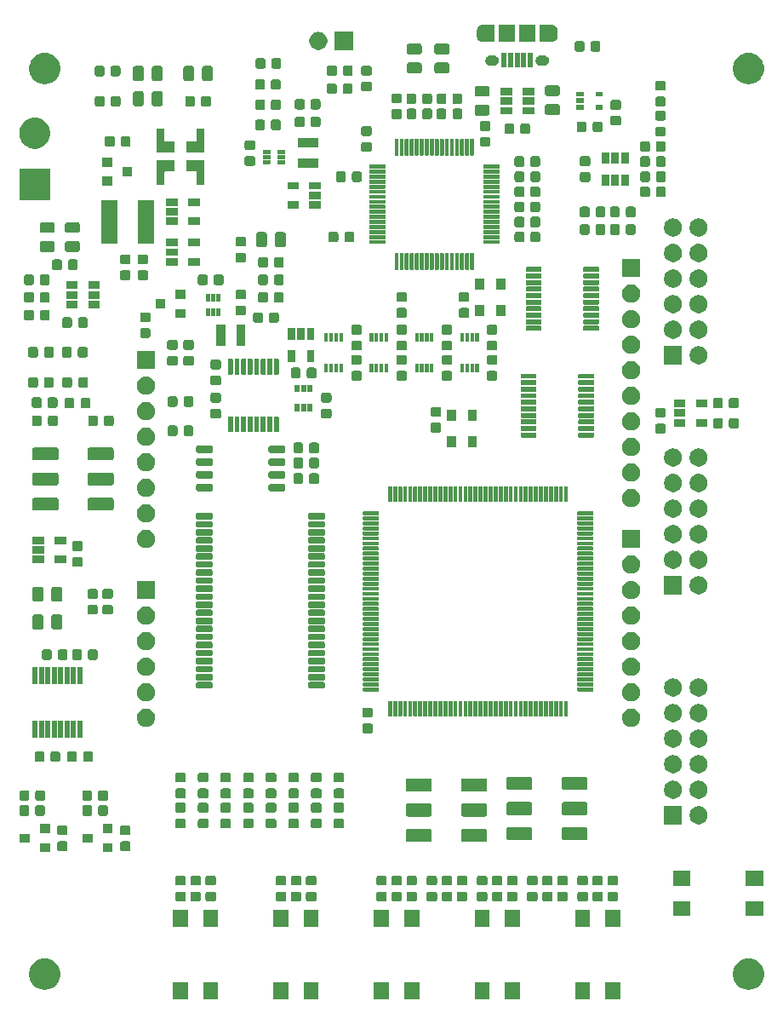
<source format=gbr>
%TF.GenerationSoftware,KiCad,Pcbnew,(5.1.6)-1*%
%TF.CreationDate,2020-06-19T12:40:56+02:00*%
%TF.ProjectId,iceduino,69636564-7569-46e6-9f2e-6b696361645f,rev?*%
%TF.SameCoordinates,Original*%
%TF.FileFunction,Soldermask,Top*%
%TF.FilePolarity,Negative*%
%FSLAX46Y46*%
G04 Gerber Fmt 4.6, Leading zero omitted, Abs format (unit mm)*
G04 Created by KiCad (PCBNEW (5.1.6)-1) date 2020-06-19 12:40:56*
%MOMM*%
%LPD*%
G01*
G04 APERTURE LIST*
%ADD10C,0.100000*%
G04 APERTURE END LIST*
D10*
G36*
X102250000Y-137490000D02*
G01*
X100750000Y-137490000D01*
X100750000Y-135790000D01*
X102250000Y-135790000D01*
X102250000Y-137490000D01*
G37*
G36*
X99250000Y-137490000D02*
G01*
X97750000Y-137490000D01*
X97750000Y-135790000D01*
X99250000Y-135790000D01*
X99250000Y-137490000D01*
G37*
G36*
X72250000Y-137490000D02*
G01*
X70750000Y-137490000D01*
X70750000Y-135790000D01*
X72250000Y-135790000D01*
X72250000Y-137490000D01*
G37*
G36*
X69250000Y-137490000D02*
G01*
X67750000Y-137490000D01*
X67750000Y-135790000D01*
X69250000Y-135790000D01*
X69250000Y-137490000D01*
G37*
G36*
X79250000Y-137490000D02*
G01*
X77750000Y-137490000D01*
X77750000Y-135790000D01*
X79250000Y-135790000D01*
X79250000Y-137490000D01*
G37*
G36*
X82250000Y-137490000D02*
G01*
X80750000Y-137490000D01*
X80750000Y-135790000D01*
X82250000Y-135790000D01*
X82250000Y-137490000D01*
G37*
G36*
X89250000Y-137490000D02*
G01*
X87750000Y-137490000D01*
X87750000Y-135790000D01*
X89250000Y-135790000D01*
X89250000Y-137490000D01*
G37*
G36*
X92250000Y-137490000D02*
G01*
X90750000Y-137490000D01*
X90750000Y-135790000D01*
X92250000Y-135790000D01*
X92250000Y-137490000D01*
G37*
G36*
X62250000Y-137490000D02*
G01*
X60750000Y-137490000D01*
X60750000Y-135790000D01*
X62250000Y-135790000D01*
X62250000Y-137490000D01*
G37*
G36*
X59250000Y-137490000D02*
G01*
X57750000Y-137490000D01*
X57750000Y-135790000D01*
X59250000Y-135790000D01*
X59250000Y-137490000D01*
G37*
G36*
X45302390Y-133479782D02*
G01*
X45452118Y-133509565D01*
X45568960Y-133557963D01*
X45734199Y-133626407D01*
X45734200Y-133626408D01*
X45988068Y-133796036D01*
X46203964Y-134011932D01*
X46203965Y-134011934D01*
X46373593Y-134265801D01*
X46490435Y-134547883D01*
X46550000Y-134847337D01*
X46550000Y-135152663D01*
X46490435Y-135452117D01*
X46373593Y-135734199D01*
X46373592Y-135734200D01*
X46203964Y-135988068D01*
X45988068Y-136203964D01*
X45860273Y-136289353D01*
X45734199Y-136373593D01*
X45568960Y-136442037D01*
X45452118Y-136490435D01*
X45302390Y-136520218D01*
X45152663Y-136550000D01*
X44847337Y-136550000D01*
X44697610Y-136520218D01*
X44547882Y-136490435D01*
X44431040Y-136442037D01*
X44265801Y-136373593D01*
X44139727Y-136289353D01*
X44011932Y-136203964D01*
X43796036Y-135988068D01*
X43626408Y-135734200D01*
X43626407Y-135734199D01*
X43509565Y-135452117D01*
X43450000Y-135152663D01*
X43450000Y-134847337D01*
X43509565Y-134547883D01*
X43626407Y-134265801D01*
X43796035Y-134011934D01*
X43796036Y-134011932D01*
X44011932Y-133796036D01*
X44265800Y-133626408D01*
X44265801Y-133626407D01*
X44431040Y-133557963D01*
X44547882Y-133509565D01*
X44697610Y-133479782D01*
X44847337Y-133450000D01*
X45152663Y-133450000D01*
X45302390Y-133479782D01*
G37*
G36*
X115302390Y-133479782D02*
G01*
X115452118Y-133509565D01*
X115568960Y-133557963D01*
X115734199Y-133626407D01*
X115734200Y-133626408D01*
X115988068Y-133796036D01*
X116203964Y-134011932D01*
X116203965Y-134011934D01*
X116373593Y-134265801D01*
X116490435Y-134547883D01*
X116550000Y-134847337D01*
X116550000Y-135152663D01*
X116490435Y-135452117D01*
X116373593Y-135734199D01*
X116373592Y-135734200D01*
X116203964Y-135988068D01*
X115988068Y-136203964D01*
X115860273Y-136289353D01*
X115734199Y-136373593D01*
X115568960Y-136442037D01*
X115452118Y-136490435D01*
X115302390Y-136520218D01*
X115152663Y-136550000D01*
X114847337Y-136550000D01*
X114697610Y-136520218D01*
X114547882Y-136490435D01*
X114431040Y-136442037D01*
X114265801Y-136373593D01*
X114139727Y-136289353D01*
X114011932Y-136203964D01*
X113796036Y-135988068D01*
X113626408Y-135734200D01*
X113626407Y-135734199D01*
X113509565Y-135452117D01*
X113450000Y-135152663D01*
X113450000Y-134847337D01*
X113509565Y-134547883D01*
X113626407Y-134265801D01*
X113796035Y-134011934D01*
X113796036Y-134011932D01*
X114011932Y-133796036D01*
X114265800Y-133626408D01*
X114265801Y-133626407D01*
X114431040Y-133557963D01*
X114547882Y-133509565D01*
X114697610Y-133479782D01*
X114847337Y-133450000D01*
X115152663Y-133450000D01*
X115302390Y-133479782D01*
G37*
G36*
X102250000Y-130290000D02*
G01*
X100750000Y-130290000D01*
X100750000Y-128590000D01*
X102250000Y-128590000D01*
X102250000Y-130290000D01*
G37*
G36*
X82250000Y-130290000D02*
G01*
X80750000Y-130290000D01*
X80750000Y-128590000D01*
X82250000Y-128590000D01*
X82250000Y-130290000D01*
G37*
G36*
X99250000Y-130290000D02*
G01*
X97750000Y-130290000D01*
X97750000Y-128590000D01*
X99250000Y-128590000D01*
X99250000Y-130290000D01*
G37*
G36*
X89250000Y-130290000D02*
G01*
X87750000Y-130290000D01*
X87750000Y-128590000D01*
X89250000Y-128590000D01*
X89250000Y-130290000D01*
G37*
G36*
X59250000Y-130290000D02*
G01*
X57750000Y-130290000D01*
X57750000Y-128590000D01*
X59250000Y-128590000D01*
X59250000Y-130290000D01*
G37*
G36*
X92250000Y-130290000D02*
G01*
X90750000Y-130290000D01*
X90750000Y-128590000D01*
X92250000Y-128590000D01*
X92250000Y-130290000D01*
G37*
G36*
X62250000Y-130290000D02*
G01*
X60750000Y-130290000D01*
X60750000Y-128590000D01*
X62250000Y-128590000D01*
X62250000Y-130290000D01*
G37*
G36*
X79250000Y-130290000D02*
G01*
X77750000Y-130290000D01*
X77750000Y-128590000D01*
X79250000Y-128590000D01*
X79250000Y-130290000D01*
G37*
G36*
X69250000Y-130290000D02*
G01*
X67750000Y-130290000D01*
X67750000Y-128590000D01*
X69250000Y-128590000D01*
X69250000Y-130290000D01*
G37*
G36*
X72250000Y-130290000D02*
G01*
X70750000Y-130290000D01*
X70750000Y-128590000D01*
X72250000Y-128590000D01*
X72250000Y-130290000D01*
G37*
G36*
X109250000Y-129250000D02*
G01*
X107550000Y-129250000D01*
X107550000Y-127750000D01*
X109250000Y-127750000D01*
X109250000Y-129250000D01*
G37*
G36*
X116450000Y-129250000D02*
G01*
X114750000Y-129250000D01*
X114750000Y-127750000D01*
X116450000Y-127750000D01*
X116450000Y-129250000D01*
G37*
G36*
X91848879Y-126804440D02*
G01*
X91889870Y-126816874D01*
X91927645Y-126837065D01*
X91960758Y-126864242D01*
X91987935Y-126897355D01*
X92008126Y-126935130D01*
X92020560Y-126976121D01*
X92025000Y-127021204D01*
X92025000Y-127553796D01*
X92020560Y-127598879D01*
X92008126Y-127639870D01*
X91987935Y-127677645D01*
X91960758Y-127710758D01*
X91927645Y-127737935D01*
X91889870Y-127758126D01*
X91848879Y-127770560D01*
X91803796Y-127775000D01*
X91196204Y-127775000D01*
X91151121Y-127770560D01*
X91110130Y-127758126D01*
X91072355Y-127737935D01*
X91039242Y-127710758D01*
X91012065Y-127677645D01*
X90991874Y-127639870D01*
X90979440Y-127598879D01*
X90975000Y-127553796D01*
X90975000Y-127021204D01*
X90979440Y-126976121D01*
X90991874Y-126935130D01*
X91012065Y-126897355D01*
X91039242Y-126864242D01*
X91072355Y-126837065D01*
X91110130Y-126816874D01*
X91151121Y-126804440D01*
X91196204Y-126800000D01*
X91803796Y-126800000D01*
X91848879Y-126804440D01*
G37*
G36*
X80348879Y-126804440D02*
G01*
X80389870Y-126816874D01*
X80427645Y-126837065D01*
X80460758Y-126864242D01*
X80487935Y-126897355D01*
X80508126Y-126935130D01*
X80520560Y-126976121D01*
X80525000Y-127021204D01*
X80525000Y-127553796D01*
X80520560Y-127598879D01*
X80508126Y-127639870D01*
X80487935Y-127677645D01*
X80460758Y-127710758D01*
X80427645Y-127737935D01*
X80389870Y-127758126D01*
X80348879Y-127770560D01*
X80303796Y-127775000D01*
X79696204Y-127775000D01*
X79651121Y-127770560D01*
X79610130Y-127758126D01*
X79572355Y-127737935D01*
X79539242Y-127710758D01*
X79512065Y-127677645D01*
X79491874Y-127639870D01*
X79479440Y-127598879D01*
X79475000Y-127553796D01*
X79475000Y-127021204D01*
X79479440Y-126976121D01*
X79491874Y-126935130D01*
X79512065Y-126897355D01*
X79539242Y-126864242D01*
X79572355Y-126837065D01*
X79610130Y-126816874D01*
X79651121Y-126804440D01*
X79696204Y-126800000D01*
X80303796Y-126800000D01*
X80348879Y-126804440D01*
G37*
G36*
X71848879Y-126804440D02*
G01*
X71889870Y-126816874D01*
X71927645Y-126837065D01*
X71960758Y-126864242D01*
X71987935Y-126897355D01*
X72008126Y-126935130D01*
X72020560Y-126976121D01*
X72025000Y-127021204D01*
X72025000Y-127553796D01*
X72020560Y-127598879D01*
X72008126Y-127639870D01*
X71987935Y-127677645D01*
X71960758Y-127710758D01*
X71927645Y-127737935D01*
X71889870Y-127758126D01*
X71848879Y-127770560D01*
X71803796Y-127775000D01*
X71196204Y-127775000D01*
X71151121Y-127770560D01*
X71110130Y-127758126D01*
X71072355Y-127737935D01*
X71039242Y-127710758D01*
X71012065Y-127677645D01*
X70991874Y-127639870D01*
X70979440Y-127598879D01*
X70975000Y-127553796D01*
X70975000Y-127021204D01*
X70979440Y-126976121D01*
X70991874Y-126935130D01*
X71012065Y-126897355D01*
X71039242Y-126864242D01*
X71072355Y-126837065D01*
X71110130Y-126816874D01*
X71151121Y-126804440D01*
X71196204Y-126800000D01*
X71803796Y-126800000D01*
X71848879Y-126804440D01*
G37*
G36*
X68848879Y-126804440D02*
G01*
X68889870Y-126816874D01*
X68927645Y-126837065D01*
X68960758Y-126864242D01*
X68987935Y-126897355D01*
X69008126Y-126935130D01*
X69020560Y-126976121D01*
X69025000Y-127021204D01*
X69025000Y-127553796D01*
X69020560Y-127598879D01*
X69008126Y-127639870D01*
X68987935Y-127677645D01*
X68960758Y-127710758D01*
X68927645Y-127737935D01*
X68889870Y-127758126D01*
X68848879Y-127770560D01*
X68803796Y-127775000D01*
X68196204Y-127775000D01*
X68151121Y-127770560D01*
X68110130Y-127758126D01*
X68072355Y-127737935D01*
X68039242Y-127710758D01*
X68012065Y-127677645D01*
X67991874Y-127639870D01*
X67979440Y-127598879D01*
X67975000Y-127553796D01*
X67975000Y-127021204D01*
X67979440Y-126976121D01*
X67991874Y-126935130D01*
X68012065Y-126897355D01*
X68039242Y-126864242D01*
X68072355Y-126837065D01*
X68110130Y-126816874D01*
X68151121Y-126804440D01*
X68196204Y-126800000D01*
X68803796Y-126800000D01*
X68848879Y-126804440D01*
G37*
G36*
X61848879Y-126804440D02*
G01*
X61889870Y-126816874D01*
X61927645Y-126837065D01*
X61960758Y-126864242D01*
X61987935Y-126897355D01*
X62008126Y-126935130D01*
X62020560Y-126976121D01*
X62025000Y-127021204D01*
X62025000Y-127553796D01*
X62020560Y-127598879D01*
X62008126Y-127639870D01*
X61987935Y-127677645D01*
X61960758Y-127710758D01*
X61927645Y-127737935D01*
X61889870Y-127758126D01*
X61848879Y-127770560D01*
X61803796Y-127775000D01*
X61196204Y-127775000D01*
X61151121Y-127770560D01*
X61110130Y-127758126D01*
X61072355Y-127737935D01*
X61039242Y-127710758D01*
X61012065Y-127677645D01*
X60991874Y-127639870D01*
X60979440Y-127598879D01*
X60975000Y-127553796D01*
X60975000Y-127021204D01*
X60979440Y-126976121D01*
X60991874Y-126935130D01*
X61012065Y-126897355D01*
X61039242Y-126864242D01*
X61072355Y-126837065D01*
X61110130Y-126816874D01*
X61151121Y-126804440D01*
X61196204Y-126800000D01*
X61803796Y-126800000D01*
X61848879Y-126804440D01*
G37*
G36*
X58848879Y-126804440D02*
G01*
X58889870Y-126816874D01*
X58927645Y-126837065D01*
X58960758Y-126864242D01*
X58987935Y-126897355D01*
X59008126Y-126935130D01*
X59020560Y-126976121D01*
X59025000Y-127021204D01*
X59025000Y-127553796D01*
X59020560Y-127598879D01*
X59008126Y-127639870D01*
X58987935Y-127677645D01*
X58960758Y-127710758D01*
X58927645Y-127737935D01*
X58889870Y-127758126D01*
X58848879Y-127770560D01*
X58803796Y-127775000D01*
X58196204Y-127775000D01*
X58151121Y-127770560D01*
X58110130Y-127758126D01*
X58072355Y-127737935D01*
X58039242Y-127710758D01*
X58012065Y-127677645D01*
X57991874Y-127639870D01*
X57979440Y-127598879D01*
X57975000Y-127553796D01*
X57975000Y-127021204D01*
X57979440Y-126976121D01*
X57991874Y-126935130D01*
X58012065Y-126897355D01*
X58039242Y-126864242D01*
X58072355Y-126837065D01*
X58110130Y-126816874D01*
X58151121Y-126804440D01*
X58196204Y-126800000D01*
X58803796Y-126800000D01*
X58848879Y-126804440D01*
G37*
G36*
X83848879Y-126804440D02*
G01*
X83889870Y-126816874D01*
X83927645Y-126837065D01*
X83960758Y-126864242D01*
X83987935Y-126897355D01*
X84008126Y-126935130D01*
X84020560Y-126976121D01*
X84025000Y-127021204D01*
X84025000Y-127553796D01*
X84020560Y-127598879D01*
X84008126Y-127639870D01*
X83987935Y-127677645D01*
X83960758Y-127710758D01*
X83927645Y-127737935D01*
X83889870Y-127758126D01*
X83848879Y-127770560D01*
X83803796Y-127775000D01*
X83196204Y-127775000D01*
X83151121Y-127770560D01*
X83110130Y-127758126D01*
X83072355Y-127737935D01*
X83039242Y-127710758D01*
X83012065Y-127677645D01*
X82991874Y-127639870D01*
X82979440Y-127598879D01*
X82975000Y-127553796D01*
X82975000Y-127021204D01*
X82979440Y-126976121D01*
X82991874Y-126935130D01*
X83012065Y-126897355D01*
X83039242Y-126864242D01*
X83072355Y-126837065D01*
X83110130Y-126816874D01*
X83151121Y-126804440D01*
X83196204Y-126800000D01*
X83803796Y-126800000D01*
X83848879Y-126804440D01*
G37*
G36*
X100348879Y-126804440D02*
G01*
X100389870Y-126816874D01*
X100427645Y-126837065D01*
X100460758Y-126864242D01*
X100487935Y-126897355D01*
X100508126Y-126935130D01*
X100520560Y-126976121D01*
X100525000Y-127021204D01*
X100525000Y-127553796D01*
X100520560Y-127598879D01*
X100508126Y-127639870D01*
X100487935Y-127677645D01*
X100460758Y-127710758D01*
X100427645Y-127737935D01*
X100389870Y-127758126D01*
X100348879Y-127770560D01*
X100303796Y-127775000D01*
X99696204Y-127775000D01*
X99651121Y-127770560D01*
X99610130Y-127758126D01*
X99572355Y-127737935D01*
X99539242Y-127710758D01*
X99512065Y-127677645D01*
X99491874Y-127639870D01*
X99479440Y-127598879D01*
X99475000Y-127553796D01*
X99475000Y-127021204D01*
X99479440Y-126976121D01*
X99491874Y-126935130D01*
X99512065Y-126897355D01*
X99539242Y-126864242D01*
X99572355Y-126837065D01*
X99610130Y-126816874D01*
X99651121Y-126804440D01*
X99696204Y-126800000D01*
X100303796Y-126800000D01*
X100348879Y-126804440D01*
G37*
G36*
X98848879Y-126804440D02*
G01*
X98889870Y-126816874D01*
X98927645Y-126837065D01*
X98960758Y-126864242D01*
X98987935Y-126897355D01*
X99008126Y-126935130D01*
X99020560Y-126976121D01*
X99025000Y-127021204D01*
X99025000Y-127553796D01*
X99020560Y-127598879D01*
X99008126Y-127639870D01*
X98987935Y-127677645D01*
X98960758Y-127710758D01*
X98927645Y-127737935D01*
X98889870Y-127758126D01*
X98848879Y-127770560D01*
X98803796Y-127775000D01*
X98196204Y-127775000D01*
X98151121Y-127770560D01*
X98110130Y-127758126D01*
X98072355Y-127737935D01*
X98039242Y-127710758D01*
X98012065Y-127677645D01*
X97991874Y-127639870D01*
X97979440Y-127598879D01*
X97975000Y-127553796D01*
X97975000Y-127021204D01*
X97979440Y-126976121D01*
X97991874Y-126935130D01*
X98012065Y-126897355D01*
X98039242Y-126864242D01*
X98072355Y-126837065D01*
X98110130Y-126816874D01*
X98151121Y-126804440D01*
X98196204Y-126800000D01*
X98803796Y-126800000D01*
X98848879Y-126804440D01*
G37*
G36*
X101848879Y-126804440D02*
G01*
X101889870Y-126816874D01*
X101927645Y-126837065D01*
X101960758Y-126864242D01*
X101987935Y-126897355D01*
X102008126Y-126935130D01*
X102020560Y-126976121D01*
X102025000Y-127021204D01*
X102025000Y-127553796D01*
X102020560Y-127598879D01*
X102008126Y-127639870D01*
X101987935Y-127677645D01*
X101960758Y-127710758D01*
X101927645Y-127737935D01*
X101889870Y-127758126D01*
X101848879Y-127770560D01*
X101803796Y-127775000D01*
X101196204Y-127775000D01*
X101151121Y-127770560D01*
X101110130Y-127758126D01*
X101072355Y-127737935D01*
X101039242Y-127710758D01*
X101012065Y-127677645D01*
X100991874Y-127639870D01*
X100979440Y-127598879D01*
X100975000Y-127553796D01*
X100975000Y-127021204D01*
X100979440Y-126976121D01*
X100991874Y-126935130D01*
X101012065Y-126897355D01*
X101039242Y-126864242D01*
X101072355Y-126837065D01*
X101110130Y-126816874D01*
X101151121Y-126804440D01*
X101196204Y-126800000D01*
X101803796Y-126800000D01*
X101848879Y-126804440D01*
G37*
G36*
X95348879Y-126804440D02*
G01*
X95389870Y-126816874D01*
X95427645Y-126837065D01*
X95460758Y-126864242D01*
X95487935Y-126897355D01*
X95508126Y-126935130D01*
X95520560Y-126976121D01*
X95525000Y-127021204D01*
X95525000Y-127553796D01*
X95520560Y-127598879D01*
X95508126Y-127639870D01*
X95487935Y-127677645D01*
X95460758Y-127710758D01*
X95427645Y-127737935D01*
X95389870Y-127758126D01*
X95348879Y-127770560D01*
X95303796Y-127775000D01*
X94696204Y-127775000D01*
X94651121Y-127770560D01*
X94610130Y-127758126D01*
X94572355Y-127737935D01*
X94539242Y-127710758D01*
X94512065Y-127677645D01*
X94491874Y-127639870D01*
X94479440Y-127598879D01*
X94475000Y-127553796D01*
X94475000Y-127021204D01*
X94479440Y-126976121D01*
X94491874Y-126935130D01*
X94512065Y-126897355D01*
X94539242Y-126864242D01*
X94572355Y-126837065D01*
X94610130Y-126816874D01*
X94651121Y-126804440D01*
X94696204Y-126800000D01*
X95303796Y-126800000D01*
X95348879Y-126804440D01*
G37*
G36*
X70348879Y-126804440D02*
G01*
X70389870Y-126816874D01*
X70427645Y-126837065D01*
X70460758Y-126864242D01*
X70487935Y-126897355D01*
X70508126Y-126935130D01*
X70520560Y-126976121D01*
X70525000Y-127021204D01*
X70525000Y-127553796D01*
X70520560Y-127598879D01*
X70508126Y-127639870D01*
X70487935Y-127677645D01*
X70460758Y-127710758D01*
X70427645Y-127737935D01*
X70389870Y-127758126D01*
X70348879Y-127770560D01*
X70303796Y-127775000D01*
X69696204Y-127775000D01*
X69651121Y-127770560D01*
X69610130Y-127758126D01*
X69572355Y-127737935D01*
X69539242Y-127710758D01*
X69512065Y-127677645D01*
X69491874Y-127639870D01*
X69479440Y-127598879D01*
X69475000Y-127553796D01*
X69475000Y-127021204D01*
X69479440Y-126976121D01*
X69491874Y-126935130D01*
X69512065Y-126897355D01*
X69539242Y-126864242D01*
X69572355Y-126837065D01*
X69610130Y-126816874D01*
X69651121Y-126804440D01*
X69696204Y-126800000D01*
X70303796Y-126800000D01*
X70348879Y-126804440D01*
G37*
G36*
X78848879Y-126804440D02*
G01*
X78889870Y-126816874D01*
X78927645Y-126837065D01*
X78960758Y-126864242D01*
X78987935Y-126897355D01*
X79008126Y-126935130D01*
X79020560Y-126976121D01*
X79025000Y-127021204D01*
X79025000Y-127553796D01*
X79020560Y-127598879D01*
X79008126Y-127639870D01*
X78987935Y-127677645D01*
X78960758Y-127710758D01*
X78927645Y-127737935D01*
X78889870Y-127758126D01*
X78848879Y-127770560D01*
X78803796Y-127775000D01*
X78196204Y-127775000D01*
X78151121Y-127770560D01*
X78110130Y-127758126D01*
X78072355Y-127737935D01*
X78039242Y-127710758D01*
X78012065Y-127677645D01*
X77991874Y-127639870D01*
X77979440Y-127598879D01*
X77975000Y-127553796D01*
X77975000Y-127021204D01*
X77979440Y-126976121D01*
X77991874Y-126935130D01*
X78012065Y-126897355D01*
X78039242Y-126864242D01*
X78072355Y-126837065D01*
X78110130Y-126816874D01*
X78151121Y-126804440D01*
X78196204Y-126800000D01*
X78803796Y-126800000D01*
X78848879Y-126804440D01*
G37*
G36*
X85348879Y-126804440D02*
G01*
X85389870Y-126816874D01*
X85427645Y-126837065D01*
X85460758Y-126864242D01*
X85487935Y-126897355D01*
X85508126Y-126935130D01*
X85520560Y-126976121D01*
X85525000Y-127021204D01*
X85525000Y-127553796D01*
X85520560Y-127598879D01*
X85508126Y-127639870D01*
X85487935Y-127677645D01*
X85460758Y-127710758D01*
X85427645Y-127737935D01*
X85389870Y-127758126D01*
X85348879Y-127770560D01*
X85303796Y-127775000D01*
X84696204Y-127775000D01*
X84651121Y-127770560D01*
X84610130Y-127758126D01*
X84572355Y-127737935D01*
X84539242Y-127710758D01*
X84512065Y-127677645D01*
X84491874Y-127639870D01*
X84479440Y-127598879D01*
X84475000Y-127553796D01*
X84475000Y-127021204D01*
X84479440Y-126976121D01*
X84491874Y-126935130D01*
X84512065Y-126897355D01*
X84539242Y-126864242D01*
X84572355Y-126837065D01*
X84610130Y-126816874D01*
X84651121Y-126804440D01*
X84696204Y-126800000D01*
X85303796Y-126800000D01*
X85348879Y-126804440D01*
G37*
G36*
X60348879Y-126804440D02*
G01*
X60389870Y-126816874D01*
X60427645Y-126837065D01*
X60460758Y-126864242D01*
X60487935Y-126897355D01*
X60508126Y-126935130D01*
X60520560Y-126976121D01*
X60525000Y-127021204D01*
X60525000Y-127553796D01*
X60520560Y-127598879D01*
X60508126Y-127639870D01*
X60487935Y-127677645D01*
X60460758Y-127710758D01*
X60427645Y-127737935D01*
X60389870Y-127758126D01*
X60348879Y-127770560D01*
X60303796Y-127775000D01*
X59696204Y-127775000D01*
X59651121Y-127770560D01*
X59610130Y-127758126D01*
X59572355Y-127737935D01*
X59539242Y-127710758D01*
X59512065Y-127677645D01*
X59491874Y-127639870D01*
X59479440Y-127598879D01*
X59475000Y-127553796D01*
X59475000Y-127021204D01*
X59479440Y-126976121D01*
X59491874Y-126935130D01*
X59512065Y-126897355D01*
X59539242Y-126864242D01*
X59572355Y-126837065D01*
X59610130Y-126816874D01*
X59651121Y-126804440D01*
X59696204Y-126800000D01*
X60303796Y-126800000D01*
X60348879Y-126804440D01*
G37*
G36*
X86848879Y-126804440D02*
G01*
X86889870Y-126816874D01*
X86927645Y-126837065D01*
X86960758Y-126864242D01*
X86987935Y-126897355D01*
X87008126Y-126935130D01*
X87020560Y-126976121D01*
X87025000Y-127021204D01*
X87025000Y-127553796D01*
X87020560Y-127598879D01*
X87008126Y-127639870D01*
X86987935Y-127677645D01*
X86960758Y-127710758D01*
X86927645Y-127737935D01*
X86889870Y-127758126D01*
X86848879Y-127770560D01*
X86803796Y-127775000D01*
X86196204Y-127775000D01*
X86151121Y-127770560D01*
X86110130Y-127758126D01*
X86072355Y-127737935D01*
X86039242Y-127710758D01*
X86012065Y-127677645D01*
X85991874Y-127639870D01*
X85979440Y-127598879D01*
X85975000Y-127553796D01*
X85975000Y-127021204D01*
X85979440Y-126976121D01*
X85991874Y-126935130D01*
X86012065Y-126897355D01*
X86039242Y-126864242D01*
X86072355Y-126837065D01*
X86110130Y-126816874D01*
X86151121Y-126804440D01*
X86196204Y-126800000D01*
X86803796Y-126800000D01*
X86848879Y-126804440D01*
G37*
G36*
X88848879Y-126804440D02*
G01*
X88889870Y-126816874D01*
X88927645Y-126837065D01*
X88960758Y-126864242D01*
X88987935Y-126897355D01*
X89008126Y-126935130D01*
X89020560Y-126976121D01*
X89025000Y-127021204D01*
X89025000Y-127553796D01*
X89020560Y-127598879D01*
X89008126Y-127639870D01*
X88987935Y-127677645D01*
X88960758Y-127710758D01*
X88927645Y-127737935D01*
X88889870Y-127758126D01*
X88848879Y-127770560D01*
X88803796Y-127775000D01*
X88196204Y-127775000D01*
X88151121Y-127770560D01*
X88110130Y-127758126D01*
X88072355Y-127737935D01*
X88039242Y-127710758D01*
X88012065Y-127677645D01*
X87991874Y-127639870D01*
X87979440Y-127598879D01*
X87975000Y-127553796D01*
X87975000Y-127021204D01*
X87979440Y-126976121D01*
X87991874Y-126935130D01*
X88012065Y-126897355D01*
X88039242Y-126864242D01*
X88072355Y-126837065D01*
X88110130Y-126816874D01*
X88151121Y-126804440D01*
X88196204Y-126800000D01*
X88803796Y-126800000D01*
X88848879Y-126804440D01*
G37*
G36*
X93848879Y-126804440D02*
G01*
X93889870Y-126816874D01*
X93927645Y-126837065D01*
X93960758Y-126864242D01*
X93987935Y-126897355D01*
X94008126Y-126935130D01*
X94020560Y-126976121D01*
X94025000Y-127021204D01*
X94025000Y-127553796D01*
X94020560Y-127598879D01*
X94008126Y-127639870D01*
X93987935Y-127677645D01*
X93960758Y-127710758D01*
X93927645Y-127737935D01*
X93889870Y-127758126D01*
X93848879Y-127770560D01*
X93803796Y-127775000D01*
X93196204Y-127775000D01*
X93151121Y-127770560D01*
X93110130Y-127758126D01*
X93072355Y-127737935D01*
X93039242Y-127710758D01*
X93012065Y-127677645D01*
X92991874Y-127639870D01*
X92979440Y-127598879D01*
X92975000Y-127553796D01*
X92975000Y-127021204D01*
X92979440Y-126976121D01*
X92991874Y-126935130D01*
X93012065Y-126897355D01*
X93039242Y-126864242D01*
X93072355Y-126837065D01*
X93110130Y-126816874D01*
X93151121Y-126804440D01*
X93196204Y-126800000D01*
X93803796Y-126800000D01*
X93848879Y-126804440D01*
G37*
G36*
X96848879Y-126804440D02*
G01*
X96889870Y-126816874D01*
X96927645Y-126837065D01*
X96960758Y-126864242D01*
X96987935Y-126897355D01*
X97008126Y-126935130D01*
X97020560Y-126976121D01*
X97025000Y-127021204D01*
X97025000Y-127553796D01*
X97020560Y-127598879D01*
X97008126Y-127639870D01*
X96987935Y-127677645D01*
X96960758Y-127710758D01*
X96927645Y-127737935D01*
X96889870Y-127758126D01*
X96848879Y-127770560D01*
X96803796Y-127775000D01*
X96196204Y-127775000D01*
X96151121Y-127770560D01*
X96110130Y-127758126D01*
X96072355Y-127737935D01*
X96039242Y-127710758D01*
X96012065Y-127677645D01*
X95991874Y-127639870D01*
X95979440Y-127598879D01*
X95975000Y-127553796D01*
X95975000Y-127021204D01*
X95979440Y-126976121D01*
X95991874Y-126935130D01*
X96012065Y-126897355D01*
X96039242Y-126864242D01*
X96072355Y-126837065D01*
X96110130Y-126816874D01*
X96151121Y-126804440D01*
X96196204Y-126800000D01*
X96803796Y-126800000D01*
X96848879Y-126804440D01*
G37*
G36*
X90348879Y-126804440D02*
G01*
X90389870Y-126816874D01*
X90427645Y-126837065D01*
X90460758Y-126864242D01*
X90487935Y-126897355D01*
X90508126Y-126935130D01*
X90520560Y-126976121D01*
X90525000Y-127021204D01*
X90525000Y-127553796D01*
X90520560Y-127598879D01*
X90508126Y-127639870D01*
X90487935Y-127677645D01*
X90460758Y-127710758D01*
X90427645Y-127737935D01*
X90389870Y-127758126D01*
X90348879Y-127770560D01*
X90303796Y-127775000D01*
X89696204Y-127775000D01*
X89651121Y-127770560D01*
X89610130Y-127758126D01*
X89572355Y-127737935D01*
X89539242Y-127710758D01*
X89512065Y-127677645D01*
X89491874Y-127639870D01*
X89479440Y-127598879D01*
X89475000Y-127553796D01*
X89475000Y-127021204D01*
X89479440Y-126976121D01*
X89491874Y-126935130D01*
X89512065Y-126897355D01*
X89539242Y-126864242D01*
X89572355Y-126837065D01*
X89610130Y-126816874D01*
X89651121Y-126804440D01*
X89696204Y-126800000D01*
X90303796Y-126800000D01*
X90348879Y-126804440D01*
G37*
G36*
X81848879Y-126804440D02*
G01*
X81889870Y-126816874D01*
X81927645Y-126837065D01*
X81960758Y-126864242D01*
X81987935Y-126897355D01*
X82008126Y-126935130D01*
X82020560Y-126976121D01*
X82025000Y-127021204D01*
X82025000Y-127553796D01*
X82020560Y-127598879D01*
X82008126Y-127639870D01*
X81987935Y-127677645D01*
X81960758Y-127710758D01*
X81927645Y-127737935D01*
X81889870Y-127758126D01*
X81848879Y-127770560D01*
X81803796Y-127775000D01*
X81196204Y-127775000D01*
X81151121Y-127770560D01*
X81110130Y-127758126D01*
X81072355Y-127737935D01*
X81039242Y-127710758D01*
X81012065Y-127677645D01*
X80991874Y-127639870D01*
X80979440Y-127598879D01*
X80975000Y-127553796D01*
X80975000Y-127021204D01*
X80979440Y-126976121D01*
X80991874Y-126935130D01*
X81012065Y-126897355D01*
X81039242Y-126864242D01*
X81072355Y-126837065D01*
X81110130Y-126816874D01*
X81151121Y-126804440D01*
X81196204Y-126800000D01*
X81803796Y-126800000D01*
X81848879Y-126804440D01*
G37*
G36*
X109250000Y-126250000D02*
G01*
X107550000Y-126250000D01*
X107550000Y-124750000D01*
X109250000Y-124750000D01*
X109250000Y-126250000D01*
G37*
G36*
X116450000Y-126250000D02*
G01*
X114750000Y-126250000D01*
X114750000Y-124750000D01*
X116450000Y-124750000D01*
X116450000Y-126250000D01*
G37*
G36*
X98848879Y-125229440D02*
G01*
X98889870Y-125241874D01*
X98927645Y-125262065D01*
X98960758Y-125289242D01*
X98987935Y-125322355D01*
X99008126Y-125360130D01*
X99020560Y-125401121D01*
X99025000Y-125446204D01*
X99025000Y-125978796D01*
X99020560Y-126023879D01*
X99008126Y-126064870D01*
X98987935Y-126102645D01*
X98960758Y-126135758D01*
X98927645Y-126162935D01*
X98889870Y-126183126D01*
X98848879Y-126195560D01*
X98803796Y-126200000D01*
X98196204Y-126200000D01*
X98151121Y-126195560D01*
X98110130Y-126183126D01*
X98072355Y-126162935D01*
X98039242Y-126135758D01*
X98012065Y-126102645D01*
X97991874Y-126064870D01*
X97979440Y-126023879D01*
X97975000Y-125978796D01*
X97975000Y-125446204D01*
X97979440Y-125401121D01*
X97991874Y-125360130D01*
X98012065Y-125322355D01*
X98039242Y-125289242D01*
X98072355Y-125262065D01*
X98110130Y-125241874D01*
X98151121Y-125229440D01*
X98196204Y-125225000D01*
X98803796Y-125225000D01*
X98848879Y-125229440D01*
G37*
G36*
X70348879Y-125229440D02*
G01*
X70389870Y-125241874D01*
X70427645Y-125262065D01*
X70460758Y-125289242D01*
X70487935Y-125322355D01*
X70508126Y-125360130D01*
X70520560Y-125401121D01*
X70525000Y-125446204D01*
X70525000Y-125978796D01*
X70520560Y-126023879D01*
X70508126Y-126064870D01*
X70487935Y-126102645D01*
X70460758Y-126135758D01*
X70427645Y-126162935D01*
X70389870Y-126183126D01*
X70348879Y-126195560D01*
X70303796Y-126200000D01*
X69696204Y-126200000D01*
X69651121Y-126195560D01*
X69610130Y-126183126D01*
X69572355Y-126162935D01*
X69539242Y-126135758D01*
X69512065Y-126102645D01*
X69491874Y-126064870D01*
X69479440Y-126023879D01*
X69475000Y-125978796D01*
X69475000Y-125446204D01*
X69479440Y-125401121D01*
X69491874Y-125360130D01*
X69512065Y-125322355D01*
X69539242Y-125289242D01*
X69572355Y-125262065D01*
X69610130Y-125241874D01*
X69651121Y-125229440D01*
X69696204Y-125225000D01*
X70303796Y-125225000D01*
X70348879Y-125229440D01*
G37*
G36*
X85348879Y-125229440D02*
G01*
X85389870Y-125241874D01*
X85427645Y-125262065D01*
X85460758Y-125289242D01*
X85487935Y-125322355D01*
X85508126Y-125360130D01*
X85520560Y-125401121D01*
X85525000Y-125446204D01*
X85525000Y-125978796D01*
X85520560Y-126023879D01*
X85508126Y-126064870D01*
X85487935Y-126102645D01*
X85460758Y-126135758D01*
X85427645Y-126162935D01*
X85389870Y-126183126D01*
X85348879Y-126195560D01*
X85303796Y-126200000D01*
X84696204Y-126200000D01*
X84651121Y-126195560D01*
X84610130Y-126183126D01*
X84572355Y-126162935D01*
X84539242Y-126135758D01*
X84512065Y-126102645D01*
X84491874Y-126064870D01*
X84479440Y-126023879D01*
X84475000Y-125978796D01*
X84475000Y-125446204D01*
X84479440Y-125401121D01*
X84491874Y-125360130D01*
X84512065Y-125322355D01*
X84539242Y-125289242D01*
X84572355Y-125262065D01*
X84610130Y-125241874D01*
X84651121Y-125229440D01*
X84696204Y-125225000D01*
X85303796Y-125225000D01*
X85348879Y-125229440D01*
G37*
G36*
X60348879Y-125229440D02*
G01*
X60389870Y-125241874D01*
X60427645Y-125262065D01*
X60460758Y-125289242D01*
X60487935Y-125322355D01*
X60508126Y-125360130D01*
X60520560Y-125401121D01*
X60525000Y-125446204D01*
X60525000Y-125978796D01*
X60520560Y-126023879D01*
X60508126Y-126064870D01*
X60487935Y-126102645D01*
X60460758Y-126135758D01*
X60427645Y-126162935D01*
X60389870Y-126183126D01*
X60348879Y-126195560D01*
X60303796Y-126200000D01*
X59696204Y-126200000D01*
X59651121Y-126195560D01*
X59610130Y-126183126D01*
X59572355Y-126162935D01*
X59539242Y-126135758D01*
X59512065Y-126102645D01*
X59491874Y-126064870D01*
X59479440Y-126023879D01*
X59475000Y-125978796D01*
X59475000Y-125446204D01*
X59479440Y-125401121D01*
X59491874Y-125360130D01*
X59512065Y-125322355D01*
X59539242Y-125289242D01*
X59572355Y-125262065D01*
X59610130Y-125241874D01*
X59651121Y-125229440D01*
X59696204Y-125225000D01*
X60303796Y-125225000D01*
X60348879Y-125229440D01*
G37*
G36*
X93848879Y-125229440D02*
G01*
X93889870Y-125241874D01*
X93927645Y-125262065D01*
X93960758Y-125289242D01*
X93987935Y-125322355D01*
X94008126Y-125360130D01*
X94020560Y-125401121D01*
X94025000Y-125446204D01*
X94025000Y-125978796D01*
X94020560Y-126023879D01*
X94008126Y-126064870D01*
X93987935Y-126102645D01*
X93960758Y-126135758D01*
X93927645Y-126162935D01*
X93889870Y-126183126D01*
X93848879Y-126195560D01*
X93803796Y-126200000D01*
X93196204Y-126200000D01*
X93151121Y-126195560D01*
X93110130Y-126183126D01*
X93072355Y-126162935D01*
X93039242Y-126135758D01*
X93012065Y-126102645D01*
X92991874Y-126064870D01*
X92979440Y-126023879D01*
X92975000Y-125978796D01*
X92975000Y-125446204D01*
X92979440Y-125401121D01*
X92991874Y-125360130D01*
X93012065Y-125322355D01*
X93039242Y-125289242D01*
X93072355Y-125262065D01*
X93110130Y-125241874D01*
X93151121Y-125229440D01*
X93196204Y-125225000D01*
X93803796Y-125225000D01*
X93848879Y-125229440D01*
G37*
G36*
X81848879Y-125229440D02*
G01*
X81889870Y-125241874D01*
X81927645Y-125262065D01*
X81960758Y-125289242D01*
X81987935Y-125322355D01*
X82008126Y-125360130D01*
X82020560Y-125401121D01*
X82025000Y-125446204D01*
X82025000Y-125978796D01*
X82020560Y-126023879D01*
X82008126Y-126064870D01*
X81987935Y-126102645D01*
X81960758Y-126135758D01*
X81927645Y-126162935D01*
X81889870Y-126183126D01*
X81848879Y-126195560D01*
X81803796Y-126200000D01*
X81196204Y-126200000D01*
X81151121Y-126195560D01*
X81110130Y-126183126D01*
X81072355Y-126162935D01*
X81039242Y-126135758D01*
X81012065Y-126102645D01*
X80991874Y-126064870D01*
X80979440Y-126023879D01*
X80975000Y-125978796D01*
X80975000Y-125446204D01*
X80979440Y-125401121D01*
X80991874Y-125360130D01*
X81012065Y-125322355D01*
X81039242Y-125289242D01*
X81072355Y-125262065D01*
X81110130Y-125241874D01*
X81151121Y-125229440D01*
X81196204Y-125225000D01*
X81803796Y-125225000D01*
X81848879Y-125229440D01*
G37*
G36*
X78848879Y-125229440D02*
G01*
X78889870Y-125241874D01*
X78927645Y-125262065D01*
X78960758Y-125289242D01*
X78987935Y-125322355D01*
X79008126Y-125360130D01*
X79020560Y-125401121D01*
X79025000Y-125446204D01*
X79025000Y-125978796D01*
X79020560Y-126023879D01*
X79008126Y-126064870D01*
X78987935Y-126102645D01*
X78960758Y-126135758D01*
X78927645Y-126162935D01*
X78889870Y-126183126D01*
X78848879Y-126195560D01*
X78803796Y-126200000D01*
X78196204Y-126200000D01*
X78151121Y-126195560D01*
X78110130Y-126183126D01*
X78072355Y-126162935D01*
X78039242Y-126135758D01*
X78012065Y-126102645D01*
X77991874Y-126064870D01*
X77979440Y-126023879D01*
X77975000Y-125978796D01*
X77975000Y-125446204D01*
X77979440Y-125401121D01*
X77991874Y-125360130D01*
X78012065Y-125322355D01*
X78039242Y-125289242D01*
X78072355Y-125262065D01*
X78110130Y-125241874D01*
X78151121Y-125229440D01*
X78196204Y-125225000D01*
X78803796Y-125225000D01*
X78848879Y-125229440D01*
G37*
G36*
X91848879Y-125229440D02*
G01*
X91889870Y-125241874D01*
X91927645Y-125262065D01*
X91960758Y-125289242D01*
X91987935Y-125322355D01*
X92008126Y-125360130D01*
X92020560Y-125401121D01*
X92025000Y-125446204D01*
X92025000Y-125978796D01*
X92020560Y-126023879D01*
X92008126Y-126064870D01*
X91987935Y-126102645D01*
X91960758Y-126135758D01*
X91927645Y-126162935D01*
X91889870Y-126183126D01*
X91848879Y-126195560D01*
X91803796Y-126200000D01*
X91196204Y-126200000D01*
X91151121Y-126195560D01*
X91110130Y-126183126D01*
X91072355Y-126162935D01*
X91039242Y-126135758D01*
X91012065Y-126102645D01*
X90991874Y-126064870D01*
X90979440Y-126023879D01*
X90975000Y-125978796D01*
X90975000Y-125446204D01*
X90979440Y-125401121D01*
X90991874Y-125360130D01*
X91012065Y-125322355D01*
X91039242Y-125289242D01*
X91072355Y-125262065D01*
X91110130Y-125241874D01*
X91151121Y-125229440D01*
X91196204Y-125225000D01*
X91803796Y-125225000D01*
X91848879Y-125229440D01*
G37*
G36*
X88848879Y-125229440D02*
G01*
X88889870Y-125241874D01*
X88927645Y-125262065D01*
X88960758Y-125289242D01*
X88987935Y-125322355D01*
X89008126Y-125360130D01*
X89020560Y-125401121D01*
X89025000Y-125446204D01*
X89025000Y-125978796D01*
X89020560Y-126023879D01*
X89008126Y-126064870D01*
X88987935Y-126102645D01*
X88960758Y-126135758D01*
X88927645Y-126162935D01*
X88889870Y-126183126D01*
X88848879Y-126195560D01*
X88803796Y-126200000D01*
X88196204Y-126200000D01*
X88151121Y-126195560D01*
X88110130Y-126183126D01*
X88072355Y-126162935D01*
X88039242Y-126135758D01*
X88012065Y-126102645D01*
X87991874Y-126064870D01*
X87979440Y-126023879D01*
X87975000Y-125978796D01*
X87975000Y-125446204D01*
X87979440Y-125401121D01*
X87991874Y-125360130D01*
X88012065Y-125322355D01*
X88039242Y-125289242D01*
X88072355Y-125262065D01*
X88110130Y-125241874D01*
X88151121Y-125229440D01*
X88196204Y-125225000D01*
X88803796Y-125225000D01*
X88848879Y-125229440D01*
G37*
G36*
X96848879Y-125229440D02*
G01*
X96889870Y-125241874D01*
X96927645Y-125262065D01*
X96960758Y-125289242D01*
X96987935Y-125322355D01*
X97008126Y-125360130D01*
X97020560Y-125401121D01*
X97025000Y-125446204D01*
X97025000Y-125978796D01*
X97020560Y-126023879D01*
X97008126Y-126064870D01*
X96987935Y-126102645D01*
X96960758Y-126135758D01*
X96927645Y-126162935D01*
X96889870Y-126183126D01*
X96848879Y-126195560D01*
X96803796Y-126200000D01*
X96196204Y-126200000D01*
X96151121Y-126195560D01*
X96110130Y-126183126D01*
X96072355Y-126162935D01*
X96039242Y-126135758D01*
X96012065Y-126102645D01*
X95991874Y-126064870D01*
X95979440Y-126023879D01*
X95975000Y-125978796D01*
X95975000Y-125446204D01*
X95979440Y-125401121D01*
X95991874Y-125360130D01*
X96012065Y-125322355D01*
X96039242Y-125289242D01*
X96072355Y-125262065D01*
X96110130Y-125241874D01*
X96151121Y-125229440D01*
X96196204Y-125225000D01*
X96803796Y-125225000D01*
X96848879Y-125229440D01*
G37*
G36*
X90348879Y-125229440D02*
G01*
X90389870Y-125241874D01*
X90427645Y-125262065D01*
X90460758Y-125289242D01*
X90487935Y-125322355D01*
X90508126Y-125360130D01*
X90520560Y-125401121D01*
X90525000Y-125446204D01*
X90525000Y-125978796D01*
X90520560Y-126023879D01*
X90508126Y-126064870D01*
X90487935Y-126102645D01*
X90460758Y-126135758D01*
X90427645Y-126162935D01*
X90389870Y-126183126D01*
X90348879Y-126195560D01*
X90303796Y-126200000D01*
X89696204Y-126200000D01*
X89651121Y-126195560D01*
X89610130Y-126183126D01*
X89572355Y-126162935D01*
X89539242Y-126135758D01*
X89512065Y-126102645D01*
X89491874Y-126064870D01*
X89479440Y-126023879D01*
X89475000Y-125978796D01*
X89475000Y-125446204D01*
X89479440Y-125401121D01*
X89491874Y-125360130D01*
X89512065Y-125322355D01*
X89539242Y-125289242D01*
X89572355Y-125262065D01*
X89610130Y-125241874D01*
X89651121Y-125229440D01*
X89696204Y-125225000D01*
X90303796Y-125225000D01*
X90348879Y-125229440D01*
G37*
G36*
X100348879Y-125229440D02*
G01*
X100389870Y-125241874D01*
X100427645Y-125262065D01*
X100460758Y-125289242D01*
X100487935Y-125322355D01*
X100508126Y-125360130D01*
X100520560Y-125401121D01*
X100525000Y-125446204D01*
X100525000Y-125978796D01*
X100520560Y-126023879D01*
X100508126Y-126064870D01*
X100487935Y-126102645D01*
X100460758Y-126135758D01*
X100427645Y-126162935D01*
X100389870Y-126183126D01*
X100348879Y-126195560D01*
X100303796Y-126200000D01*
X99696204Y-126200000D01*
X99651121Y-126195560D01*
X99610130Y-126183126D01*
X99572355Y-126162935D01*
X99539242Y-126135758D01*
X99512065Y-126102645D01*
X99491874Y-126064870D01*
X99479440Y-126023879D01*
X99475000Y-125978796D01*
X99475000Y-125446204D01*
X99479440Y-125401121D01*
X99491874Y-125360130D01*
X99512065Y-125322355D01*
X99539242Y-125289242D01*
X99572355Y-125262065D01*
X99610130Y-125241874D01*
X99651121Y-125229440D01*
X99696204Y-125225000D01*
X100303796Y-125225000D01*
X100348879Y-125229440D01*
G37*
G36*
X68848879Y-125229440D02*
G01*
X68889870Y-125241874D01*
X68927645Y-125262065D01*
X68960758Y-125289242D01*
X68987935Y-125322355D01*
X69008126Y-125360130D01*
X69020560Y-125401121D01*
X69025000Y-125446204D01*
X69025000Y-125978796D01*
X69020560Y-126023879D01*
X69008126Y-126064870D01*
X68987935Y-126102645D01*
X68960758Y-126135758D01*
X68927645Y-126162935D01*
X68889870Y-126183126D01*
X68848879Y-126195560D01*
X68803796Y-126200000D01*
X68196204Y-126200000D01*
X68151121Y-126195560D01*
X68110130Y-126183126D01*
X68072355Y-126162935D01*
X68039242Y-126135758D01*
X68012065Y-126102645D01*
X67991874Y-126064870D01*
X67979440Y-126023879D01*
X67975000Y-125978796D01*
X67975000Y-125446204D01*
X67979440Y-125401121D01*
X67991874Y-125360130D01*
X68012065Y-125322355D01*
X68039242Y-125289242D01*
X68072355Y-125262065D01*
X68110130Y-125241874D01*
X68151121Y-125229440D01*
X68196204Y-125225000D01*
X68803796Y-125225000D01*
X68848879Y-125229440D01*
G37*
G36*
X71848879Y-125229440D02*
G01*
X71889870Y-125241874D01*
X71927645Y-125262065D01*
X71960758Y-125289242D01*
X71987935Y-125322355D01*
X72008126Y-125360130D01*
X72020560Y-125401121D01*
X72025000Y-125446204D01*
X72025000Y-125978796D01*
X72020560Y-126023879D01*
X72008126Y-126064870D01*
X71987935Y-126102645D01*
X71960758Y-126135758D01*
X71927645Y-126162935D01*
X71889870Y-126183126D01*
X71848879Y-126195560D01*
X71803796Y-126200000D01*
X71196204Y-126200000D01*
X71151121Y-126195560D01*
X71110130Y-126183126D01*
X71072355Y-126162935D01*
X71039242Y-126135758D01*
X71012065Y-126102645D01*
X70991874Y-126064870D01*
X70979440Y-126023879D01*
X70975000Y-125978796D01*
X70975000Y-125446204D01*
X70979440Y-125401121D01*
X70991874Y-125360130D01*
X71012065Y-125322355D01*
X71039242Y-125289242D01*
X71072355Y-125262065D01*
X71110130Y-125241874D01*
X71151121Y-125229440D01*
X71196204Y-125225000D01*
X71803796Y-125225000D01*
X71848879Y-125229440D01*
G37*
G36*
X61848879Y-125229440D02*
G01*
X61889870Y-125241874D01*
X61927645Y-125262065D01*
X61960758Y-125289242D01*
X61987935Y-125322355D01*
X62008126Y-125360130D01*
X62020560Y-125401121D01*
X62025000Y-125446204D01*
X62025000Y-125978796D01*
X62020560Y-126023879D01*
X62008126Y-126064870D01*
X61987935Y-126102645D01*
X61960758Y-126135758D01*
X61927645Y-126162935D01*
X61889870Y-126183126D01*
X61848879Y-126195560D01*
X61803796Y-126200000D01*
X61196204Y-126200000D01*
X61151121Y-126195560D01*
X61110130Y-126183126D01*
X61072355Y-126162935D01*
X61039242Y-126135758D01*
X61012065Y-126102645D01*
X60991874Y-126064870D01*
X60979440Y-126023879D01*
X60975000Y-125978796D01*
X60975000Y-125446204D01*
X60979440Y-125401121D01*
X60991874Y-125360130D01*
X61012065Y-125322355D01*
X61039242Y-125289242D01*
X61072355Y-125262065D01*
X61110130Y-125241874D01*
X61151121Y-125229440D01*
X61196204Y-125225000D01*
X61803796Y-125225000D01*
X61848879Y-125229440D01*
G37*
G36*
X95348879Y-125229440D02*
G01*
X95389870Y-125241874D01*
X95427645Y-125262065D01*
X95460758Y-125289242D01*
X95487935Y-125322355D01*
X95508126Y-125360130D01*
X95520560Y-125401121D01*
X95525000Y-125446204D01*
X95525000Y-125978796D01*
X95520560Y-126023879D01*
X95508126Y-126064870D01*
X95487935Y-126102645D01*
X95460758Y-126135758D01*
X95427645Y-126162935D01*
X95389870Y-126183126D01*
X95348879Y-126195560D01*
X95303796Y-126200000D01*
X94696204Y-126200000D01*
X94651121Y-126195560D01*
X94610130Y-126183126D01*
X94572355Y-126162935D01*
X94539242Y-126135758D01*
X94512065Y-126102645D01*
X94491874Y-126064870D01*
X94479440Y-126023879D01*
X94475000Y-125978796D01*
X94475000Y-125446204D01*
X94479440Y-125401121D01*
X94491874Y-125360130D01*
X94512065Y-125322355D01*
X94539242Y-125289242D01*
X94572355Y-125262065D01*
X94610130Y-125241874D01*
X94651121Y-125229440D01*
X94696204Y-125225000D01*
X95303796Y-125225000D01*
X95348879Y-125229440D01*
G37*
G36*
X58848879Y-125229440D02*
G01*
X58889870Y-125241874D01*
X58927645Y-125262065D01*
X58960758Y-125289242D01*
X58987935Y-125322355D01*
X59008126Y-125360130D01*
X59020560Y-125401121D01*
X59025000Y-125446204D01*
X59025000Y-125978796D01*
X59020560Y-126023879D01*
X59008126Y-126064870D01*
X58987935Y-126102645D01*
X58960758Y-126135758D01*
X58927645Y-126162935D01*
X58889870Y-126183126D01*
X58848879Y-126195560D01*
X58803796Y-126200000D01*
X58196204Y-126200000D01*
X58151121Y-126195560D01*
X58110130Y-126183126D01*
X58072355Y-126162935D01*
X58039242Y-126135758D01*
X58012065Y-126102645D01*
X57991874Y-126064870D01*
X57979440Y-126023879D01*
X57975000Y-125978796D01*
X57975000Y-125446204D01*
X57979440Y-125401121D01*
X57991874Y-125360130D01*
X58012065Y-125322355D01*
X58039242Y-125289242D01*
X58072355Y-125262065D01*
X58110130Y-125241874D01*
X58151121Y-125229440D01*
X58196204Y-125225000D01*
X58803796Y-125225000D01*
X58848879Y-125229440D01*
G37*
G36*
X83848879Y-125229440D02*
G01*
X83889870Y-125241874D01*
X83927645Y-125262065D01*
X83960758Y-125289242D01*
X83987935Y-125322355D01*
X84008126Y-125360130D01*
X84020560Y-125401121D01*
X84025000Y-125446204D01*
X84025000Y-125978796D01*
X84020560Y-126023879D01*
X84008126Y-126064870D01*
X83987935Y-126102645D01*
X83960758Y-126135758D01*
X83927645Y-126162935D01*
X83889870Y-126183126D01*
X83848879Y-126195560D01*
X83803796Y-126200000D01*
X83196204Y-126200000D01*
X83151121Y-126195560D01*
X83110130Y-126183126D01*
X83072355Y-126162935D01*
X83039242Y-126135758D01*
X83012065Y-126102645D01*
X82991874Y-126064870D01*
X82979440Y-126023879D01*
X82975000Y-125978796D01*
X82975000Y-125446204D01*
X82979440Y-125401121D01*
X82991874Y-125360130D01*
X83012065Y-125322355D01*
X83039242Y-125289242D01*
X83072355Y-125262065D01*
X83110130Y-125241874D01*
X83151121Y-125229440D01*
X83196204Y-125225000D01*
X83803796Y-125225000D01*
X83848879Y-125229440D01*
G37*
G36*
X86848879Y-125229440D02*
G01*
X86889870Y-125241874D01*
X86927645Y-125262065D01*
X86960758Y-125289242D01*
X86987935Y-125322355D01*
X87008126Y-125360130D01*
X87020560Y-125401121D01*
X87025000Y-125446204D01*
X87025000Y-125978796D01*
X87020560Y-126023879D01*
X87008126Y-126064870D01*
X86987935Y-126102645D01*
X86960758Y-126135758D01*
X86927645Y-126162935D01*
X86889870Y-126183126D01*
X86848879Y-126195560D01*
X86803796Y-126200000D01*
X86196204Y-126200000D01*
X86151121Y-126195560D01*
X86110130Y-126183126D01*
X86072355Y-126162935D01*
X86039242Y-126135758D01*
X86012065Y-126102645D01*
X85991874Y-126064870D01*
X85979440Y-126023879D01*
X85975000Y-125978796D01*
X85975000Y-125446204D01*
X85979440Y-125401121D01*
X85991874Y-125360130D01*
X86012065Y-125322355D01*
X86039242Y-125289242D01*
X86072355Y-125262065D01*
X86110130Y-125241874D01*
X86151121Y-125229440D01*
X86196204Y-125225000D01*
X86803796Y-125225000D01*
X86848879Y-125229440D01*
G37*
G36*
X101848879Y-125229440D02*
G01*
X101889870Y-125241874D01*
X101927645Y-125262065D01*
X101960758Y-125289242D01*
X101987935Y-125322355D01*
X102008126Y-125360130D01*
X102020560Y-125401121D01*
X102025000Y-125446204D01*
X102025000Y-125978796D01*
X102020560Y-126023879D01*
X102008126Y-126064870D01*
X101987935Y-126102645D01*
X101960758Y-126135758D01*
X101927645Y-126162935D01*
X101889870Y-126183126D01*
X101848879Y-126195560D01*
X101803796Y-126200000D01*
X101196204Y-126200000D01*
X101151121Y-126195560D01*
X101110130Y-126183126D01*
X101072355Y-126162935D01*
X101039242Y-126135758D01*
X101012065Y-126102645D01*
X100991874Y-126064870D01*
X100979440Y-126023879D01*
X100975000Y-125978796D01*
X100975000Y-125446204D01*
X100979440Y-125401121D01*
X100991874Y-125360130D01*
X101012065Y-125322355D01*
X101039242Y-125289242D01*
X101072355Y-125262065D01*
X101110130Y-125241874D01*
X101151121Y-125229440D01*
X101196204Y-125225000D01*
X101803796Y-125225000D01*
X101848879Y-125229440D01*
G37*
G36*
X80348879Y-125229440D02*
G01*
X80389870Y-125241874D01*
X80427645Y-125262065D01*
X80460758Y-125289242D01*
X80487935Y-125322355D01*
X80508126Y-125360130D01*
X80520560Y-125401121D01*
X80525000Y-125446204D01*
X80525000Y-125978796D01*
X80520560Y-126023879D01*
X80508126Y-126064870D01*
X80487935Y-126102645D01*
X80460758Y-126135758D01*
X80427645Y-126162935D01*
X80389870Y-126183126D01*
X80348879Y-126195560D01*
X80303796Y-126200000D01*
X79696204Y-126200000D01*
X79651121Y-126195560D01*
X79610130Y-126183126D01*
X79572355Y-126162935D01*
X79539242Y-126135758D01*
X79512065Y-126102645D01*
X79491874Y-126064870D01*
X79479440Y-126023879D01*
X79475000Y-125978796D01*
X79475000Y-125446204D01*
X79479440Y-125401121D01*
X79491874Y-125360130D01*
X79512065Y-125322355D01*
X79539242Y-125289242D01*
X79572355Y-125262065D01*
X79610130Y-125241874D01*
X79651121Y-125229440D01*
X79696204Y-125225000D01*
X80303796Y-125225000D01*
X80348879Y-125229440D01*
G37*
G36*
X51750000Y-122900000D02*
G01*
X50750000Y-122900000D01*
X50750000Y-122000000D01*
X51750000Y-122000000D01*
X51750000Y-122900000D01*
G37*
G36*
X45500000Y-122900000D02*
G01*
X44500000Y-122900000D01*
X44500000Y-122000000D01*
X45500000Y-122000000D01*
X45500000Y-122900000D01*
G37*
G36*
X47098879Y-121804440D02*
G01*
X47139870Y-121816874D01*
X47177645Y-121837065D01*
X47210758Y-121864242D01*
X47237935Y-121897355D01*
X47258126Y-121935130D01*
X47270560Y-121976121D01*
X47275000Y-122021204D01*
X47275000Y-122553796D01*
X47270560Y-122598879D01*
X47258126Y-122639870D01*
X47237935Y-122677645D01*
X47210758Y-122710758D01*
X47177645Y-122737935D01*
X47139870Y-122758126D01*
X47098879Y-122770560D01*
X47053796Y-122775000D01*
X46446204Y-122775000D01*
X46401121Y-122770560D01*
X46360130Y-122758126D01*
X46322355Y-122737935D01*
X46289242Y-122710758D01*
X46262065Y-122677645D01*
X46241874Y-122639870D01*
X46229440Y-122598879D01*
X46225000Y-122553796D01*
X46225000Y-122021204D01*
X46229440Y-121976121D01*
X46241874Y-121935130D01*
X46262065Y-121897355D01*
X46289242Y-121864242D01*
X46322355Y-121837065D01*
X46360130Y-121816874D01*
X46401121Y-121804440D01*
X46446204Y-121800000D01*
X47053796Y-121800000D01*
X47098879Y-121804440D01*
G37*
G36*
X53348879Y-121804440D02*
G01*
X53389870Y-121816874D01*
X53427645Y-121837065D01*
X53460758Y-121864242D01*
X53487935Y-121897355D01*
X53508126Y-121935130D01*
X53520560Y-121976121D01*
X53525000Y-122021204D01*
X53525000Y-122553796D01*
X53520560Y-122598879D01*
X53508126Y-122639870D01*
X53487935Y-122677645D01*
X53460758Y-122710758D01*
X53427645Y-122737935D01*
X53389870Y-122758126D01*
X53348879Y-122770560D01*
X53303796Y-122775000D01*
X52696204Y-122775000D01*
X52651121Y-122770560D01*
X52610130Y-122758126D01*
X52572355Y-122737935D01*
X52539242Y-122710758D01*
X52512065Y-122677645D01*
X52491874Y-122639870D01*
X52479440Y-122598879D01*
X52475000Y-122553796D01*
X52475000Y-122021204D01*
X52479440Y-121976121D01*
X52491874Y-121935130D01*
X52512065Y-121897355D01*
X52539242Y-121864242D01*
X52572355Y-121837065D01*
X52610130Y-121816874D01*
X52651121Y-121804440D01*
X52696204Y-121800000D01*
X53303796Y-121800000D01*
X53348879Y-121804440D01*
G37*
G36*
X43500000Y-121950000D02*
G01*
X42500000Y-121950000D01*
X42500000Y-121050000D01*
X43500000Y-121050000D01*
X43500000Y-121950000D01*
G37*
G36*
X49750000Y-121950000D02*
G01*
X48750000Y-121950000D01*
X48750000Y-121050000D01*
X49750000Y-121050000D01*
X49750000Y-121950000D01*
G37*
G36*
X83314822Y-120554656D02*
G01*
X83357926Y-120567732D01*
X83397648Y-120588963D01*
X83432464Y-120617536D01*
X83461037Y-120652352D01*
X83482268Y-120692074D01*
X83495344Y-120735178D01*
X83500000Y-120782454D01*
X83500000Y-121617546D01*
X83495344Y-121664822D01*
X83482268Y-121707926D01*
X83461037Y-121747648D01*
X83432464Y-121782464D01*
X83397648Y-121811037D01*
X83357926Y-121832268D01*
X83314822Y-121845344D01*
X83267546Y-121850000D01*
X81132454Y-121850000D01*
X81085178Y-121845344D01*
X81042074Y-121832268D01*
X81002352Y-121811037D01*
X80967536Y-121782464D01*
X80938963Y-121747648D01*
X80917732Y-121707926D01*
X80904656Y-121664822D01*
X80900000Y-121617546D01*
X80900000Y-120782454D01*
X80904656Y-120735178D01*
X80917732Y-120692074D01*
X80938963Y-120652352D01*
X80967536Y-120617536D01*
X81002352Y-120588963D01*
X81042074Y-120567732D01*
X81085178Y-120554656D01*
X81132454Y-120550000D01*
X83267546Y-120550000D01*
X83314822Y-120554656D01*
G37*
G36*
X88814822Y-120554656D02*
G01*
X88857926Y-120567732D01*
X88897648Y-120588963D01*
X88932464Y-120617536D01*
X88961037Y-120652352D01*
X88982268Y-120692074D01*
X88995344Y-120735178D01*
X89000000Y-120782454D01*
X89000000Y-121617546D01*
X88995344Y-121664822D01*
X88982268Y-121707926D01*
X88961037Y-121747648D01*
X88932464Y-121782464D01*
X88897648Y-121811037D01*
X88857926Y-121832268D01*
X88814822Y-121845344D01*
X88767546Y-121850000D01*
X86632454Y-121850000D01*
X86585178Y-121845344D01*
X86542074Y-121832268D01*
X86502352Y-121811037D01*
X86467536Y-121782464D01*
X86438963Y-121747648D01*
X86417732Y-121707926D01*
X86404656Y-121664822D01*
X86400000Y-121617546D01*
X86400000Y-120782454D01*
X86404656Y-120735178D01*
X86417732Y-120692074D01*
X86438963Y-120652352D01*
X86467536Y-120617536D01*
X86502352Y-120588963D01*
X86542074Y-120567732D01*
X86585178Y-120554656D01*
X86632454Y-120550000D01*
X88767546Y-120550000D01*
X88814822Y-120554656D01*
G37*
G36*
X93314822Y-120404656D02*
G01*
X93357926Y-120417732D01*
X93397648Y-120438963D01*
X93432464Y-120467536D01*
X93461037Y-120502352D01*
X93482268Y-120542074D01*
X93495344Y-120585178D01*
X93500000Y-120632454D01*
X93500000Y-121467546D01*
X93495344Y-121514822D01*
X93482268Y-121557926D01*
X93461037Y-121597648D01*
X93432464Y-121632464D01*
X93397648Y-121661037D01*
X93357926Y-121682268D01*
X93314822Y-121695344D01*
X93267546Y-121700000D01*
X91132454Y-121700000D01*
X91085178Y-121695344D01*
X91042074Y-121682268D01*
X91002352Y-121661037D01*
X90967536Y-121632464D01*
X90938963Y-121597648D01*
X90917732Y-121557926D01*
X90904656Y-121514822D01*
X90900000Y-121467546D01*
X90900000Y-120632454D01*
X90904656Y-120585178D01*
X90917732Y-120542074D01*
X90938963Y-120502352D01*
X90967536Y-120467536D01*
X91002352Y-120438963D01*
X91042074Y-120417732D01*
X91085178Y-120404656D01*
X91132454Y-120400000D01*
X93267546Y-120400000D01*
X93314822Y-120404656D01*
G37*
G36*
X98814822Y-120404656D02*
G01*
X98857926Y-120417732D01*
X98897648Y-120438963D01*
X98932464Y-120467536D01*
X98961037Y-120502352D01*
X98982268Y-120542074D01*
X98995344Y-120585178D01*
X99000000Y-120632454D01*
X99000000Y-121467546D01*
X98995344Y-121514822D01*
X98982268Y-121557926D01*
X98961037Y-121597648D01*
X98932464Y-121632464D01*
X98897648Y-121661037D01*
X98857926Y-121682268D01*
X98814822Y-121695344D01*
X98767546Y-121700000D01*
X96632454Y-121700000D01*
X96585178Y-121695344D01*
X96542074Y-121682268D01*
X96502352Y-121661037D01*
X96467536Y-121632464D01*
X96438963Y-121597648D01*
X96417732Y-121557926D01*
X96404656Y-121514822D01*
X96400000Y-121467546D01*
X96400000Y-120632454D01*
X96404656Y-120585178D01*
X96417732Y-120542074D01*
X96438963Y-120502352D01*
X96467536Y-120467536D01*
X96502352Y-120438963D01*
X96542074Y-120417732D01*
X96585178Y-120404656D01*
X96632454Y-120400000D01*
X98767546Y-120400000D01*
X98814822Y-120404656D01*
G37*
G36*
X47098879Y-120229440D02*
G01*
X47139870Y-120241874D01*
X47177645Y-120262065D01*
X47210758Y-120289242D01*
X47237935Y-120322355D01*
X47258126Y-120360130D01*
X47270560Y-120401121D01*
X47275000Y-120446204D01*
X47275000Y-120978796D01*
X47270560Y-121023879D01*
X47258126Y-121064870D01*
X47237935Y-121102645D01*
X47210758Y-121135758D01*
X47177645Y-121162935D01*
X47139870Y-121183126D01*
X47098879Y-121195560D01*
X47053796Y-121200000D01*
X46446204Y-121200000D01*
X46401121Y-121195560D01*
X46360130Y-121183126D01*
X46322355Y-121162935D01*
X46289242Y-121135758D01*
X46262065Y-121102645D01*
X46241874Y-121064870D01*
X46229440Y-121023879D01*
X46225000Y-120978796D01*
X46225000Y-120446204D01*
X46229440Y-120401121D01*
X46241874Y-120360130D01*
X46262065Y-120322355D01*
X46289242Y-120289242D01*
X46322355Y-120262065D01*
X46360130Y-120241874D01*
X46401121Y-120229440D01*
X46446204Y-120225000D01*
X47053796Y-120225000D01*
X47098879Y-120229440D01*
G37*
G36*
X53348879Y-120229440D02*
G01*
X53389870Y-120241874D01*
X53427645Y-120262065D01*
X53460758Y-120289242D01*
X53487935Y-120322355D01*
X53508126Y-120360130D01*
X53520560Y-120401121D01*
X53525000Y-120446204D01*
X53525000Y-120978796D01*
X53520560Y-121023879D01*
X53508126Y-121064870D01*
X53487935Y-121102645D01*
X53460758Y-121135758D01*
X53427645Y-121162935D01*
X53389870Y-121183126D01*
X53348879Y-121195560D01*
X53303796Y-121200000D01*
X52696204Y-121200000D01*
X52651121Y-121195560D01*
X52610130Y-121183126D01*
X52572355Y-121162935D01*
X52539242Y-121135758D01*
X52512065Y-121102645D01*
X52491874Y-121064870D01*
X52479440Y-121023879D01*
X52475000Y-120978796D01*
X52475000Y-120446204D01*
X52479440Y-120401121D01*
X52491874Y-120360130D01*
X52512065Y-120322355D01*
X52539242Y-120289242D01*
X52572355Y-120262065D01*
X52610130Y-120241874D01*
X52651121Y-120229440D01*
X52696204Y-120225000D01*
X53303796Y-120225000D01*
X53348879Y-120229440D01*
G37*
G36*
X51750000Y-121000000D02*
G01*
X50750000Y-121000000D01*
X50750000Y-120100000D01*
X51750000Y-120100000D01*
X51750000Y-121000000D01*
G37*
G36*
X45500000Y-121000000D02*
G01*
X44500000Y-121000000D01*
X44500000Y-120100000D01*
X45500000Y-120100000D01*
X45500000Y-121000000D01*
G37*
G36*
X70098879Y-119554440D02*
G01*
X70139870Y-119566874D01*
X70177645Y-119587065D01*
X70210758Y-119614242D01*
X70237935Y-119647355D01*
X70258126Y-119685130D01*
X70270560Y-119726121D01*
X70275000Y-119771204D01*
X70275000Y-120303796D01*
X70270560Y-120348879D01*
X70258126Y-120389870D01*
X70237935Y-120427645D01*
X70210758Y-120460758D01*
X70177645Y-120487935D01*
X70139870Y-120508126D01*
X70098879Y-120520560D01*
X70053796Y-120525000D01*
X69446204Y-120525000D01*
X69401121Y-120520560D01*
X69360130Y-120508126D01*
X69322355Y-120487935D01*
X69289242Y-120460758D01*
X69262065Y-120427645D01*
X69241874Y-120389870D01*
X69229440Y-120348879D01*
X69225000Y-120303796D01*
X69225000Y-119771204D01*
X69229440Y-119726121D01*
X69241874Y-119685130D01*
X69262065Y-119647355D01*
X69289242Y-119614242D01*
X69322355Y-119587065D01*
X69360130Y-119566874D01*
X69401121Y-119554440D01*
X69446204Y-119550000D01*
X70053796Y-119550000D01*
X70098879Y-119554440D01*
G37*
G36*
X74598879Y-119554440D02*
G01*
X74639870Y-119566874D01*
X74677645Y-119587065D01*
X74710758Y-119614242D01*
X74737935Y-119647355D01*
X74758126Y-119685130D01*
X74770560Y-119726121D01*
X74775000Y-119771204D01*
X74775000Y-120303796D01*
X74770560Y-120348879D01*
X74758126Y-120389870D01*
X74737935Y-120427645D01*
X74710758Y-120460758D01*
X74677645Y-120487935D01*
X74639870Y-120508126D01*
X74598879Y-120520560D01*
X74553796Y-120525000D01*
X73946204Y-120525000D01*
X73901121Y-120520560D01*
X73860130Y-120508126D01*
X73822355Y-120487935D01*
X73789242Y-120460758D01*
X73762065Y-120427645D01*
X73741874Y-120389870D01*
X73729440Y-120348879D01*
X73725000Y-120303796D01*
X73725000Y-119771204D01*
X73729440Y-119726121D01*
X73741874Y-119685130D01*
X73762065Y-119647355D01*
X73789242Y-119614242D01*
X73822355Y-119587065D01*
X73860130Y-119566874D01*
X73901121Y-119554440D01*
X73946204Y-119550000D01*
X74553796Y-119550000D01*
X74598879Y-119554440D01*
G37*
G36*
X72348879Y-119554440D02*
G01*
X72389870Y-119566874D01*
X72427645Y-119587065D01*
X72460758Y-119614242D01*
X72487935Y-119647355D01*
X72508126Y-119685130D01*
X72520560Y-119726121D01*
X72525000Y-119771204D01*
X72525000Y-120303796D01*
X72520560Y-120348879D01*
X72508126Y-120389870D01*
X72487935Y-120427645D01*
X72460758Y-120460758D01*
X72427645Y-120487935D01*
X72389870Y-120508126D01*
X72348879Y-120520560D01*
X72303796Y-120525000D01*
X71696204Y-120525000D01*
X71651121Y-120520560D01*
X71610130Y-120508126D01*
X71572355Y-120487935D01*
X71539242Y-120460758D01*
X71512065Y-120427645D01*
X71491874Y-120389870D01*
X71479440Y-120348879D01*
X71475000Y-120303796D01*
X71475000Y-119771204D01*
X71479440Y-119726121D01*
X71491874Y-119685130D01*
X71512065Y-119647355D01*
X71539242Y-119614242D01*
X71572355Y-119587065D01*
X71610130Y-119566874D01*
X71651121Y-119554440D01*
X71696204Y-119550000D01*
X72303796Y-119550000D01*
X72348879Y-119554440D01*
G37*
G36*
X67848879Y-119554440D02*
G01*
X67889870Y-119566874D01*
X67927645Y-119587065D01*
X67960758Y-119614242D01*
X67987935Y-119647355D01*
X68008126Y-119685130D01*
X68020560Y-119726121D01*
X68025000Y-119771204D01*
X68025000Y-120303796D01*
X68020560Y-120348879D01*
X68008126Y-120389870D01*
X67987935Y-120427645D01*
X67960758Y-120460758D01*
X67927645Y-120487935D01*
X67889870Y-120508126D01*
X67848879Y-120520560D01*
X67803796Y-120525000D01*
X67196204Y-120525000D01*
X67151121Y-120520560D01*
X67110130Y-120508126D01*
X67072355Y-120487935D01*
X67039242Y-120460758D01*
X67012065Y-120427645D01*
X66991874Y-120389870D01*
X66979440Y-120348879D01*
X66975000Y-120303796D01*
X66975000Y-119771204D01*
X66979440Y-119726121D01*
X66991874Y-119685130D01*
X67012065Y-119647355D01*
X67039242Y-119614242D01*
X67072355Y-119587065D01*
X67110130Y-119566874D01*
X67151121Y-119554440D01*
X67196204Y-119550000D01*
X67803796Y-119550000D01*
X67848879Y-119554440D01*
G37*
G36*
X63348879Y-119554440D02*
G01*
X63389870Y-119566874D01*
X63427645Y-119587065D01*
X63460758Y-119614242D01*
X63487935Y-119647355D01*
X63508126Y-119685130D01*
X63520560Y-119726121D01*
X63525000Y-119771204D01*
X63525000Y-120303796D01*
X63520560Y-120348879D01*
X63508126Y-120389870D01*
X63487935Y-120427645D01*
X63460758Y-120460758D01*
X63427645Y-120487935D01*
X63389870Y-120508126D01*
X63348879Y-120520560D01*
X63303796Y-120525000D01*
X62696204Y-120525000D01*
X62651121Y-120520560D01*
X62610130Y-120508126D01*
X62572355Y-120487935D01*
X62539242Y-120460758D01*
X62512065Y-120427645D01*
X62491874Y-120389870D01*
X62479440Y-120348879D01*
X62475000Y-120303796D01*
X62475000Y-119771204D01*
X62479440Y-119726121D01*
X62491874Y-119685130D01*
X62512065Y-119647355D01*
X62539242Y-119614242D01*
X62572355Y-119587065D01*
X62610130Y-119566874D01*
X62651121Y-119554440D01*
X62696204Y-119550000D01*
X63303796Y-119550000D01*
X63348879Y-119554440D01*
G37*
G36*
X61098879Y-119554440D02*
G01*
X61139870Y-119566874D01*
X61177645Y-119587065D01*
X61210758Y-119614242D01*
X61237935Y-119647355D01*
X61258126Y-119685130D01*
X61270560Y-119726121D01*
X61275000Y-119771204D01*
X61275000Y-120303796D01*
X61270560Y-120348879D01*
X61258126Y-120389870D01*
X61237935Y-120427645D01*
X61210758Y-120460758D01*
X61177645Y-120487935D01*
X61139870Y-120508126D01*
X61098879Y-120520560D01*
X61053796Y-120525000D01*
X60446204Y-120525000D01*
X60401121Y-120520560D01*
X60360130Y-120508126D01*
X60322355Y-120487935D01*
X60289242Y-120460758D01*
X60262065Y-120427645D01*
X60241874Y-120389870D01*
X60229440Y-120348879D01*
X60225000Y-120303796D01*
X60225000Y-119771204D01*
X60229440Y-119726121D01*
X60241874Y-119685130D01*
X60262065Y-119647355D01*
X60289242Y-119614242D01*
X60322355Y-119587065D01*
X60360130Y-119566874D01*
X60401121Y-119554440D01*
X60446204Y-119550000D01*
X61053796Y-119550000D01*
X61098879Y-119554440D01*
G37*
G36*
X58848879Y-119554440D02*
G01*
X58889870Y-119566874D01*
X58927645Y-119587065D01*
X58960758Y-119614242D01*
X58987935Y-119647355D01*
X59008126Y-119685130D01*
X59020560Y-119726121D01*
X59025000Y-119771204D01*
X59025000Y-120303796D01*
X59020560Y-120348879D01*
X59008126Y-120389870D01*
X58987935Y-120427645D01*
X58960758Y-120460758D01*
X58927645Y-120487935D01*
X58889870Y-120508126D01*
X58848879Y-120520560D01*
X58803796Y-120525000D01*
X58196204Y-120525000D01*
X58151121Y-120520560D01*
X58110130Y-120508126D01*
X58072355Y-120487935D01*
X58039242Y-120460758D01*
X58012065Y-120427645D01*
X57991874Y-120389870D01*
X57979440Y-120348879D01*
X57975000Y-120303796D01*
X57975000Y-119771204D01*
X57979440Y-119726121D01*
X57991874Y-119685130D01*
X58012065Y-119647355D01*
X58039242Y-119614242D01*
X58072355Y-119587065D01*
X58110130Y-119566874D01*
X58151121Y-119554440D01*
X58196204Y-119550000D01*
X58803796Y-119550000D01*
X58848879Y-119554440D01*
G37*
G36*
X65591080Y-119554440D02*
G01*
X65632071Y-119566874D01*
X65669846Y-119587065D01*
X65702959Y-119614242D01*
X65730136Y-119647355D01*
X65750327Y-119685130D01*
X65762761Y-119726121D01*
X65767201Y-119771204D01*
X65767201Y-120303796D01*
X65762761Y-120348879D01*
X65750327Y-120389870D01*
X65730136Y-120427645D01*
X65702959Y-120460758D01*
X65669846Y-120487935D01*
X65632071Y-120508126D01*
X65591080Y-120520560D01*
X65545997Y-120525000D01*
X64938405Y-120525000D01*
X64893322Y-120520560D01*
X64852331Y-120508126D01*
X64814556Y-120487935D01*
X64781443Y-120460758D01*
X64754266Y-120427645D01*
X64734075Y-120389870D01*
X64721641Y-120348879D01*
X64717201Y-120303796D01*
X64717201Y-119771204D01*
X64721641Y-119726121D01*
X64734075Y-119685130D01*
X64754266Y-119647355D01*
X64781443Y-119614242D01*
X64814556Y-119587065D01*
X64852331Y-119566874D01*
X64893322Y-119554440D01*
X64938405Y-119550000D01*
X65545997Y-119550000D01*
X65591080Y-119554440D01*
G37*
G36*
X110184461Y-118322355D02*
G01*
X110295320Y-118344406D01*
X110459110Y-118412250D01*
X110606517Y-118510744D01*
X110731876Y-118636103D01*
X110830370Y-118783510D01*
X110883980Y-118912935D01*
X110898214Y-118947301D01*
X110932800Y-119121176D01*
X110932800Y-119298464D01*
X110923475Y-119345344D01*
X110898214Y-119472340D01*
X110830370Y-119636130D01*
X110731876Y-119783537D01*
X110606517Y-119908896D01*
X110459110Y-120007390D01*
X110295320Y-120075234D01*
X110237361Y-120086763D01*
X110121444Y-120109820D01*
X109944156Y-120109820D01*
X109828239Y-120086763D01*
X109770280Y-120075234D01*
X109606490Y-120007390D01*
X109459083Y-119908896D01*
X109333724Y-119783537D01*
X109235230Y-119636130D01*
X109167386Y-119472340D01*
X109142125Y-119345344D01*
X109132800Y-119298464D01*
X109132800Y-119121176D01*
X109167386Y-118947301D01*
X109181621Y-118912935D01*
X109235230Y-118783510D01*
X109333724Y-118636103D01*
X109459083Y-118510744D01*
X109606490Y-118412250D01*
X109770280Y-118344406D01*
X109881139Y-118322355D01*
X109944156Y-118309820D01*
X110121444Y-118309820D01*
X110184461Y-118322355D01*
G37*
G36*
X108392800Y-120109820D02*
G01*
X106592800Y-120109820D01*
X106592800Y-118309820D01*
X108392800Y-118309820D01*
X108392800Y-120109820D01*
G37*
G36*
X88814822Y-118054656D02*
G01*
X88857926Y-118067732D01*
X88897648Y-118088963D01*
X88932464Y-118117536D01*
X88961037Y-118152352D01*
X88982268Y-118192074D01*
X88995344Y-118235178D01*
X89000000Y-118282454D01*
X89000000Y-119117546D01*
X88995344Y-119164822D01*
X88982268Y-119207926D01*
X88961037Y-119247648D01*
X88932464Y-119282464D01*
X88897648Y-119311037D01*
X88857926Y-119332268D01*
X88814822Y-119345344D01*
X88767546Y-119350000D01*
X86632454Y-119350000D01*
X86585178Y-119345344D01*
X86542074Y-119332268D01*
X86502352Y-119311037D01*
X86467536Y-119282464D01*
X86438963Y-119247648D01*
X86417732Y-119207926D01*
X86404656Y-119164822D01*
X86400000Y-119117546D01*
X86400000Y-118282454D01*
X86404656Y-118235178D01*
X86417732Y-118192074D01*
X86438963Y-118152352D01*
X86467536Y-118117536D01*
X86502352Y-118088963D01*
X86542074Y-118067732D01*
X86585178Y-118054656D01*
X86632454Y-118050000D01*
X88767546Y-118050000D01*
X88814822Y-118054656D01*
G37*
G36*
X83314822Y-118054656D02*
G01*
X83357926Y-118067732D01*
X83397648Y-118088963D01*
X83432464Y-118117536D01*
X83461037Y-118152352D01*
X83482268Y-118192074D01*
X83495344Y-118235178D01*
X83500000Y-118282454D01*
X83500000Y-119117546D01*
X83495344Y-119164822D01*
X83482268Y-119207926D01*
X83461037Y-119247648D01*
X83432464Y-119282464D01*
X83397648Y-119311037D01*
X83357926Y-119332268D01*
X83314822Y-119345344D01*
X83267546Y-119350000D01*
X81132454Y-119350000D01*
X81085178Y-119345344D01*
X81042074Y-119332268D01*
X81002352Y-119311037D01*
X80967536Y-119282464D01*
X80938963Y-119247648D01*
X80917732Y-119207926D01*
X80904656Y-119164822D01*
X80900000Y-119117546D01*
X80900000Y-118282454D01*
X80904656Y-118235178D01*
X80917732Y-118192074D01*
X80938963Y-118152352D01*
X80967536Y-118117536D01*
X81002352Y-118088963D01*
X81042074Y-118067732D01*
X81085178Y-118054656D01*
X81132454Y-118050000D01*
X83267546Y-118050000D01*
X83314822Y-118054656D01*
G37*
G36*
X44848879Y-118229440D02*
G01*
X44889870Y-118241874D01*
X44927645Y-118262065D01*
X44960758Y-118289242D01*
X44987935Y-118322355D01*
X45008126Y-118360130D01*
X45020560Y-118401121D01*
X45025000Y-118446204D01*
X45025000Y-119053796D01*
X45020560Y-119098879D01*
X45008126Y-119139870D01*
X44987935Y-119177645D01*
X44960758Y-119210758D01*
X44927645Y-119237935D01*
X44889870Y-119258126D01*
X44848879Y-119270560D01*
X44803796Y-119275000D01*
X44271204Y-119275000D01*
X44226121Y-119270560D01*
X44185130Y-119258126D01*
X44147355Y-119237935D01*
X44114242Y-119210758D01*
X44087065Y-119177645D01*
X44066874Y-119139870D01*
X44054440Y-119098879D01*
X44050000Y-119053796D01*
X44050000Y-118446204D01*
X44054440Y-118401121D01*
X44066874Y-118360130D01*
X44087065Y-118322355D01*
X44114242Y-118289242D01*
X44147355Y-118262065D01*
X44185130Y-118241874D01*
X44226121Y-118229440D01*
X44271204Y-118225000D01*
X44803796Y-118225000D01*
X44848879Y-118229440D01*
G37*
G36*
X51098879Y-118229440D02*
G01*
X51139870Y-118241874D01*
X51177645Y-118262065D01*
X51210758Y-118289242D01*
X51237935Y-118322355D01*
X51258126Y-118360130D01*
X51270560Y-118401121D01*
X51275000Y-118446204D01*
X51275000Y-119053796D01*
X51270560Y-119098879D01*
X51258126Y-119139870D01*
X51237935Y-119177645D01*
X51210758Y-119210758D01*
X51177645Y-119237935D01*
X51139870Y-119258126D01*
X51098879Y-119270560D01*
X51053796Y-119275000D01*
X50521204Y-119275000D01*
X50476121Y-119270560D01*
X50435130Y-119258126D01*
X50397355Y-119237935D01*
X50364242Y-119210758D01*
X50337065Y-119177645D01*
X50316874Y-119139870D01*
X50304440Y-119098879D01*
X50300000Y-119053796D01*
X50300000Y-118446204D01*
X50304440Y-118401121D01*
X50316874Y-118360130D01*
X50337065Y-118322355D01*
X50364242Y-118289242D01*
X50397355Y-118262065D01*
X50435130Y-118241874D01*
X50476121Y-118229440D01*
X50521204Y-118225000D01*
X51053796Y-118225000D01*
X51098879Y-118229440D01*
G37*
G36*
X49523879Y-118229440D02*
G01*
X49564870Y-118241874D01*
X49602645Y-118262065D01*
X49635758Y-118289242D01*
X49662935Y-118322355D01*
X49683126Y-118360130D01*
X49695560Y-118401121D01*
X49700000Y-118446204D01*
X49700000Y-119053796D01*
X49695560Y-119098879D01*
X49683126Y-119139870D01*
X49662935Y-119177645D01*
X49635758Y-119210758D01*
X49602645Y-119237935D01*
X49564870Y-119258126D01*
X49523879Y-119270560D01*
X49478796Y-119275000D01*
X48946204Y-119275000D01*
X48901121Y-119270560D01*
X48860130Y-119258126D01*
X48822355Y-119237935D01*
X48789242Y-119210758D01*
X48762065Y-119177645D01*
X48741874Y-119139870D01*
X48729440Y-119098879D01*
X48725000Y-119053796D01*
X48725000Y-118446204D01*
X48729440Y-118401121D01*
X48741874Y-118360130D01*
X48762065Y-118322355D01*
X48789242Y-118289242D01*
X48822355Y-118262065D01*
X48860130Y-118241874D01*
X48901121Y-118229440D01*
X48946204Y-118225000D01*
X49478796Y-118225000D01*
X49523879Y-118229440D01*
G37*
G36*
X43273879Y-118229440D02*
G01*
X43314870Y-118241874D01*
X43352645Y-118262065D01*
X43385758Y-118289242D01*
X43412935Y-118322355D01*
X43433126Y-118360130D01*
X43445560Y-118401121D01*
X43450000Y-118446204D01*
X43450000Y-119053796D01*
X43445560Y-119098879D01*
X43433126Y-119139870D01*
X43412935Y-119177645D01*
X43385758Y-119210758D01*
X43352645Y-119237935D01*
X43314870Y-119258126D01*
X43273879Y-119270560D01*
X43228796Y-119275000D01*
X42696204Y-119275000D01*
X42651121Y-119270560D01*
X42610130Y-119258126D01*
X42572355Y-119237935D01*
X42539242Y-119210758D01*
X42512065Y-119177645D01*
X42491874Y-119139870D01*
X42479440Y-119098879D01*
X42475000Y-119053796D01*
X42475000Y-118446204D01*
X42479440Y-118401121D01*
X42491874Y-118360130D01*
X42512065Y-118322355D01*
X42539242Y-118289242D01*
X42572355Y-118262065D01*
X42610130Y-118241874D01*
X42651121Y-118229440D01*
X42696204Y-118225000D01*
X43228796Y-118225000D01*
X43273879Y-118229440D01*
G37*
G36*
X98814822Y-117904656D02*
G01*
X98857926Y-117917732D01*
X98897648Y-117938963D01*
X98932464Y-117967536D01*
X98961037Y-118002352D01*
X98982268Y-118042074D01*
X98995344Y-118085178D01*
X99000000Y-118132454D01*
X99000000Y-118967546D01*
X98995344Y-119014822D01*
X98982268Y-119057926D01*
X98961037Y-119097648D01*
X98932464Y-119132464D01*
X98897648Y-119161037D01*
X98857926Y-119182268D01*
X98814822Y-119195344D01*
X98767546Y-119200000D01*
X96632454Y-119200000D01*
X96585178Y-119195344D01*
X96542074Y-119182268D01*
X96502352Y-119161037D01*
X96467536Y-119132464D01*
X96438963Y-119097648D01*
X96417732Y-119057926D01*
X96404656Y-119014822D01*
X96400000Y-118967546D01*
X96400000Y-118132454D01*
X96404656Y-118085178D01*
X96417732Y-118042074D01*
X96438963Y-118002352D01*
X96467536Y-117967536D01*
X96502352Y-117938963D01*
X96542074Y-117917732D01*
X96585178Y-117904656D01*
X96632454Y-117900000D01*
X98767546Y-117900000D01*
X98814822Y-117904656D01*
G37*
G36*
X93314822Y-117904656D02*
G01*
X93357926Y-117917732D01*
X93397648Y-117938963D01*
X93432464Y-117967536D01*
X93461037Y-118002352D01*
X93482268Y-118042074D01*
X93495344Y-118085178D01*
X93500000Y-118132454D01*
X93500000Y-118967546D01*
X93495344Y-119014822D01*
X93482268Y-119057926D01*
X93461037Y-119097648D01*
X93432464Y-119132464D01*
X93397648Y-119161037D01*
X93357926Y-119182268D01*
X93314822Y-119195344D01*
X93267546Y-119200000D01*
X91132454Y-119200000D01*
X91085178Y-119195344D01*
X91042074Y-119182268D01*
X91002352Y-119161037D01*
X90967536Y-119132464D01*
X90938963Y-119097648D01*
X90917732Y-119057926D01*
X90904656Y-119014822D01*
X90900000Y-118967546D01*
X90900000Y-118132454D01*
X90904656Y-118085178D01*
X90917732Y-118042074D01*
X90938963Y-118002352D01*
X90967536Y-117967536D01*
X91002352Y-117938963D01*
X91042074Y-117917732D01*
X91085178Y-117904656D01*
X91132454Y-117900000D01*
X93267546Y-117900000D01*
X93314822Y-117904656D01*
G37*
G36*
X58848879Y-117979440D02*
G01*
X58889870Y-117991874D01*
X58927645Y-118012065D01*
X58960758Y-118039242D01*
X58987935Y-118072355D01*
X59008126Y-118110130D01*
X59020560Y-118151121D01*
X59025000Y-118196204D01*
X59025000Y-118728796D01*
X59020560Y-118773879D01*
X59008126Y-118814870D01*
X58987935Y-118852645D01*
X58960758Y-118885758D01*
X58927645Y-118912935D01*
X58889870Y-118933126D01*
X58848879Y-118945560D01*
X58803796Y-118950000D01*
X58196204Y-118950000D01*
X58151121Y-118945560D01*
X58110130Y-118933126D01*
X58072355Y-118912935D01*
X58039242Y-118885758D01*
X58012065Y-118852645D01*
X57991874Y-118814870D01*
X57979440Y-118773879D01*
X57975000Y-118728796D01*
X57975000Y-118196204D01*
X57979440Y-118151121D01*
X57991874Y-118110130D01*
X58012065Y-118072355D01*
X58039242Y-118039242D01*
X58072355Y-118012065D01*
X58110130Y-117991874D01*
X58151121Y-117979440D01*
X58196204Y-117975000D01*
X58803796Y-117975000D01*
X58848879Y-117979440D01*
G37*
G36*
X74598879Y-117979440D02*
G01*
X74639870Y-117991874D01*
X74677645Y-118012065D01*
X74710758Y-118039242D01*
X74737935Y-118072355D01*
X74758126Y-118110130D01*
X74770560Y-118151121D01*
X74775000Y-118196204D01*
X74775000Y-118728796D01*
X74770560Y-118773879D01*
X74758126Y-118814870D01*
X74737935Y-118852645D01*
X74710758Y-118885758D01*
X74677645Y-118912935D01*
X74639870Y-118933126D01*
X74598879Y-118945560D01*
X74553796Y-118950000D01*
X73946204Y-118950000D01*
X73901121Y-118945560D01*
X73860130Y-118933126D01*
X73822355Y-118912935D01*
X73789242Y-118885758D01*
X73762065Y-118852645D01*
X73741874Y-118814870D01*
X73729440Y-118773879D01*
X73725000Y-118728796D01*
X73725000Y-118196204D01*
X73729440Y-118151121D01*
X73741874Y-118110130D01*
X73762065Y-118072355D01*
X73789242Y-118039242D01*
X73822355Y-118012065D01*
X73860130Y-117991874D01*
X73901121Y-117979440D01*
X73946204Y-117975000D01*
X74553796Y-117975000D01*
X74598879Y-117979440D01*
G37*
G36*
X72348879Y-117979440D02*
G01*
X72389870Y-117991874D01*
X72427645Y-118012065D01*
X72460758Y-118039242D01*
X72487935Y-118072355D01*
X72508126Y-118110130D01*
X72520560Y-118151121D01*
X72525000Y-118196204D01*
X72525000Y-118728796D01*
X72520560Y-118773879D01*
X72508126Y-118814870D01*
X72487935Y-118852645D01*
X72460758Y-118885758D01*
X72427645Y-118912935D01*
X72389870Y-118933126D01*
X72348879Y-118945560D01*
X72303796Y-118950000D01*
X71696204Y-118950000D01*
X71651121Y-118945560D01*
X71610130Y-118933126D01*
X71572355Y-118912935D01*
X71539242Y-118885758D01*
X71512065Y-118852645D01*
X71491874Y-118814870D01*
X71479440Y-118773879D01*
X71475000Y-118728796D01*
X71475000Y-118196204D01*
X71479440Y-118151121D01*
X71491874Y-118110130D01*
X71512065Y-118072355D01*
X71539242Y-118039242D01*
X71572355Y-118012065D01*
X71610130Y-117991874D01*
X71651121Y-117979440D01*
X71696204Y-117975000D01*
X72303796Y-117975000D01*
X72348879Y-117979440D01*
G37*
G36*
X65591080Y-117979440D02*
G01*
X65632071Y-117991874D01*
X65669846Y-118012065D01*
X65702959Y-118039242D01*
X65730136Y-118072355D01*
X65750327Y-118110130D01*
X65762761Y-118151121D01*
X65767201Y-118196204D01*
X65767201Y-118728796D01*
X65762761Y-118773879D01*
X65750327Y-118814870D01*
X65730136Y-118852645D01*
X65702959Y-118885758D01*
X65669846Y-118912935D01*
X65632071Y-118933126D01*
X65591080Y-118945560D01*
X65545997Y-118950000D01*
X64938405Y-118950000D01*
X64893322Y-118945560D01*
X64852331Y-118933126D01*
X64814556Y-118912935D01*
X64781443Y-118885758D01*
X64754266Y-118852645D01*
X64734075Y-118814870D01*
X64721641Y-118773879D01*
X64717201Y-118728796D01*
X64717201Y-118196204D01*
X64721641Y-118151121D01*
X64734075Y-118110130D01*
X64754266Y-118072355D01*
X64781443Y-118039242D01*
X64814556Y-118012065D01*
X64852331Y-117991874D01*
X64893322Y-117979440D01*
X64938405Y-117975000D01*
X65545997Y-117975000D01*
X65591080Y-117979440D01*
G37*
G36*
X61098879Y-117979440D02*
G01*
X61139870Y-117991874D01*
X61177645Y-118012065D01*
X61210758Y-118039242D01*
X61237935Y-118072355D01*
X61258126Y-118110130D01*
X61270560Y-118151121D01*
X61275000Y-118196204D01*
X61275000Y-118728796D01*
X61270560Y-118773879D01*
X61258126Y-118814870D01*
X61237935Y-118852645D01*
X61210758Y-118885758D01*
X61177645Y-118912935D01*
X61139870Y-118933126D01*
X61098879Y-118945560D01*
X61053796Y-118950000D01*
X60446204Y-118950000D01*
X60401121Y-118945560D01*
X60360130Y-118933126D01*
X60322355Y-118912935D01*
X60289242Y-118885758D01*
X60262065Y-118852645D01*
X60241874Y-118814870D01*
X60229440Y-118773879D01*
X60225000Y-118728796D01*
X60225000Y-118196204D01*
X60229440Y-118151121D01*
X60241874Y-118110130D01*
X60262065Y-118072355D01*
X60289242Y-118039242D01*
X60322355Y-118012065D01*
X60360130Y-117991874D01*
X60401121Y-117979440D01*
X60446204Y-117975000D01*
X61053796Y-117975000D01*
X61098879Y-117979440D01*
G37*
G36*
X70098879Y-117979440D02*
G01*
X70139870Y-117991874D01*
X70177645Y-118012065D01*
X70210758Y-118039242D01*
X70237935Y-118072355D01*
X70258126Y-118110130D01*
X70270560Y-118151121D01*
X70275000Y-118196204D01*
X70275000Y-118728796D01*
X70270560Y-118773879D01*
X70258126Y-118814870D01*
X70237935Y-118852645D01*
X70210758Y-118885758D01*
X70177645Y-118912935D01*
X70139870Y-118933126D01*
X70098879Y-118945560D01*
X70053796Y-118950000D01*
X69446204Y-118950000D01*
X69401121Y-118945560D01*
X69360130Y-118933126D01*
X69322355Y-118912935D01*
X69289242Y-118885758D01*
X69262065Y-118852645D01*
X69241874Y-118814870D01*
X69229440Y-118773879D01*
X69225000Y-118728796D01*
X69225000Y-118196204D01*
X69229440Y-118151121D01*
X69241874Y-118110130D01*
X69262065Y-118072355D01*
X69289242Y-118039242D01*
X69322355Y-118012065D01*
X69360130Y-117991874D01*
X69401121Y-117979440D01*
X69446204Y-117975000D01*
X70053796Y-117975000D01*
X70098879Y-117979440D01*
G37*
G36*
X67848879Y-117979440D02*
G01*
X67889870Y-117991874D01*
X67927645Y-118012065D01*
X67960758Y-118039242D01*
X67987935Y-118072355D01*
X68008126Y-118110130D01*
X68020560Y-118151121D01*
X68025000Y-118196204D01*
X68025000Y-118728796D01*
X68020560Y-118773879D01*
X68008126Y-118814870D01*
X67987935Y-118852645D01*
X67960758Y-118885758D01*
X67927645Y-118912935D01*
X67889870Y-118933126D01*
X67848879Y-118945560D01*
X67803796Y-118950000D01*
X67196204Y-118950000D01*
X67151121Y-118945560D01*
X67110130Y-118933126D01*
X67072355Y-118912935D01*
X67039242Y-118885758D01*
X67012065Y-118852645D01*
X66991874Y-118814870D01*
X66979440Y-118773879D01*
X66975000Y-118728796D01*
X66975000Y-118196204D01*
X66979440Y-118151121D01*
X66991874Y-118110130D01*
X67012065Y-118072355D01*
X67039242Y-118039242D01*
X67072355Y-118012065D01*
X67110130Y-117991874D01*
X67151121Y-117979440D01*
X67196204Y-117975000D01*
X67803796Y-117975000D01*
X67848879Y-117979440D01*
G37*
G36*
X63348879Y-117979440D02*
G01*
X63389870Y-117991874D01*
X63427645Y-118012065D01*
X63460758Y-118039242D01*
X63487935Y-118072355D01*
X63508126Y-118110130D01*
X63520560Y-118151121D01*
X63525000Y-118196204D01*
X63525000Y-118728796D01*
X63520560Y-118773879D01*
X63508126Y-118814870D01*
X63487935Y-118852645D01*
X63460758Y-118885758D01*
X63427645Y-118912935D01*
X63389870Y-118933126D01*
X63348879Y-118945560D01*
X63303796Y-118950000D01*
X62696204Y-118950000D01*
X62651121Y-118945560D01*
X62610130Y-118933126D01*
X62572355Y-118912935D01*
X62539242Y-118885758D01*
X62512065Y-118852645D01*
X62491874Y-118814870D01*
X62479440Y-118773879D01*
X62475000Y-118728796D01*
X62475000Y-118196204D01*
X62479440Y-118151121D01*
X62491874Y-118110130D01*
X62512065Y-118072355D01*
X62539242Y-118039242D01*
X62572355Y-118012065D01*
X62610130Y-117991874D01*
X62651121Y-117979440D01*
X62696204Y-117975000D01*
X63303796Y-117975000D01*
X63348879Y-117979440D01*
G37*
G36*
X49523879Y-116729440D02*
G01*
X49564870Y-116741874D01*
X49602645Y-116762065D01*
X49635758Y-116789242D01*
X49662935Y-116822355D01*
X49683126Y-116860130D01*
X49695560Y-116901121D01*
X49700000Y-116946204D01*
X49700000Y-117553796D01*
X49695560Y-117598879D01*
X49683126Y-117639870D01*
X49662935Y-117677645D01*
X49635758Y-117710758D01*
X49602645Y-117737935D01*
X49564870Y-117758126D01*
X49523879Y-117770560D01*
X49478796Y-117775000D01*
X48946204Y-117775000D01*
X48901121Y-117770560D01*
X48860130Y-117758126D01*
X48822355Y-117737935D01*
X48789242Y-117710758D01*
X48762065Y-117677645D01*
X48741874Y-117639870D01*
X48729440Y-117598879D01*
X48725000Y-117553796D01*
X48725000Y-116946204D01*
X48729440Y-116901121D01*
X48741874Y-116860130D01*
X48762065Y-116822355D01*
X48789242Y-116789242D01*
X48822355Y-116762065D01*
X48860130Y-116741874D01*
X48901121Y-116729440D01*
X48946204Y-116725000D01*
X49478796Y-116725000D01*
X49523879Y-116729440D01*
G37*
G36*
X43273879Y-116729440D02*
G01*
X43314870Y-116741874D01*
X43352645Y-116762065D01*
X43385758Y-116789242D01*
X43412935Y-116822355D01*
X43433126Y-116860130D01*
X43445560Y-116901121D01*
X43450000Y-116946204D01*
X43450000Y-117553796D01*
X43445560Y-117598879D01*
X43433126Y-117639870D01*
X43412935Y-117677645D01*
X43385758Y-117710758D01*
X43352645Y-117737935D01*
X43314870Y-117758126D01*
X43273879Y-117770560D01*
X43228796Y-117775000D01*
X42696204Y-117775000D01*
X42651121Y-117770560D01*
X42610130Y-117758126D01*
X42572355Y-117737935D01*
X42539242Y-117710758D01*
X42512065Y-117677645D01*
X42491874Y-117639870D01*
X42479440Y-117598879D01*
X42475000Y-117553796D01*
X42475000Y-116946204D01*
X42479440Y-116901121D01*
X42491874Y-116860130D01*
X42512065Y-116822355D01*
X42539242Y-116789242D01*
X42572355Y-116762065D01*
X42610130Y-116741874D01*
X42651121Y-116729440D01*
X42696204Y-116725000D01*
X43228796Y-116725000D01*
X43273879Y-116729440D01*
G37*
G36*
X44848879Y-116729440D02*
G01*
X44889870Y-116741874D01*
X44927645Y-116762065D01*
X44960758Y-116789242D01*
X44987935Y-116822355D01*
X45008126Y-116860130D01*
X45020560Y-116901121D01*
X45025000Y-116946204D01*
X45025000Y-117553796D01*
X45020560Y-117598879D01*
X45008126Y-117639870D01*
X44987935Y-117677645D01*
X44960758Y-117710758D01*
X44927645Y-117737935D01*
X44889870Y-117758126D01*
X44848879Y-117770560D01*
X44803796Y-117775000D01*
X44271204Y-117775000D01*
X44226121Y-117770560D01*
X44185130Y-117758126D01*
X44147355Y-117737935D01*
X44114242Y-117710758D01*
X44087065Y-117677645D01*
X44066874Y-117639870D01*
X44054440Y-117598879D01*
X44050000Y-117553796D01*
X44050000Y-116946204D01*
X44054440Y-116901121D01*
X44066874Y-116860130D01*
X44087065Y-116822355D01*
X44114242Y-116789242D01*
X44147355Y-116762065D01*
X44185130Y-116741874D01*
X44226121Y-116729440D01*
X44271204Y-116725000D01*
X44803796Y-116725000D01*
X44848879Y-116729440D01*
G37*
G36*
X51098879Y-116729440D02*
G01*
X51139870Y-116741874D01*
X51177645Y-116762065D01*
X51210758Y-116789242D01*
X51237935Y-116822355D01*
X51258126Y-116860130D01*
X51270560Y-116901121D01*
X51275000Y-116946204D01*
X51275000Y-117553796D01*
X51270560Y-117598879D01*
X51258126Y-117639870D01*
X51237935Y-117677645D01*
X51210758Y-117710758D01*
X51177645Y-117737935D01*
X51139870Y-117758126D01*
X51098879Y-117770560D01*
X51053796Y-117775000D01*
X50521204Y-117775000D01*
X50476121Y-117770560D01*
X50435130Y-117758126D01*
X50397355Y-117737935D01*
X50364242Y-117710758D01*
X50337065Y-117677645D01*
X50316874Y-117639870D01*
X50304440Y-117598879D01*
X50300000Y-117553796D01*
X50300000Y-116946204D01*
X50304440Y-116901121D01*
X50316874Y-116860130D01*
X50337065Y-116822355D01*
X50364242Y-116789242D01*
X50397355Y-116762065D01*
X50435130Y-116741874D01*
X50476121Y-116729440D01*
X50521204Y-116725000D01*
X51053796Y-116725000D01*
X51098879Y-116729440D01*
G37*
G36*
X107697361Y-115792877D02*
G01*
X107755320Y-115804406D01*
X107919110Y-115872250D01*
X108066517Y-115970744D01*
X108191876Y-116096103D01*
X108191877Y-116096105D01*
X108290371Y-116243512D01*
X108358214Y-116407301D01*
X108392800Y-116581176D01*
X108392800Y-116758464D01*
X108380091Y-116822355D01*
X108358214Y-116932340D01*
X108290370Y-117096130D01*
X108191876Y-117243537D01*
X108066517Y-117368896D01*
X107919110Y-117467390D01*
X107755320Y-117535234D01*
X107697361Y-117546763D01*
X107581444Y-117569820D01*
X107404156Y-117569820D01*
X107288239Y-117546763D01*
X107230280Y-117535234D01*
X107066490Y-117467390D01*
X106919083Y-117368896D01*
X106793724Y-117243537D01*
X106695230Y-117096130D01*
X106627386Y-116932340D01*
X106605509Y-116822355D01*
X106592800Y-116758464D01*
X106592800Y-116581176D01*
X106627386Y-116407301D01*
X106695229Y-116243512D01*
X106793723Y-116096105D01*
X106793724Y-116096103D01*
X106919083Y-115970744D01*
X107066490Y-115872250D01*
X107230280Y-115804406D01*
X107288239Y-115792877D01*
X107404156Y-115769820D01*
X107581444Y-115769820D01*
X107697361Y-115792877D01*
G37*
G36*
X110237361Y-115792877D02*
G01*
X110295320Y-115804406D01*
X110459110Y-115872250D01*
X110606517Y-115970744D01*
X110731876Y-116096103D01*
X110731877Y-116096105D01*
X110830371Y-116243512D01*
X110898214Y-116407301D01*
X110932800Y-116581176D01*
X110932800Y-116758464D01*
X110920091Y-116822355D01*
X110898214Y-116932340D01*
X110830370Y-117096130D01*
X110731876Y-117243537D01*
X110606517Y-117368896D01*
X110459110Y-117467390D01*
X110295320Y-117535234D01*
X110237361Y-117546763D01*
X110121444Y-117569820D01*
X109944156Y-117569820D01*
X109828239Y-117546763D01*
X109770280Y-117535234D01*
X109606490Y-117467390D01*
X109459083Y-117368896D01*
X109333724Y-117243537D01*
X109235230Y-117096130D01*
X109167386Y-116932340D01*
X109145509Y-116822355D01*
X109132800Y-116758464D01*
X109132800Y-116581176D01*
X109167386Y-116407301D01*
X109235229Y-116243512D01*
X109333723Y-116096105D01*
X109333724Y-116096103D01*
X109459083Y-115970744D01*
X109606490Y-115872250D01*
X109770280Y-115804406D01*
X109828239Y-115792877D01*
X109944156Y-115769820D01*
X110121444Y-115769820D01*
X110237361Y-115792877D01*
G37*
G36*
X74598879Y-116554440D02*
G01*
X74639870Y-116566874D01*
X74677645Y-116587065D01*
X74710758Y-116614242D01*
X74737935Y-116647355D01*
X74758126Y-116685130D01*
X74770560Y-116726121D01*
X74775000Y-116771204D01*
X74775000Y-117303796D01*
X74770560Y-117348879D01*
X74758126Y-117389870D01*
X74737935Y-117427645D01*
X74710758Y-117460758D01*
X74677645Y-117487935D01*
X74639870Y-117508126D01*
X74598879Y-117520560D01*
X74553796Y-117525000D01*
X73946204Y-117525000D01*
X73901121Y-117520560D01*
X73860130Y-117508126D01*
X73822355Y-117487935D01*
X73789242Y-117460758D01*
X73762065Y-117427645D01*
X73741874Y-117389870D01*
X73729440Y-117348879D01*
X73725000Y-117303796D01*
X73725000Y-116771204D01*
X73729440Y-116726121D01*
X73741874Y-116685130D01*
X73762065Y-116647355D01*
X73789242Y-116614242D01*
X73822355Y-116587065D01*
X73860130Y-116566874D01*
X73901121Y-116554440D01*
X73946204Y-116550000D01*
X74553796Y-116550000D01*
X74598879Y-116554440D01*
G37*
G36*
X72348879Y-116554440D02*
G01*
X72389870Y-116566874D01*
X72427645Y-116587065D01*
X72460758Y-116614242D01*
X72487935Y-116647355D01*
X72508126Y-116685130D01*
X72520560Y-116726121D01*
X72525000Y-116771204D01*
X72525000Y-117303796D01*
X72520560Y-117348879D01*
X72508126Y-117389870D01*
X72487935Y-117427645D01*
X72460758Y-117460758D01*
X72427645Y-117487935D01*
X72389870Y-117508126D01*
X72348879Y-117520560D01*
X72303796Y-117525000D01*
X71696204Y-117525000D01*
X71651121Y-117520560D01*
X71610130Y-117508126D01*
X71572355Y-117487935D01*
X71539242Y-117460758D01*
X71512065Y-117427645D01*
X71491874Y-117389870D01*
X71479440Y-117348879D01*
X71475000Y-117303796D01*
X71475000Y-116771204D01*
X71479440Y-116726121D01*
X71491874Y-116685130D01*
X71512065Y-116647355D01*
X71539242Y-116614242D01*
X71572355Y-116587065D01*
X71610130Y-116566874D01*
X71651121Y-116554440D01*
X71696204Y-116550000D01*
X72303796Y-116550000D01*
X72348879Y-116554440D01*
G37*
G36*
X70098879Y-116554440D02*
G01*
X70139870Y-116566874D01*
X70177645Y-116587065D01*
X70210758Y-116614242D01*
X70237935Y-116647355D01*
X70258126Y-116685130D01*
X70270560Y-116726121D01*
X70275000Y-116771204D01*
X70275000Y-117303796D01*
X70270560Y-117348879D01*
X70258126Y-117389870D01*
X70237935Y-117427645D01*
X70210758Y-117460758D01*
X70177645Y-117487935D01*
X70139870Y-117508126D01*
X70098879Y-117520560D01*
X70053796Y-117525000D01*
X69446204Y-117525000D01*
X69401121Y-117520560D01*
X69360130Y-117508126D01*
X69322355Y-117487935D01*
X69289242Y-117460758D01*
X69262065Y-117427645D01*
X69241874Y-117389870D01*
X69229440Y-117348879D01*
X69225000Y-117303796D01*
X69225000Y-116771204D01*
X69229440Y-116726121D01*
X69241874Y-116685130D01*
X69262065Y-116647355D01*
X69289242Y-116614242D01*
X69322355Y-116587065D01*
X69360130Y-116566874D01*
X69401121Y-116554440D01*
X69446204Y-116550000D01*
X70053796Y-116550000D01*
X70098879Y-116554440D01*
G37*
G36*
X65598879Y-116554440D02*
G01*
X65639870Y-116566874D01*
X65677645Y-116587065D01*
X65710758Y-116614242D01*
X65737935Y-116647355D01*
X65758126Y-116685130D01*
X65770560Y-116726121D01*
X65775000Y-116771204D01*
X65775000Y-117303796D01*
X65770560Y-117348879D01*
X65758126Y-117389870D01*
X65737935Y-117427645D01*
X65710758Y-117460758D01*
X65677645Y-117487935D01*
X65639870Y-117508126D01*
X65598879Y-117520560D01*
X65553796Y-117525000D01*
X64946204Y-117525000D01*
X64901121Y-117520560D01*
X64860130Y-117508126D01*
X64822355Y-117487935D01*
X64789242Y-117460758D01*
X64762065Y-117427645D01*
X64741874Y-117389870D01*
X64729440Y-117348879D01*
X64725000Y-117303796D01*
X64725000Y-116771204D01*
X64729440Y-116726121D01*
X64741874Y-116685130D01*
X64762065Y-116647355D01*
X64789242Y-116614242D01*
X64822355Y-116587065D01*
X64860130Y-116566874D01*
X64901121Y-116554440D01*
X64946204Y-116550000D01*
X65553796Y-116550000D01*
X65598879Y-116554440D01*
G37*
G36*
X61098879Y-116554440D02*
G01*
X61139870Y-116566874D01*
X61177645Y-116587065D01*
X61210758Y-116614242D01*
X61237935Y-116647355D01*
X61258126Y-116685130D01*
X61270560Y-116726121D01*
X61275000Y-116771204D01*
X61275000Y-117303796D01*
X61270560Y-117348879D01*
X61258126Y-117389870D01*
X61237935Y-117427645D01*
X61210758Y-117460758D01*
X61177645Y-117487935D01*
X61139870Y-117508126D01*
X61098879Y-117520560D01*
X61053796Y-117525000D01*
X60446204Y-117525000D01*
X60401121Y-117520560D01*
X60360130Y-117508126D01*
X60322355Y-117487935D01*
X60289242Y-117460758D01*
X60262065Y-117427645D01*
X60241874Y-117389870D01*
X60229440Y-117348879D01*
X60225000Y-117303796D01*
X60225000Y-116771204D01*
X60229440Y-116726121D01*
X60241874Y-116685130D01*
X60262065Y-116647355D01*
X60289242Y-116614242D01*
X60322355Y-116587065D01*
X60360130Y-116566874D01*
X60401121Y-116554440D01*
X60446204Y-116550000D01*
X61053796Y-116550000D01*
X61098879Y-116554440D01*
G37*
G36*
X63348879Y-116554440D02*
G01*
X63389870Y-116566874D01*
X63427645Y-116587065D01*
X63460758Y-116614242D01*
X63487935Y-116647355D01*
X63508126Y-116685130D01*
X63520560Y-116726121D01*
X63525000Y-116771204D01*
X63525000Y-117303796D01*
X63520560Y-117348879D01*
X63508126Y-117389870D01*
X63487935Y-117427645D01*
X63460758Y-117460758D01*
X63427645Y-117487935D01*
X63389870Y-117508126D01*
X63348879Y-117520560D01*
X63303796Y-117525000D01*
X62696204Y-117525000D01*
X62651121Y-117520560D01*
X62610130Y-117508126D01*
X62572355Y-117487935D01*
X62539242Y-117460758D01*
X62512065Y-117427645D01*
X62491874Y-117389870D01*
X62479440Y-117348879D01*
X62475000Y-117303796D01*
X62475000Y-116771204D01*
X62479440Y-116726121D01*
X62491874Y-116685130D01*
X62512065Y-116647355D01*
X62539242Y-116614242D01*
X62572355Y-116587065D01*
X62610130Y-116566874D01*
X62651121Y-116554440D01*
X62696204Y-116550000D01*
X63303796Y-116550000D01*
X63348879Y-116554440D01*
G37*
G36*
X67848879Y-116554440D02*
G01*
X67889870Y-116566874D01*
X67927645Y-116587065D01*
X67960758Y-116614242D01*
X67987935Y-116647355D01*
X68008126Y-116685130D01*
X68020560Y-116726121D01*
X68025000Y-116771204D01*
X68025000Y-117303796D01*
X68020560Y-117348879D01*
X68008126Y-117389870D01*
X67987935Y-117427645D01*
X67960758Y-117460758D01*
X67927645Y-117487935D01*
X67889870Y-117508126D01*
X67848879Y-117520560D01*
X67803796Y-117525000D01*
X67196204Y-117525000D01*
X67151121Y-117520560D01*
X67110130Y-117508126D01*
X67072355Y-117487935D01*
X67039242Y-117460758D01*
X67012065Y-117427645D01*
X66991874Y-117389870D01*
X66979440Y-117348879D01*
X66975000Y-117303796D01*
X66975000Y-116771204D01*
X66979440Y-116726121D01*
X66991874Y-116685130D01*
X67012065Y-116647355D01*
X67039242Y-116614242D01*
X67072355Y-116587065D01*
X67110130Y-116566874D01*
X67151121Y-116554440D01*
X67196204Y-116550000D01*
X67803796Y-116550000D01*
X67848879Y-116554440D01*
G37*
G36*
X58848879Y-116554440D02*
G01*
X58889870Y-116566874D01*
X58927645Y-116587065D01*
X58960758Y-116614242D01*
X58987935Y-116647355D01*
X59008126Y-116685130D01*
X59020560Y-116726121D01*
X59025000Y-116771204D01*
X59025000Y-117303796D01*
X59020560Y-117348879D01*
X59008126Y-117389870D01*
X58987935Y-117427645D01*
X58960758Y-117460758D01*
X58927645Y-117487935D01*
X58889870Y-117508126D01*
X58848879Y-117520560D01*
X58803796Y-117525000D01*
X58196204Y-117525000D01*
X58151121Y-117520560D01*
X58110130Y-117508126D01*
X58072355Y-117487935D01*
X58039242Y-117460758D01*
X58012065Y-117427645D01*
X57991874Y-117389870D01*
X57979440Y-117348879D01*
X57975000Y-117303796D01*
X57975000Y-116771204D01*
X57979440Y-116726121D01*
X57991874Y-116685130D01*
X58012065Y-116647355D01*
X58039242Y-116614242D01*
X58072355Y-116587065D01*
X58110130Y-116566874D01*
X58151121Y-116554440D01*
X58196204Y-116550000D01*
X58803796Y-116550000D01*
X58848879Y-116554440D01*
G37*
G36*
X88814822Y-115554656D02*
G01*
X88857926Y-115567732D01*
X88897648Y-115588963D01*
X88932464Y-115617536D01*
X88961037Y-115652352D01*
X88982268Y-115692074D01*
X88995344Y-115735178D01*
X89000000Y-115782454D01*
X89000000Y-116617546D01*
X88995344Y-116664822D01*
X88982268Y-116707926D01*
X88961037Y-116747648D01*
X88932464Y-116782464D01*
X88897648Y-116811037D01*
X88857926Y-116832268D01*
X88814822Y-116845344D01*
X88767546Y-116850000D01*
X86632454Y-116850000D01*
X86585178Y-116845344D01*
X86542074Y-116832268D01*
X86502352Y-116811037D01*
X86467536Y-116782464D01*
X86438963Y-116747648D01*
X86417732Y-116707926D01*
X86404656Y-116664822D01*
X86400000Y-116617546D01*
X86400000Y-115782454D01*
X86404656Y-115735178D01*
X86417732Y-115692074D01*
X86438963Y-115652352D01*
X86467536Y-115617536D01*
X86502352Y-115588963D01*
X86542074Y-115567732D01*
X86585178Y-115554656D01*
X86632454Y-115550000D01*
X88767546Y-115550000D01*
X88814822Y-115554656D01*
G37*
G36*
X83314822Y-115554656D02*
G01*
X83357926Y-115567732D01*
X83397648Y-115588963D01*
X83432464Y-115617536D01*
X83461037Y-115652352D01*
X83482268Y-115692074D01*
X83495344Y-115735178D01*
X83500000Y-115782454D01*
X83500000Y-116617546D01*
X83495344Y-116664822D01*
X83482268Y-116707926D01*
X83461037Y-116747648D01*
X83432464Y-116782464D01*
X83397648Y-116811037D01*
X83357926Y-116832268D01*
X83314822Y-116845344D01*
X83267546Y-116850000D01*
X81132454Y-116850000D01*
X81085178Y-116845344D01*
X81042074Y-116832268D01*
X81002352Y-116811037D01*
X80967536Y-116782464D01*
X80938963Y-116747648D01*
X80917732Y-116707926D01*
X80904656Y-116664822D01*
X80900000Y-116617546D01*
X80900000Y-115782454D01*
X80904656Y-115735178D01*
X80917732Y-115692074D01*
X80938963Y-115652352D01*
X80967536Y-115617536D01*
X81002352Y-115588963D01*
X81042074Y-115567732D01*
X81085178Y-115554656D01*
X81132454Y-115550000D01*
X83267546Y-115550000D01*
X83314822Y-115554656D01*
G37*
G36*
X93314822Y-115404656D02*
G01*
X93357926Y-115417732D01*
X93397648Y-115438963D01*
X93432464Y-115467536D01*
X93461037Y-115502352D01*
X93482268Y-115542074D01*
X93495344Y-115585178D01*
X93500000Y-115632454D01*
X93500000Y-116467546D01*
X93495344Y-116514822D01*
X93482268Y-116557926D01*
X93461037Y-116597648D01*
X93432464Y-116632464D01*
X93397648Y-116661037D01*
X93357926Y-116682268D01*
X93314822Y-116695344D01*
X93267546Y-116700000D01*
X91132454Y-116700000D01*
X91085178Y-116695344D01*
X91042074Y-116682268D01*
X91002352Y-116661037D01*
X90967536Y-116632464D01*
X90938963Y-116597648D01*
X90917732Y-116557926D01*
X90904656Y-116514822D01*
X90900000Y-116467546D01*
X90900000Y-115632454D01*
X90904656Y-115585178D01*
X90917732Y-115542074D01*
X90938963Y-115502352D01*
X90967536Y-115467536D01*
X91002352Y-115438963D01*
X91042074Y-115417732D01*
X91085178Y-115404656D01*
X91132454Y-115400000D01*
X93267546Y-115400000D01*
X93314822Y-115404656D01*
G37*
G36*
X98814822Y-115404656D02*
G01*
X98857926Y-115417732D01*
X98897648Y-115438963D01*
X98932464Y-115467536D01*
X98961037Y-115502352D01*
X98982268Y-115542074D01*
X98995344Y-115585178D01*
X99000000Y-115632454D01*
X99000000Y-116467546D01*
X98995344Y-116514822D01*
X98982268Y-116557926D01*
X98961037Y-116597648D01*
X98932464Y-116632464D01*
X98897648Y-116661037D01*
X98857926Y-116682268D01*
X98814822Y-116695344D01*
X98767546Y-116700000D01*
X96632454Y-116700000D01*
X96585178Y-116695344D01*
X96542074Y-116682268D01*
X96502352Y-116661037D01*
X96467536Y-116632464D01*
X96438963Y-116597648D01*
X96417732Y-116557926D01*
X96404656Y-116514822D01*
X96400000Y-116467546D01*
X96400000Y-115632454D01*
X96404656Y-115585178D01*
X96417732Y-115542074D01*
X96438963Y-115502352D01*
X96467536Y-115467536D01*
X96502352Y-115438963D01*
X96542074Y-115417732D01*
X96585178Y-115404656D01*
X96632454Y-115400000D01*
X98767546Y-115400000D01*
X98814822Y-115404656D01*
G37*
G36*
X61098879Y-114979440D02*
G01*
X61139870Y-114991874D01*
X61177645Y-115012065D01*
X61210758Y-115039242D01*
X61237935Y-115072355D01*
X61258126Y-115110130D01*
X61270560Y-115151121D01*
X61275000Y-115196204D01*
X61275000Y-115728796D01*
X61270560Y-115773879D01*
X61258126Y-115814870D01*
X61237935Y-115852645D01*
X61210758Y-115885758D01*
X61177645Y-115912935D01*
X61139870Y-115933126D01*
X61098879Y-115945560D01*
X61053796Y-115950000D01*
X60446204Y-115950000D01*
X60401121Y-115945560D01*
X60360130Y-115933126D01*
X60322355Y-115912935D01*
X60289242Y-115885758D01*
X60262065Y-115852645D01*
X60241874Y-115814870D01*
X60229440Y-115773879D01*
X60225000Y-115728796D01*
X60225000Y-115196204D01*
X60229440Y-115151121D01*
X60241874Y-115110130D01*
X60262065Y-115072355D01*
X60289242Y-115039242D01*
X60322355Y-115012065D01*
X60360130Y-114991874D01*
X60401121Y-114979440D01*
X60446204Y-114975000D01*
X61053796Y-114975000D01*
X61098879Y-114979440D01*
G37*
G36*
X63348879Y-114979440D02*
G01*
X63389870Y-114991874D01*
X63427645Y-115012065D01*
X63460758Y-115039242D01*
X63487935Y-115072355D01*
X63508126Y-115110130D01*
X63520560Y-115151121D01*
X63525000Y-115196204D01*
X63525000Y-115728796D01*
X63520560Y-115773879D01*
X63508126Y-115814870D01*
X63487935Y-115852645D01*
X63460758Y-115885758D01*
X63427645Y-115912935D01*
X63389870Y-115933126D01*
X63348879Y-115945560D01*
X63303796Y-115950000D01*
X62696204Y-115950000D01*
X62651121Y-115945560D01*
X62610130Y-115933126D01*
X62572355Y-115912935D01*
X62539242Y-115885758D01*
X62512065Y-115852645D01*
X62491874Y-115814870D01*
X62479440Y-115773879D01*
X62475000Y-115728796D01*
X62475000Y-115196204D01*
X62479440Y-115151121D01*
X62491874Y-115110130D01*
X62512065Y-115072355D01*
X62539242Y-115039242D01*
X62572355Y-115012065D01*
X62610130Y-114991874D01*
X62651121Y-114979440D01*
X62696204Y-114975000D01*
X63303796Y-114975000D01*
X63348879Y-114979440D01*
G37*
G36*
X65598879Y-114979440D02*
G01*
X65639870Y-114991874D01*
X65677645Y-115012065D01*
X65710758Y-115039242D01*
X65737935Y-115072355D01*
X65758126Y-115110130D01*
X65770560Y-115151121D01*
X65775000Y-115196204D01*
X65775000Y-115728796D01*
X65770560Y-115773879D01*
X65758126Y-115814870D01*
X65737935Y-115852645D01*
X65710758Y-115885758D01*
X65677645Y-115912935D01*
X65639870Y-115933126D01*
X65598879Y-115945560D01*
X65553796Y-115950000D01*
X64946204Y-115950000D01*
X64901121Y-115945560D01*
X64860130Y-115933126D01*
X64822355Y-115912935D01*
X64789242Y-115885758D01*
X64762065Y-115852645D01*
X64741874Y-115814870D01*
X64729440Y-115773879D01*
X64725000Y-115728796D01*
X64725000Y-115196204D01*
X64729440Y-115151121D01*
X64741874Y-115110130D01*
X64762065Y-115072355D01*
X64789242Y-115039242D01*
X64822355Y-115012065D01*
X64860130Y-114991874D01*
X64901121Y-114979440D01*
X64946204Y-114975000D01*
X65553796Y-114975000D01*
X65598879Y-114979440D01*
G37*
G36*
X67848879Y-114979440D02*
G01*
X67889870Y-114991874D01*
X67927645Y-115012065D01*
X67960758Y-115039242D01*
X67987935Y-115072355D01*
X68008126Y-115110130D01*
X68020560Y-115151121D01*
X68025000Y-115196204D01*
X68025000Y-115728796D01*
X68020560Y-115773879D01*
X68008126Y-115814870D01*
X67987935Y-115852645D01*
X67960758Y-115885758D01*
X67927645Y-115912935D01*
X67889870Y-115933126D01*
X67848879Y-115945560D01*
X67803796Y-115950000D01*
X67196204Y-115950000D01*
X67151121Y-115945560D01*
X67110130Y-115933126D01*
X67072355Y-115912935D01*
X67039242Y-115885758D01*
X67012065Y-115852645D01*
X66991874Y-115814870D01*
X66979440Y-115773879D01*
X66975000Y-115728796D01*
X66975000Y-115196204D01*
X66979440Y-115151121D01*
X66991874Y-115110130D01*
X67012065Y-115072355D01*
X67039242Y-115039242D01*
X67072355Y-115012065D01*
X67110130Y-114991874D01*
X67151121Y-114979440D01*
X67196204Y-114975000D01*
X67803796Y-114975000D01*
X67848879Y-114979440D01*
G37*
G36*
X74598879Y-114979440D02*
G01*
X74639870Y-114991874D01*
X74677645Y-115012065D01*
X74710758Y-115039242D01*
X74737935Y-115072355D01*
X74758126Y-115110130D01*
X74770560Y-115151121D01*
X74775000Y-115196204D01*
X74775000Y-115728796D01*
X74770560Y-115773879D01*
X74758126Y-115814870D01*
X74737935Y-115852645D01*
X74710758Y-115885758D01*
X74677645Y-115912935D01*
X74639870Y-115933126D01*
X74598879Y-115945560D01*
X74553796Y-115950000D01*
X73946204Y-115950000D01*
X73901121Y-115945560D01*
X73860130Y-115933126D01*
X73822355Y-115912935D01*
X73789242Y-115885758D01*
X73762065Y-115852645D01*
X73741874Y-115814870D01*
X73729440Y-115773879D01*
X73725000Y-115728796D01*
X73725000Y-115196204D01*
X73729440Y-115151121D01*
X73741874Y-115110130D01*
X73762065Y-115072355D01*
X73789242Y-115039242D01*
X73822355Y-115012065D01*
X73860130Y-114991874D01*
X73901121Y-114979440D01*
X73946204Y-114975000D01*
X74553796Y-114975000D01*
X74598879Y-114979440D01*
G37*
G36*
X58848879Y-114979440D02*
G01*
X58889870Y-114991874D01*
X58927645Y-115012065D01*
X58960758Y-115039242D01*
X58987935Y-115072355D01*
X59008126Y-115110130D01*
X59020560Y-115151121D01*
X59025000Y-115196204D01*
X59025000Y-115728796D01*
X59020560Y-115773879D01*
X59008126Y-115814870D01*
X58987935Y-115852645D01*
X58960758Y-115885758D01*
X58927645Y-115912935D01*
X58889870Y-115933126D01*
X58848879Y-115945560D01*
X58803796Y-115950000D01*
X58196204Y-115950000D01*
X58151121Y-115945560D01*
X58110130Y-115933126D01*
X58072355Y-115912935D01*
X58039242Y-115885758D01*
X58012065Y-115852645D01*
X57991874Y-115814870D01*
X57979440Y-115773879D01*
X57975000Y-115728796D01*
X57975000Y-115196204D01*
X57979440Y-115151121D01*
X57991874Y-115110130D01*
X58012065Y-115072355D01*
X58039242Y-115039242D01*
X58072355Y-115012065D01*
X58110130Y-114991874D01*
X58151121Y-114979440D01*
X58196204Y-114975000D01*
X58803796Y-114975000D01*
X58848879Y-114979440D01*
G37*
G36*
X70098879Y-114979440D02*
G01*
X70139870Y-114991874D01*
X70177645Y-115012065D01*
X70210758Y-115039242D01*
X70237935Y-115072355D01*
X70258126Y-115110130D01*
X70270560Y-115151121D01*
X70275000Y-115196204D01*
X70275000Y-115728796D01*
X70270560Y-115773879D01*
X70258126Y-115814870D01*
X70237935Y-115852645D01*
X70210758Y-115885758D01*
X70177645Y-115912935D01*
X70139870Y-115933126D01*
X70098879Y-115945560D01*
X70053796Y-115950000D01*
X69446204Y-115950000D01*
X69401121Y-115945560D01*
X69360130Y-115933126D01*
X69322355Y-115912935D01*
X69289242Y-115885758D01*
X69262065Y-115852645D01*
X69241874Y-115814870D01*
X69229440Y-115773879D01*
X69225000Y-115728796D01*
X69225000Y-115196204D01*
X69229440Y-115151121D01*
X69241874Y-115110130D01*
X69262065Y-115072355D01*
X69289242Y-115039242D01*
X69322355Y-115012065D01*
X69360130Y-114991874D01*
X69401121Y-114979440D01*
X69446204Y-114975000D01*
X70053796Y-114975000D01*
X70098879Y-114979440D01*
G37*
G36*
X72348879Y-114979440D02*
G01*
X72389870Y-114991874D01*
X72427645Y-115012065D01*
X72460758Y-115039242D01*
X72487935Y-115072355D01*
X72508126Y-115110130D01*
X72520560Y-115151121D01*
X72525000Y-115196204D01*
X72525000Y-115728796D01*
X72520560Y-115773879D01*
X72508126Y-115814870D01*
X72487935Y-115852645D01*
X72460758Y-115885758D01*
X72427645Y-115912935D01*
X72389870Y-115933126D01*
X72348879Y-115945560D01*
X72303796Y-115950000D01*
X71696204Y-115950000D01*
X71651121Y-115945560D01*
X71610130Y-115933126D01*
X71572355Y-115912935D01*
X71539242Y-115885758D01*
X71512065Y-115852645D01*
X71491874Y-115814870D01*
X71479440Y-115773879D01*
X71475000Y-115728796D01*
X71475000Y-115196204D01*
X71479440Y-115151121D01*
X71491874Y-115110130D01*
X71512065Y-115072355D01*
X71539242Y-115039242D01*
X71572355Y-115012065D01*
X71610130Y-114991874D01*
X71651121Y-114979440D01*
X71696204Y-114975000D01*
X72303796Y-114975000D01*
X72348879Y-114979440D01*
G37*
G36*
X110237361Y-113252877D02*
G01*
X110295320Y-113264406D01*
X110459110Y-113332250D01*
X110606517Y-113430744D01*
X110731876Y-113556103D01*
X110731877Y-113556105D01*
X110830371Y-113703512D01*
X110840847Y-113728803D01*
X110898214Y-113867300D01*
X110932800Y-114041178D01*
X110932800Y-114218462D01*
X110898214Y-114392340D01*
X110830370Y-114556130D01*
X110731876Y-114703537D01*
X110606517Y-114828896D01*
X110459110Y-114927390D01*
X110295320Y-114995234D01*
X110237361Y-115006763D01*
X110121444Y-115029820D01*
X109944156Y-115029820D01*
X109828239Y-115006763D01*
X109770280Y-114995234D01*
X109606490Y-114927390D01*
X109459083Y-114828896D01*
X109333724Y-114703537D01*
X109235230Y-114556130D01*
X109167386Y-114392340D01*
X109132800Y-114218462D01*
X109132800Y-114041178D01*
X109167386Y-113867300D01*
X109224753Y-113728803D01*
X109235229Y-113703512D01*
X109333723Y-113556105D01*
X109333724Y-113556103D01*
X109459083Y-113430744D01*
X109606490Y-113332250D01*
X109770280Y-113264406D01*
X109828239Y-113252877D01*
X109944156Y-113229820D01*
X110121444Y-113229820D01*
X110237361Y-113252877D01*
G37*
G36*
X107697361Y-113252877D02*
G01*
X107755320Y-113264406D01*
X107919110Y-113332250D01*
X108066517Y-113430744D01*
X108191876Y-113556103D01*
X108191877Y-113556105D01*
X108290371Y-113703512D01*
X108300847Y-113728803D01*
X108358214Y-113867300D01*
X108392800Y-114041178D01*
X108392800Y-114218462D01*
X108358214Y-114392340D01*
X108290370Y-114556130D01*
X108191876Y-114703537D01*
X108066517Y-114828896D01*
X107919110Y-114927390D01*
X107755320Y-114995234D01*
X107697361Y-115006763D01*
X107581444Y-115029820D01*
X107404156Y-115029820D01*
X107288239Y-115006763D01*
X107230280Y-114995234D01*
X107066490Y-114927390D01*
X106919083Y-114828896D01*
X106793724Y-114703537D01*
X106695230Y-114556130D01*
X106627386Y-114392340D01*
X106592800Y-114218462D01*
X106592800Y-114041178D01*
X106627386Y-113867300D01*
X106684753Y-113728803D01*
X106695229Y-113703512D01*
X106793723Y-113556105D01*
X106793724Y-113556103D01*
X106919083Y-113430744D01*
X107066490Y-113332250D01*
X107230280Y-113264406D01*
X107288239Y-113252877D01*
X107404156Y-113229820D01*
X107581444Y-113229820D01*
X107697361Y-113252877D01*
G37*
G36*
X48023879Y-112879440D02*
G01*
X48064870Y-112891874D01*
X48102645Y-112912065D01*
X48135758Y-112939242D01*
X48162935Y-112972355D01*
X48183126Y-113010130D01*
X48195560Y-113051121D01*
X48200000Y-113096204D01*
X48200000Y-113703796D01*
X48195560Y-113748879D01*
X48183126Y-113789870D01*
X48162935Y-113827645D01*
X48135758Y-113860758D01*
X48102645Y-113887935D01*
X48064870Y-113908126D01*
X48023879Y-113920560D01*
X47978796Y-113925000D01*
X47446204Y-113925000D01*
X47401121Y-113920560D01*
X47360130Y-113908126D01*
X47322355Y-113887935D01*
X47289242Y-113860758D01*
X47262065Y-113827645D01*
X47241874Y-113789870D01*
X47229440Y-113748879D01*
X47225000Y-113703796D01*
X47225000Y-113096204D01*
X47229440Y-113051121D01*
X47241874Y-113010130D01*
X47262065Y-112972355D01*
X47289242Y-112939242D01*
X47322355Y-112912065D01*
X47360130Y-112891874D01*
X47401121Y-112879440D01*
X47446204Y-112875000D01*
X47978796Y-112875000D01*
X48023879Y-112879440D01*
G37*
G36*
X49598879Y-112879440D02*
G01*
X49639870Y-112891874D01*
X49677645Y-112912065D01*
X49710758Y-112939242D01*
X49737935Y-112972355D01*
X49758126Y-113010130D01*
X49770560Y-113051121D01*
X49775000Y-113096204D01*
X49775000Y-113703796D01*
X49770560Y-113748879D01*
X49758126Y-113789870D01*
X49737935Y-113827645D01*
X49710758Y-113860758D01*
X49677645Y-113887935D01*
X49639870Y-113908126D01*
X49598879Y-113920560D01*
X49553796Y-113925000D01*
X49021204Y-113925000D01*
X48976121Y-113920560D01*
X48935130Y-113908126D01*
X48897355Y-113887935D01*
X48864242Y-113860758D01*
X48837065Y-113827645D01*
X48816874Y-113789870D01*
X48804440Y-113748879D01*
X48800000Y-113703796D01*
X48800000Y-113096204D01*
X48804440Y-113051121D01*
X48816874Y-113010130D01*
X48837065Y-112972355D01*
X48864242Y-112939242D01*
X48897355Y-112912065D01*
X48935130Y-112891874D01*
X48976121Y-112879440D01*
X49021204Y-112875000D01*
X49553796Y-112875000D01*
X49598879Y-112879440D01*
G37*
G36*
X44773879Y-112879440D02*
G01*
X44814870Y-112891874D01*
X44852645Y-112912065D01*
X44885758Y-112939242D01*
X44912935Y-112972355D01*
X44933126Y-113010130D01*
X44945560Y-113051121D01*
X44950000Y-113096204D01*
X44950000Y-113703796D01*
X44945560Y-113748879D01*
X44933126Y-113789870D01*
X44912935Y-113827645D01*
X44885758Y-113860758D01*
X44852645Y-113887935D01*
X44814870Y-113908126D01*
X44773879Y-113920560D01*
X44728796Y-113925000D01*
X44196204Y-113925000D01*
X44151121Y-113920560D01*
X44110130Y-113908126D01*
X44072355Y-113887935D01*
X44039242Y-113860758D01*
X44012065Y-113827645D01*
X43991874Y-113789870D01*
X43979440Y-113748879D01*
X43975000Y-113703796D01*
X43975000Y-113096204D01*
X43979440Y-113051121D01*
X43991874Y-113010130D01*
X44012065Y-112972355D01*
X44039242Y-112939242D01*
X44072355Y-112912065D01*
X44110130Y-112891874D01*
X44151121Y-112879440D01*
X44196204Y-112875000D01*
X44728796Y-112875000D01*
X44773879Y-112879440D01*
G37*
G36*
X46348879Y-112879440D02*
G01*
X46389870Y-112891874D01*
X46427645Y-112912065D01*
X46460758Y-112939242D01*
X46487935Y-112972355D01*
X46508126Y-113010130D01*
X46520560Y-113051121D01*
X46525000Y-113096204D01*
X46525000Y-113703796D01*
X46520560Y-113748879D01*
X46508126Y-113789870D01*
X46487935Y-113827645D01*
X46460758Y-113860758D01*
X46427645Y-113887935D01*
X46389870Y-113908126D01*
X46348879Y-113920560D01*
X46303796Y-113925000D01*
X45771204Y-113925000D01*
X45726121Y-113920560D01*
X45685130Y-113908126D01*
X45647355Y-113887935D01*
X45614242Y-113860758D01*
X45587065Y-113827645D01*
X45566874Y-113789870D01*
X45554440Y-113748879D01*
X45550000Y-113703796D01*
X45550000Y-113096204D01*
X45554440Y-113051121D01*
X45566874Y-113010130D01*
X45587065Y-112972355D01*
X45614242Y-112939242D01*
X45647355Y-112912065D01*
X45685130Y-112891874D01*
X45726121Y-112879440D01*
X45771204Y-112875000D01*
X46303796Y-112875000D01*
X46348879Y-112879440D01*
G37*
G36*
X110237361Y-110712877D02*
G01*
X110295320Y-110724406D01*
X110459110Y-110792250D01*
X110606517Y-110890744D01*
X110731876Y-111016103D01*
X110830370Y-111163510D01*
X110898214Y-111327300D01*
X110932800Y-111501178D01*
X110932800Y-111678462D01*
X110898214Y-111852340D01*
X110830370Y-112016130D01*
X110731876Y-112163537D01*
X110606517Y-112288896D01*
X110459110Y-112387390D01*
X110295320Y-112455234D01*
X110237361Y-112466763D01*
X110121444Y-112489820D01*
X109944156Y-112489820D01*
X109828239Y-112466763D01*
X109770280Y-112455234D01*
X109606490Y-112387390D01*
X109459083Y-112288896D01*
X109333724Y-112163537D01*
X109235230Y-112016130D01*
X109167386Y-111852340D01*
X109132800Y-111678462D01*
X109132800Y-111501178D01*
X109167386Y-111327300D01*
X109235230Y-111163510D01*
X109333724Y-111016103D01*
X109459083Y-110890744D01*
X109606490Y-110792250D01*
X109770280Y-110724406D01*
X109828239Y-110712877D01*
X109944156Y-110689820D01*
X110121444Y-110689820D01*
X110237361Y-110712877D01*
G37*
G36*
X107697361Y-110712877D02*
G01*
X107755320Y-110724406D01*
X107919110Y-110792250D01*
X108066517Y-110890744D01*
X108191876Y-111016103D01*
X108290370Y-111163510D01*
X108358214Y-111327300D01*
X108392800Y-111501178D01*
X108392800Y-111678462D01*
X108358214Y-111852340D01*
X108290370Y-112016130D01*
X108191876Y-112163537D01*
X108066517Y-112288896D01*
X107919110Y-112387390D01*
X107755320Y-112455234D01*
X107697361Y-112466763D01*
X107581444Y-112489820D01*
X107404156Y-112489820D01*
X107288239Y-112466763D01*
X107230280Y-112455234D01*
X107066490Y-112387390D01*
X106919083Y-112288896D01*
X106793724Y-112163537D01*
X106695230Y-112016130D01*
X106627386Y-111852340D01*
X106592800Y-111678462D01*
X106592800Y-111501178D01*
X106627386Y-111327300D01*
X106695230Y-111163510D01*
X106793724Y-111016103D01*
X106919083Y-110890744D01*
X107066490Y-110792250D01*
X107230280Y-110724406D01*
X107288239Y-110712877D01*
X107404156Y-110689820D01*
X107581444Y-110689820D01*
X107697361Y-110712877D01*
G37*
G36*
X46822500Y-111504300D02*
G01*
X46312500Y-111504300D01*
X46312500Y-109804300D01*
X46822500Y-109804300D01*
X46822500Y-111504300D01*
G37*
G36*
X48092500Y-111504300D02*
G01*
X47582500Y-111504300D01*
X47582500Y-109804300D01*
X48092500Y-109804300D01*
X48092500Y-111504300D01*
G37*
G36*
X47457500Y-111504300D02*
G01*
X46947500Y-111504300D01*
X46947500Y-109804300D01*
X47457500Y-109804300D01*
X47457500Y-111504300D01*
G37*
G36*
X48727500Y-111504300D02*
G01*
X48217500Y-111504300D01*
X48217500Y-109804300D01*
X48727500Y-109804300D01*
X48727500Y-111504300D01*
G37*
G36*
X45552500Y-111504300D02*
G01*
X45042500Y-111504300D01*
X45042500Y-109804300D01*
X45552500Y-109804300D01*
X45552500Y-111504300D01*
G37*
G36*
X44282500Y-111504300D02*
G01*
X43772500Y-111504300D01*
X43772500Y-109804300D01*
X44282500Y-109804300D01*
X44282500Y-111504300D01*
G37*
G36*
X44917500Y-111504300D02*
G01*
X44407500Y-111504300D01*
X44407500Y-109804300D01*
X44917500Y-109804300D01*
X44917500Y-111504300D01*
G37*
G36*
X46187500Y-111504300D02*
G01*
X45677500Y-111504300D01*
X45677500Y-109804300D01*
X46187500Y-109804300D01*
X46187500Y-111504300D01*
G37*
G36*
X77448879Y-110104440D02*
G01*
X77489870Y-110116874D01*
X77527645Y-110137065D01*
X77560758Y-110164242D01*
X77587935Y-110197355D01*
X77608126Y-110235130D01*
X77620560Y-110276121D01*
X77625000Y-110321204D01*
X77625000Y-110853796D01*
X77620560Y-110898879D01*
X77608126Y-110939870D01*
X77587935Y-110977645D01*
X77560758Y-111010758D01*
X77527645Y-111037935D01*
X77489870Y-111058126D01*
X77448879Y-111070560D01*
X77403796Y-111075000D01*
X76796204Y-111075000D01*
X76751121Y-111070560D01*
X76710130Y-111058126D01*
X76672355Y-111037935D01*
X76639242Y-111010758D01*
X76612065Y-110977645D01*
X76591874Y-110939870D01*
X76579440Y-110898879D01*
X76575000Y-110853796D01*
X76575000Y-110321204D01*
X76579440Y-110276121D01*
X76591874Y-110235130D01*
X76612065Y-110197355D01*
X76639242Y-110164242D01*
X76672355Y-110137065D01*
X76710130Y-110116874D01*
X76751121Y-110104440D01*
X76796204Y-110100000D01*
X77403796Y-110100000D01*
X77448879Y-110104440D01*
G37*
G36*
X55271761Y-108647857D02*
G01*
X55329720Y-108659386D01*
X55493510Y-108727230D01*
X55640917Y-108825724D01*
X55766276Y-108951083D01*
X55864770Y-109098490D01*
X55932614Y-109262280D01*
X55942571Y-109312339D01*
X55967200Y-109436156D01*
X55967200Y-109613444D01*
X55965192Y-109623537D01*
X55932614Y-109787320D01*
X55907732Y-109847390D01*
X55865305Y-109949820D01*
X55864770Y-109951110D01*
X55766276Y-110098517D01*
X55640917Y-110223876D01*
X55493510Y-110322370D01*
X55329720Y-110390214D01*
X55271761Y-110401743D01*
X55155844Y-110424800D01*
X54978556Y-110424800D01*
X54862639Y-110401743D01*
X54804680Y-110390214D01*
X54640890Y-110322370D01*
X54493483Y-110223876D01*
X54368124Y-110098517D01*
X54269630Y-109951110D01*
X54269096Y-109949820D01*
X54226668Y-109847390D01*
X54201786Y-109787320D01*
X54169208Y-109623537D01*
X54167200Y-109613444D01*
X54167200Y-109436156D01*
X54191829Y-109312339D01*
X54201786Y-109262280D01*
X54269630Y-109098490D01*
X54368124Y-108951083D01*
X54493483Y-108825724D01*
X54640890Y-108727230D01*
X54804680Y-108659386D01*
X54862639Y-108647857D01*
X54978556Y-108624800D01*
X55155844Y-108624800D01*
X55271761Y-108647857D01*
G37*
G36*
X103531761Y-108647857D02*
G01*
X103589720Y-108659386D01*
X103753510Y-108727230D01*
X103900917Y-108825724D01*
X104026276Y-108951083D01*
X104124770Y-109098490D01*
X104192614Y-109262280D01*
X104202571Y-109312339D01*
X104227200Y-109436156D01*
X104227200Y-109613444D01*
X104225192Y-109623537D01*
X104192614Y-109787320D01*
X104167732Y-109847390D01*
X104125305Y-109949820D01*
X104124770Y-109951110D01*
X104026276Y-110098517D01*
X103900917Y-110223876D01*
X103753510Y-110322370D01*
X103589720Y-110390214D01*
X103531761Y-110401743D01*
X103415844Y-110424800D01*
X103238556Y-110424800D01*
X103122639Y-110401743D01*
X103064680Y-110390214D01*
X102900890Y-110322370D01*
X102753483Y-110223876D01*
X102628124Y-110098517D01*
X102529630Y-109951110D01*
X102529096Y-109949820D01*
X102486668Y-109847390D01*
X102461786Y-109787320D01*
X102429208Y-109623537D01*
X102427200Y-109613444D01*
X102427200Y-109436156D01*
X102451829Y-109312339D01*
X102461786Y-109262280D01*
X102529630Y-109098490D01*
X102628124Y-108951083D01*
X102753483Y-108825724D01*
X102900890Y-108727230D01*
X103064680Y-108659386D01*
X103122639Y-108647857D01*
X103238556Y-108624800D01*
X103415844Y-108624800D01*
X103531761Y-108647857D01*
G37*
G36*
X110237361Y-108172877D02*
G01*
X110295320Y-108184406D01*
X110459110Y-108252250D01*
X110606517Y-108350744D01*
X110731876Y-108476103D01*
X110776945Y-108543554D01*
X110830371Y-108623512D01*
X110850242Y-108671485D01*
X110862518Y-108701121D01*
X110898214Y-108787301D01*
X110930793Y-108951085D01*
X110932800Y-108961178D01*
X110932800Y-109138462D01*
X110898214Y-109312340D01*
X110830370Y-109476130D01*
X110731876Y-109623537D01*
X110606517Y-109748896D01*
X110459110Y-109847390D01*
X110295320Y-109915234D01*
X110237361Y-109926763D01*
X110121444Y-109949820D01*
X109944156Y-109949820D01*
X109828239Y-109926763D01*
X109770280Y-109915234D01*
X109606490Y-109847390D01*
X109459083Y-109748896D01*
X109333724Y-109623537D01*
X109235230Y-109476130D01*
X109167386Y-109312340D01*
X109132800Y-109138462D01*
X109132800Y-108961178D01*
X109134808Y-108951085D01*
X109167386Y-108787301D01*
X109203083Y-108701121D01*
X109215358Y-108671485D01*
X109235229Y-108623512D01*
X109288655Y-108543554D01*
X109333724Y-108476103D01*
X109459083Y-108350744D01*
X109606490Y-108252250D01*
X109770280Y-108184406D01*
X109828239Y-108172877D01*
X109944156Y-108149820D01*
X110121444Y-108149820D01*
X110237361Y-108172877D01*
G37*
G36*
X107697361Y-108172877D02*
G01*
X107755320Y-108184406D01*
X107919110Y-108252250D01*
X108066517Y-108350744D01*
X108191876Y-108476103D01*
X108236945Y-108543554D01*
X108290371Y-108623512D01*
X108310242Y-108671485D01*
X108322518Y-108701121D01*
X108358214Y-108787301D01*
X108390793Y-108951085D01*
X108392800Y-108961178D01*
X108392800Y-109138462D01*
X108358214Y-109312340D01*
X108290370Y-109476130D01*
X108191876Y-109623537D01*
X108066517Y-109748896D01*
X107919110Y-109847390D01*
X107755320Y-109915234D01*
X107697361Y-109926763D01*
X107581444Y-109949820D01*
X107404156Y-109949820D01*
X107288239Y-109926763D01*
X107230280Y-109915234D01*
X107066490Y-109847390D01*
X106919083Y-109748896D01*
X106793724Y-109623537D01*
X106695230Y-109476130D01*
X106627386Y-109312340D01*
X106592800Y-109138462D01*
X106592800Y-108961178D01*
X106594808Y-108951085D01*
X106627386Y-108787301D01*
X106663083Y-108701121D01*
X106675358Y-108671485D01*
X106695229Y-108623512D01*
X106748655Y-108543554D01*
X106793724Y-108476103D01*
X106919083Y-108350744D01*
X107066490Y-108252250D01*
X107230280Y-108184406D01*
X107288239Y-108172877D01*
X107404156Y-108149820D01*
X107581444Y-108149820D01*
X107697361Y-108172877D01*
G37*
G36*
X77448879Y-108529440D02*
G01*
X77489870Y-108541874D01*
X77527645Y-108562065D01*
X77560758Y-108589242D01*
X77587935Y-108622355D01*
X77608126Y-108660130D01*
X77620560Y-108701121D01*
X77625000Y-108746204D01*
X77625000Y-109278796D01*
X77620560Y-109323879D01*
X77608126Y-109364870D01*
X77587935Y-109402645D01*
X77560758Y-109435758D01*
X77527645Y-109462935D01*
X77489870Y-109483126D01*
X77448879Y-109495560D01*
X77403796Y-109500000D01*
X76796204Y-109500000D01*
X76751121Y-109495560D01*
X76710130Y-109483126D01*
X76672355Y-109462935D01*
X76639242Y-109435758D01*
X76612065Y-109402645D01*
X76591874Y-109364870D01*
X76579440Y-109323879D01*
X76575000Y-109278796D01*
X76575000Y-108746204D01*
X76579440Y-108701121D01*
X76591874Y-108660130D01*
X76612065Y-108622355D01*
X76639242Y-108589242D01*
X76672355Y-108562065D01*
X76710130Y-108541874D01*
X76751121Y-108529440D01*
X76796204Y-108525000D01*
X77403796Y-108525000D01*
X77448879Y-108529440D01*
G37*
G36*
X90989484Y-107834318D02*
G01*
X91003511Y-107838573D01*
X91016432Y-107845480D01*
X91027762Y-107854778D01*
X91037060Y-107866108D01*
X91043967Y-107879029D01*
X91048222Y-107893056D01*
X91049900Y-107910094D01*
X91049900Y-109330186D01*
X91048222Y-109347224D01*
X91043967Y-109361251D01*
X91037060Y-109374172D01*
X91027762Y-109385502D01*
X91016432Y-109394800D01*
X91003511Y-109401707D01*
X90989484Y-109405962D01*
X90972446Y-109407640D01*
X90727354Y-109407640D01*
X90710316Y-109405962D01*
X90696289Y-109401707D01*
X90683368Y-109394800D01*
X90672038Y-109385502D01*
X90662740Y-109374172D01*
X90655833Y-109361251D01*
X90651578Y-109347224D01*
X90649900Y-109330186D01*
X90649900Y-107910094D01*
X90651578Y-107893056D01*
X90655833Y-107879029D01*
X90662740Y-107866108D01*
X90672038Y-107854778D01*
X90683368Y-107845480D01*
X90696289Y-107838573D01*
X90710316Y-107834318D01*
X90727354Y-107832640D01*
X90972446Y-107832640D01*
X90989484Y-107834318D01*
G37*
G36*
X94989484Y-107834318D02*
G01*
X95003511Y-107838573D01*
X95016432Y-107845480D01*
X95027762Y-107854778D01*
X95037060Y-107866108D01*
X95043967Y-107879029D01*
X95048222Y-107893056D01*
X95049900Y-107910094D01*
X95049900Y-109330186D01*
X95048222Y-109347224D01*
X95043967Y-109361251D01*
X95037060Y-109374172D01*
X95027762Y-109385502D01*
X95016432Y-109394800D01*
X95003511Y-109401707D01*
X94989484Y-109405962D01*
X94972446Y-109407640D01*
X94727354Y-109407640D01*
X94710316Y-109405962D01*
X94696289Y-109401707D01*
X94683368Y-109394800D01*
X94672038Y-109385502D01*
X94662740Y-109374172D01*
X94655833Y-109361251D01*
X94651578Y-109347224D01*
X94649900Y-109330186D01*
X94649900Y-107910094D01*
X94651578Y-107893056D01*
X94655833Y-107879029D01*
X94662740Y-107866108D01*
X94672038Y-107854778D01*
X94683368Y-107845480D01*
X94696289Y-107838573D01*
X94710316Y-107834318D01*
X94727354Y-107832640D01*
X94972446Y-107832640D01*
X94989484Y-107834318D01*
G37*
G36*
X94489484Y-107834318D02*
G01*
X94503511Y-107838573D01*
X94516432Y-107845480D01*
X94527762Y-107854778D01*
X94537060Y-107866108D01*
X94543967Y-107879029D01*
X94548222Y-107893056D01*
X94549900Y-107910094D01*
X94549900Y-109330186D01*
X94548222Y-109347224D01*
X94543967Y-109361251D01*
X94537060Y-109374172D01*
X94527762Y-109385502D01*
X94516432Y-109394800D01*
X94503511Y-109401707D01*
X94489484Y-109405962D01*
X94472446Y-109407640D01*
X94227354Y-109407640D01*
X94210316Y-109405962D01*
X94196289Y-109401707D01*
X94183368Y-109394800D01*
X94172038Y-109385502D01*
X94162740Y-109374172D01*
X94155833Y-109361251D01*
X94151578Y-109347224D01*
X94149900Y-109330186D01*
X94149900Y-107910094D01*
X94151578Y-107893056D01*
X94155833Y-107879029D01*
X94162740Y-107866108D01*
X94172038Y-107854778D01*
X94183368Y-107845480D01*
X94196289Y-107838573D01*
X94210316Y-107834318D01*
X94227354Y-107832640D01*
X94472446Y-107832640D01*
X94489484Y-107834318D01*
G37*
G36*
X93989484Y-107834318D02*
G01*
X94003511Y-107838573D01*
X94016432Y-107845480D01*
X94027762Y-107854778D01*
X94037060Y-107866108D01*
X94043967Y-107879029D01*
X94048222Y-107893056D01*
X94049900Y-107910094D01*
X94049900Y-109330186D01*
X94048222Y-109347224D01*
X94043967Y-109361251D01*
X94037060Y-109374172D01*
X94027762Y-109385502D01*
X94016432Y-109394800D01*
X94003511Y-109401707D01*
X93989484Y-109405962D01*
X93972446Y-109407640D01*
X93727354Y-109407640D01*
X93710316Y-109405962D01*
X93696289Y-109401707D01*
X93683368Y-109394800D01*
X93672038Y-109385502D01*
X93662740Y-109374172D01*
X93655833Y-109361251D01*
X93651578Y-109347224D01*
X93649900Y-109330186D01*
X93649900Y-107910094D01*
X93651578Y-107893056D01*
X93655833Y-107879029D01*
X93662740Y-107866108D01*
X93672038Y-107854778D01*
X93683368Y-107845480D01*
X93696289Y-107838573D01*
X93710316Y-107834318D01*
X93727354Y-107832640D01*
X93972446Y-107832640D01*
X93989484Y-107834318D01*
G37*
G36*
X93489484Y-107834318D02*
G01*
X93503511Y-107838573D01*
X93516432Y-107845480D01*
X93527762Y-107854778D01*
X93537060Y-107866108D01*
X93543967Y-107879029D01*
X93548222Y-107893056D01*
X93549900Y-107910094D01*
X93549900Y-109330186D01*
X93548222Y-109347224D01*
X93543967Y-109361251D01*
X93537060Y-109374172D01*
X93527762Y-109385502D01*
X93516432Y-109394800D01*
X93503511Y-109401707D01*
X93489484Y-109405962D01*
X93472446Y-109407640D01*
X93227354Y-109407640D01*
X93210316Y-109405962D01*
X93196289Y-109401707D01*
X93183368Y-109394800D01*
X93172038Y-109385502D01*
X93162740Y-109374172D01*
X93155833Y-109361251D01*
X93151578Y-109347224D01*
X93149900Y-109330186D01*
X93149900Y-107910094D01*
X93151578Y-107893056D01*
X93155833Y-107879029D01*
X93162740Y-107866108D01*
X93172038Y-107854778D01*
X93183368Y-107845480D01*
X93196289Y-107838573D01*
X93210316Y-107834318D01*
X93227354Y-107832640D01*
X93472446Y-107832640D01*
X93489484Y-107834318D01*
G37*
G36*
X92989484Y-107834318D02*
G01*
X93003511Y-107838573D01*
X93016432Y-107845480D01*
X93027762Y-107854778D01*
X93037060Y-107866108D01*
X93043967Y-107879029D01*
X93048222Y-107893056D01*
X93049900Y-107910094D01*
X93049900Y-109330186D01*
X93048222Y-109347224D01*
X93043967Y-109361251D01*
X93037060Y-109374172D01*
X93027762Y-109385502D01*
X93016432Y-109394800D01*
X93003511Y-109401707D01*
X92989484Y-109405962D01*
X92972446Y-109407640D01*
X92727354Y-109407640D01*
X92710316Y-109405962D01*
X92696289Y-109401707D01*
X92683368Y-109394800D01*
X92672038Y-109385502D01*
X92662740Y-109374172D01*
X92655833Y-109361251D01*
X92651578Y-109347224D01*
X92649900Y-109330186D01*
X92649900Y-107910094D01*
X92651578Y-107893056D01*
X92655833Y-107879029D01*
X92662740Y-107866108D01*
X92672038Y-107854778D01*
X92683368Y-107845480D01*
X92696289Y-107838573D01*
X92710316Y-107834318D01*
X92727354Y-107832640D01*
X92972446Y-107832640D01*
X92989484Y-107834318D01*
G37*
G36*
X92489484Y-107834318D02*
G01*
X92503511Y-107838573D01*
X92516432Y-107845480D01*
X92527762Y-107854778D01*
X92537060Y-107866108D01*
X92543967Y-107879029D01*
X92548222Y-107893056D01*
X92549900Y-107910094D01*
X92549900Y-109330186D01*
X92548222Y-109347224D01*
X92543967Y-109361251D01*
X92537060Y-109374172D01*
X92527762Y-109385502D01*
X92516432Y-109394800D01*
X92503511Y-109401707D01*
X92489484Y-109405962D01*
X92472446Y-109407640D01*
X92227354Y-109407640D01*
X92210316Y-109405962D01*
X92196289Y-109401707D01*
X92183368Y-109394800D01*
X92172038Y-109385502D01*
X92162740Y-109374172D01*
X92155833Y-109361251D01*
X92151578Y-109347224D01*
X92149900Y-109330186D01*
X92149900Y-107910094D01*
X92151578Y-107893056D01*
X92155833Y-107879029D01*
X92162740Y-107866108D01*
X92172038Y-107854778D01*
X92183368Y-107845480D01*
X92196289Y-107838573D01*
X92210316Y-107834318D01*
X92227354Y-107832640D01*
X92472446Y-107832640D01*
X92489484Y-107834318D01*
G37*
G36*
X91989484Y-107834318D02*
G01*
X92003511Y-107838573D01*
X92016432Y-107845480D01*
X92027762Y-107854778D01*
X92037060Y-107866108D01*
X92043967Y-107879029D01*
X92048222Y-107893056D01*
X92049900Y-107910094D01*
X92049900Y-109330186D01*
X92048222Y-109347224D01*
X92043967Y-109361251D01*
X92037060Y-109374172D01*
X92027762Y-109385502D01*
X92016432Y-109394800D01*
X92003511Y-109401707D01*
X91989484Y-109405962D01*
X91972446Y-109407640D01*
X91727354Y-109407640D01*
X91710316Y-109405962D01*
X91696289Y-109401707D01*
X91683368Y-109394800D01*
X91672038Y-109385502D01*
X91662740Y-109374172D01*
X91655833Y-109361251D01*
X91651578Y-109347224D01*
X91649900Y-109330186D01*
X91649900Y-107910094D01*
X91651578Y-107893056D01*
X91655833Y-107879029D01*
X91662740Y-107866108D01*
X91672038Y-107854778D01*
X91683368Y-107845480D01*
X91696289Y-107838573D01*
X91710316Y-107834318D01*
X91727354Y-107832640D01*
X91972446Y-107832640D01*
X91989484Y-107834318D01*
G37*
G36*
X91489484Y-107834318D02*
G01*
X91503511Y-107838573D01*
X91516432Y-107845480D01*
X91527762Y-107854778D01*
X91537060Y-107866108D01*
X91543967Y-107879029D01*
X91548222Y-107893056D01*
X91549900Y-107910094D01*
X91549900Y-109330186D01*
X91548222Y-109347224D01*
X91543967Y-109361251D01*
X91537060Y-109374172D01*
X91527762Y-109385502D01*
X91516432Y-109394800D01*
X91503511Y-109401707D01*
X91489484Y-109405962D01*
X91472446Y-109407640D01*
X91227354Y-109407640D01*
X91210316Y-109405962D01*
X91196289Y-109401707D01*
X91183368Y-109394800D01*
X91172038Y-109385502D01*
X91162740Y-109374172D01*
X91155833Y-109361251D01*
X91151578Y-109347224D01*
X91149900Y-109330186D01*
X91149900Y-107910094D01*
X91151578Y-107893056D01*
X91155833Y-107879029D01*
X91162740Y-107866108D01*
X91172038Y-107854778D01*
X91183368Y-107845480D01*
X91196289Y-107838573D01*
X91210316Y-107834318D01*
X91227354Y-107832640D01*
X91472446Y-107832640D01*
X91489484Y-107834318D01*
G37*
G36*
X90489484Y-107834318D02*
G01*
X90503511Y-107838573D01*
X90516432Y-107845480D01*
X90527762Y-107854778D01*
X90537060Y-107866108D01*
X90543967Y-107879029D01*
X90548222Y-107893056D01*
X90549900Y-107910094D01*
X90549900Y-109330186D01*
X90548222Y-109347224D01*
X90543967Y-109361251D01*
X90537060Y-109374172D01*
X90527762Y-109385502D01*
X90516432Y-109394800D01*
X90503511Y-109401707D01*
X90489484Y-109405962D01*
X90472446Y-109407640D01*
X90227354Y-109407640D01*
X90210316Y-109405962D01*
X90196289Y-109401707D01*
X90183368Y-109394800D01*
X90172038Y-109385502D01*
X90162740Y-109374172D01*
X90155833Y-109361251D01*
X90151578Y-109347224D01*
X90149900Y-109330186D01*
X90149900Y-107910094D01*
X90151578Y-107893056D01*
X90155833Y-107879029D01*
X90162740Y-107866108D01*
X90172038Y-107854778D01*
X90183368Y-107845480D01*
X90196289Y-107838573D01*
X90210316Y-107834318D01*
X90227354Y-107832640D01*
X90472446Y-107832640D01*
X90489484Y-107834318D01*
G37*
G36*
X89989484Y-107834318D02*
G01*
X90003511Y-107838573D01*
X90016432Y-107845480D01*
X90027762Y-107854778D01*
X90037060Y-107866108D01*
X90043967Y-107879029D01*
X90048222Y-107893056D01*
X90049900Y-107910094D01*
X90049900Y-109330186D01*
X90048222Y-109347224D01*
X90043967Y-109361251D01*
X90037060Y-109374172D01*
X90027762Y-109385502D01*
X90016432Y-109394800D01*
X90003511Y-109401707D01*
X89989484Y-109405962D01*
X89972446Y-109407640D01*
X89727354Y-109407640D01*
X89710316Y-109405962D01*
X89696289Y-109401707D01*
X89683368Y-109394800D01*
X89672038Y-109385502D01*
X89662740Y-109374172D01*
X89655833Y-109361251D01*
X89651578Y-109347224D01*
X89649900Y-109330186D01*
X89649900Y-107910094D01*
X89651578Y-107893056D01*
X89655833Y-107879029D01*
X89662740Y-107866108D01*
X89672038Y-107854778D01*
X89683368Y-107845480D01*
X89696289Y-107838573D01*
X89710316Y-107834318D01*
X89727354Y-107832640D01*
X89972446Y-107832640D01*
X89989484Y-107834318D01*
G37*
G36*
X89489484Y-107834318D02*
G01*
X89503511Y-107838573D01*
X89516432Y-107845480D01*
X89527762Y-107854778D01*
X89537060Y-107866108D01*
X89543967Y-107879029D01*
X89548222Y-107893056D01*
X89549900Y-107910094D01*
X89549900Y-109330186D01*
X89548222Y-109347224D01*
X89543967Y-109361251D01*
X89537060Y-109374172D01*
X89527762Y-109385502D01*
X89516432Y-109394800D01*
X89503511Y-109401707D01*
X89489484Y-109405962D01*
X89472446Y-109407640D01*
X89227354Y-109407640D01*
X89210316Y-109405962D01*
X89196289Y-109401707D01*
X89183368Y-109394800D01*
X89172038Y-109385502D01*
X89162740Y-109374172D01*
X89155833Y-109361251D01*
X89151578Y-109347224D01*
X89149900Y-109330186D01*
X89149900Y-107910094D01*
X89151578Y-107893056D01*
X89155833Y-107879029D01*
X89162740Y-107866108D01*
X89172038Y-107854778D01*
X89183368Y-107845480D01*
X89196289Y-107838573D01*
X89210316Y-107834318D01*
X89227354Y-107832640D01*
X89472446Y-107832640D01*
X89489484Y-107834318D01*
G37*
G36*
X88989484Y-107834318D02*
G01*
X89003511Y-107838573D01*
X89016432Y-107845480D01*
X89027762Y-107854778D01*
X89037060Y-107866108D01*
X89043967Y-107879029D01*
X89048222Y-107893056D01*
X89049900Y-107910094D01*
X89049900Y-109330186D01*
X89048222Y-109347224D01*
X89043967Y-109361251D01*
X89037060Y-109374172D01*
X89027762Y-109385502D01*
X89016432Y-109394800D01*
X89003511Y-109401707D01*
X88989484Y-109405962D01*
X88972446Y-109407640D01*
X88727354Y-109407640D01*
X88710316Y-109405962D01*
X88696289Y-109401707D01*
X88683368Y-109394800D01*
X88672038Y-109385502D01*
X88662740Y-109374172D01*
X88655833Y-109361251D01*
X88651578Y-109347224D01*
X88649900Y-109330186D01*
X88649900Y-107910094D01*
X88651578Y-107893056D01*
X88655833Y-107879029D01*
X88662740Y-107866108D01*
X88672038Y-107854778D01*
X88683368Y-107845480D01*
X88696289Y-107838573D01*
X88710316Y-107834318D01*
X88727354Y-107832640D01*
X88972446Y-107832640D01*
X88989484Y-107834318D01*
G37*
G36*
X88489484Y-107834318D02*
G01*
X88503511Y-107838573D01*
X88516432Y-107845480D01*
X88527762Y-107854778D01*
X88537060Y-107866108D01*
X88543967Y-107879029D01*
X88548222Y-107893056D01*
X88549900Y-107910094D01*
X88549900Y-109330186D01*
X88548222Y-109347224D01*
X88543967Y-109361251D01*
X88537060Y-109374172D01*
X88527762Y-109385502D01*
X88516432Y-109394800D01*
X88503511Y-109401707D01*
X88489484Y-109405962D01*
X88472446Y-109407640D01*
X88227354Y-109407640D01*
X88210316Y-109405962D01*
X88196289Y-109401707D01*
X88183368Y-109394800D01*
X88172038Y-109385502D01*
X88162740Y-109374172D01*
X88155833Y-109361251D01*
X88151578Y-109347224D01*
X88149900Y-109330186D01*
X88149900Y-107910094D01*
X88151578Y-107893056D01*
X88155833Y-107879029D01*
X88162740Y-107866108D01*
X88172038Y-107854778D01*
X88183368Y-107845480D01*
X88196289Y-107838573D01*
X88210316Y-107834318D01*
X88227354Y-107832640D01*
X88472446Y-107832640D01*
X88489484Y-107834318D01*
G37*
G36*
X87989484Y-107834318D02*
G01*
X88003511Y-107838573D01*
X88016432Y-107845480D01*
X88027762Y-107854778D01*
X88037060Y-107866108D01*
X88043967Y-107879029D01*
X88048222Y-107893056D01*
X88049900Y-107910094D01*
X88049900Y-109330186D01*
X88048222Y-109347224D01*
X88043967Y-109361251D01*
X88037060Y-109374172D01*
X88027762Y-109385502D01*
X88016432Y-109394800D01*
X88003511Y-109401707D01*
X87989484Y-109405962D01*
X87972446Y-109407640D01*
X87727354Y-109407640D01*
X87710316Y-109405962D01*
X87696289Y-109401707D01*
X87683368Y-109394800D01*
X87672038Y-109385502D01*
X87662740Y-109374172D01*
X87655833Y-109361251D01*
X87651578Y-109347224D01*
X87649900Y-109330186D01*
X87649900Y-107910094D01*
X87651578Y-107893056D01*
X87655833Y-107879029D01*
X87662740Y-107866108D01*
X87672038Y-107854778D01*
X87683368Y-107845480D01*
X87696289Y-107838573D01*
X87710316Y-107834318D01*
X87727354Y-107832640D01*
X87972446Y-107832640D01*
X87989484Y-107834318D01*
G37*
G36*
X87489484Y-107834318D02*
G01*
X87503511Y-107838573D01*
X87516432Y-107845480D01*
X87527762Y-107854778D01*
X87537060Y-107866108D01*
X87543967Y-107879029D01*
X87548222Y-107893056D01*
X87549900Y-107910094D01*
X87549900Y-109330186D01*
X87548222Y-109347224D01*
X87543967Y-109361251D01*
X87537060Y-109374172D01*
X87527762Y-109385502D01*
X87516432Y-109394800D01*
X87503511Y-109401707D01*
X87489484Y-109405962D01*
X87472446Y-109407640D01*
X87227354Y-109407640D01*
X87210316Y-109405962D01*
X87196289Y-109401707D01*
X87183368Y-109394800D01*
X87172038Y-109385502D01*
X87162740Y-109374172D01*
X87155833Y-109361251D01*
X87151578Y-109347224D01*
X87149900Y-109330186D01*
X87149900Y-107910094D01*
X87151578Y-107893056D01*
X87155833Y-107879029D01*
X87162740Y-107866108D01*
X87172038Y-107854778D01*
X87183368Y-107845480D01*
X87196289Y-107838573D01*
X87210316Y-107834318D01*
X87227354Y-107832640D01*
X87472446Y-107832640D01*
X87489484Y-107834318D01*
G37*
G36*
X86989484Y-107834318D02*
G01*
X87003511Y-107838573D01*
X87016432Y-107845480D01*
X87027762Y-107854778D01*
X87037060Y-107866108D01*
X87043967Y-107879029D01*
X87048222Y-107893056D01*
X87049900Y-107910094D01*
X87049900Y-109330186D01*
X87048222Y-109347224D01*
X87043967Y-109361251D01*
X87037060Y-109374172D01*
X87027762Y-109385502D01*
X87016432Y-109394800D01*
X87003511Y-109401707D01*
X86989484Y-109405962D01*
X86972446Y-109407640D01*
X86727354Y-109407640D01*
X86710316Y-109405962D01*
X86696289Y-109401707D01*
X86683368Y-109394800D01*
X86672038Y-109385502D01*
X86662740Y-109374172D01*
X86655833Y-109361251D01*
X86651578Y-109347224D01*
X86649900Y-109330186D01*
X86649900Y-107910094D01*
X86651578Y-107893056D01*
X86655833Y-107879029D01*
X86662740Y-107866108D01*
X86672038Y-107854778D01*
X86683368Y-107845480D01*
X86696289Y-107838573D01*
X86710316Y-107834318D01*
X86727354Y-107832640D01*
X86972446Y-107832640D01*
X86989484Y-107834318D01*
G37*
G36*
X96989484Y-107834318D02*
G01*
X97003511Y-107838573D01*
X97016432Y-107845480D01*
X97027762Y-107854778D01*
X97037060Y-107866108D01*
X97043967Y-107879029D01*
X97048222Y-107893056D01*
X97049900Y-107910094D01*
X97049900Y-109330186D01*
X97048222Y-109347224D01*
X97043967Y-109361251D01*
X97037060Y-109374172D01*
X97027762Y-109385502D01*
X97016432Y-109394800D01*
X97003511Y-109401707D01*
X96989484Y-109405962D01*
X96972446Y-109407640D01*
X96727354Y-109407640D01*
X96710316Y-109405962D01*
X96696289Y-109401707D01*
X96683368Y-109394800D01*
X96672038Y-109385502D01*
X96662740Y-109374172D01*
X96655833Y-109361251D01*
X96651578Y-109347224D01*
X96649900Y-109330186D01*
X96649900Y-107910094D01*
X96651578Y-107893056D01*
X96655833Y-107879029D01*
X96662740Y-107866108D01*
X96672038Y-107854778D01*
X96683368Y-107845480D01*
X96696289Y-107838573D01*
X96710316Y-107834318D01*
X96727354Y-107832640D01*
X96972446Y-107832640D01*
X96989484Y-107834318D01*
G37*
G36*
X95989484Y-107834318D02*
G01*
X96003511Y-107838573D01*
X96016432Y-107845480D01*
X96027762Y-107854778D01*
X96037060Y-107866108D01*
X96043967Y-107879029D01*
X96048222Y-107893056D01*
X96049900Y-107910094D01*
X96049900Y-109330186D01*
X96048222Y-109347224D01*
X96043967Y-109361251D01*
X96037060Y-109374172D01*
X96027762Y-109385502D01*
X96016432Y-109394800D01*
X96003511Y-109401707D01*
X95989484Y-109405962D01*
X95972446Y-109407640D01*
X95727354Y-109407640D01*
X95710316Y-109405962D01*
X95696289Y-109401707D01*
X95683368Y-109394800D01*
X95672038Y-109385502D01*
X95662740Y-109374172D01*
X95655833Y-109361251D01*
X95651578Y-109347224D01*
X95649900Y-109330186D01*
X95649900Y-107910094D01*
X95651578Y-107893056D01*
X95655833Y-107879029D01*
X95662740Y-107866108D01*
X95672038Y-107854778D01*
X95683368Y-107845480D01*
X95696289Y-107838573D01*
X95710316Y-107834318D01*
X95727354Y-107832640D01*
X95972446Y-107832640D01*
X95989484Y-107834318D01*
G37*
G36*
X96489484Y-107834318D02*
G01*
X96503511Y-107838573D01*
X96516432Y-107845480D01*
X96527762Y-107854778D01*
X96537060Y-107866108D01*
X96543967Y-107879029D01*
X96548222Y-107893056D01*
X96549900Y-107910094D01*
X96549900Y-109330186D01*
X96548222Y-109347224D01*
X96543967Y-109361251D01*
X96537060Y-109374172D01*
X96527762Y-109385502D01*
X96516432Y-109394800D01*
X96503511Y-109401707D01*
X96489484Y-109405962D01*
X96472446Y-109407640D01*
X96227354Y-109407640D01*
X96210316Y-109405962D01*
X96196289Y-109401707D01*
X96183368Y-109394800D01*
X96172038Y-109385502D01*
X96162740Y-109374172D01*
X96155833Y-109361251D01*
X96151578Y-109347224D01*
X96149900Y-109330186D01*
X96149900Y-107910094D01*
X96151578Y-107893056D01*
X96155833Y-107879029D01*
X96162740Y-107866108D01*
X96172038Y-107854778D01*
X96183368Y-107845480D01*
X96196289Y-107838573D01*
X96210316Y-107834318D01*
X96227354Y-107832640D01*
X96472446Y-107832640D01*
X96489484Y-107834318D01*
G37*
G36*
X82489484Y-107834318D02*
G01*
X82503511Y-107838573D01*
X82516432Y-107845480D01*
X82527762Y-107854778D01*
X82537060Y-107866108D01*
X82543967Y-107879029D01*
X82548222Y-107893056D01*
X82549900Y-107910094D01*
X82549900Y-109330186D01*
X82548222Y-109347224D01*
X82543967Y-109361251D01*
X82537060Y-109374172D01*
X82527762Y-109385502D01*
X82516432Y-109394800D01*
X82503511Y-109401707D01*
X82489484Y-109405962D01*
X82472446Y-109407640D01*
X82227354Y-109407640D01*
X82210316Y-109405962D01*
X82196289Y-109401707D01*
X82183368Y-109394800D01*
X82172038Y-109385502D01*
X82162740Y-109374172D01*
X82155833Y-109361251D01*
X82151578Y-109347224D01*
X82149900Y-109330186D01*
X82149900Y-107910094D01*
X82151578Y-107893056D01*
X82155833Y-107879029D01*
X82162740Y-107866108D01*
X82172038Y-107854778D01*
X82183368Y-107845480D01*
X82196289Y-107838573D01*
X82210316Y-107834318D01*
X82227354Y-107832640D01*
X82472446Y-107832640D01*
X82489484Y-107834318D01*
G37*
G36*
X81489484Y-107834318D02*
G01*
X81503511Y-107838573D01*
X81516432Y-107845480D01*
X81527762Y-107854778D01*
X81537060Y-107866108D01*
X81543967Y-107879029D01*
X81548222Y-107893056D01*
X81549900Y-107910094D01*
X81549900Y-109330186D01*
X81548222Y-109347224D01*
X81543967Y-109361251D01*
X81537060Y-109374172D01*
X81527762Y-109385502D01*
X81516432Y-109394800D01*
X81503511Y-109401707D01*
X81489484Y-109405962D01*
X81472446Y-109407640D01*
X81227354Y-109407640D01*
X81210316Y-109405962D01*
X81196289Y-109401707D01*
X81183368Y-109394800D01*
X81172038Y-109385502D01*
X81162740Y-109374172D01*
X81155833Y-109361251D01*
X81151578Y-109347224D01*
X81149900Y-109330186D01*
X81149900Y-107910094D01*
X81151578Y-107893056D01*
X81155833Y-107879029D01*
X81162740Y-107866108D01*
X81172038Y-107854778D01*
X81183368Y-107845480D01*
X81196289Y-107838573D01*
X81210316Y-107834318D01*
X81227354Y-107832640D01*
X81472446Y-107832640D01*
X81489484Y-107834318D01*
G37*
G36*
X85989484Y-107834318D02*
G01*
X86003511Y-107838573D01*
X86016432Y-107845480D01*
X86027762Y-107854778D01*
X86037060Y-107866108D01*
X86043967Y-107879029D01*
X86048222Y-107893056D01*
X86049900Y-107910094D01*
X86049900Y-109330186D01*
X86048222Y-109347224D01*
X86043967Y-109361251D01*
X86037060Y-109374172D01*
X86027762Y-109385502D01*
X86016432Y-109394800D01*
X86003511Y-109401707D01*
X85989484Y-109405962D01*
X85972446Y-109407640D01*
X85727354Y-109407640D01*
X85710316Y-109405962D01*
X85696289Y-109401707D01*
X85683368Y-109394800D01*
X85672038Y-109385502D01*
X85662740Y-109374172D01*
X85655833Y-109361251D01*
X85651578Y-109347224D01*
X85649900Y-109330186D01*
X85649900Y-107910094D01*
X85651578Y-107893056D01*
X85655833Y-107879029D01*
X85662740Y-107866108D01*
X85672038Y-107854778D01*
X85683368Y-107845480D01*
X85696289Y-107838573D01*
X85710316Y-107834318D01*
X85727354Y-107832640D01*
X85972446Y-107832640D01*
X85989484Y-107834318D01*
G37*
G36*
X85489484Y-107834318D02*
G01*
X85503511Y-107838573D01*
X85516432Y-107845480D01*
X85527762Y-107854778D01*
X85537060Y-107866108D01*
X85543967Y-107879029D01*
X85548222Y-107893056D01*
X85549900Y-107910094D01*
X85549900Y-109330186D01*
X85548222Y-109347224D01*
X85543967Y-109361251D01*
X85537060Y-109374172D01*
X85527762Y-109385502D01*
X85516432Y-109394800D01*
X85503511Y-109401707D01*
X85489484Y-109405962D01*
X85472446Y-109407640D01*
X85227354Y-109407640D01*
X85210316Y-109405962D01*
X85196289Y-109401707D01*
X85183368Y-109394800D01*
X85172038Y-109385502D01*
X85162740Y-109374172D01*
X85155833Y-109361251D01*
X85151578Y-109347224D01*
X85149900Y-109330186D01*
X85149900Y-107910094D01*
X85151578Y-107893056D01*
X85155833Y-107879029D01*
X85162740Y-107866108D01*
X85172038Y-107854778D01*
X85183368Y-107845480D01*
X85196289Y-107838573D01*
X85210316Y-107834318D01*
X85227354Y-107832640D01*
X85472446Y-107832640D01*
X85489484Y-107834318D01*
G37*
G36*
X84989484Y-107834318D02*
G01*
X85003511Y-107838573D01*
X85016432Y-107845480D01*
X85027762Y-107854778D01*
X85037060Y-107866108D01*
X85043967Y-107879029D01*
X85048222Y-107893056D01*
X85049900Y-107910094D01*
X85049900Y-109330186D01*
X85048222Y-109347224D01*
X85043967Y-109361251D01*
X85037060Y-109374172D01*
X85027762Y-109385502D01*
X85016432Y-109394800D01*
X85003511Y-109401707D01*
X84989484Y-109405962D01*
X84972446Y-109407640D01*
X84727354Y-109407640D01*
X84710316Y-109405962D01*
X84696289Y-109401707D01*
X84683368Y-109394800D01*
X84672038Y-109385502D01*
X84662740Y-109374172D01*
X84655833Y-109361251D01*
X84651578Y-109347224D01*
X84649900Y-109330186D01*
X84649900Y-107910094D01*
X84651578Y-107893056D01*
X84655833Y-107879029D01*
X84662740Y-107866108D01*
X84672038Y-107854778D01*
X84683368Y-107845480D01*
X84696289Y-107838573D01*
X84710316Y-107834318D01*
X84727354Y-107832640D01*
X84972446Y-107832640D01*
X84989484Y-107834318D01*
G37*
G36*
X84489484Y-107834318D02*
G01*
X84503511Y-107838573D01*
X84516432Y-107845480D01*
X84527762Y-107854778D01*
X84537060Y-107866108D01*
X84543967Y-107879029D01*
X84548222Y-107893056D01*
X84549900Y-107910094D01*
X84549900Y-109330186D01*
X84548222Y-109347224D01*
X84543967Y-109361251D01*
X84537060Y-109374172D01*
X84527762Y-109385502D01*
X84516432Y-109394800D01*
X84503511Y-109401707D01*
X84489484Y-109405962D01*
X84472446Y-109407640D01*
X84227354Y-109407640D01*
X84210316Y-109405962D01*
X84196289Y-109401707D01*
X84183368Y-109394800D01*
X84172038Y-109385502D01*
X84162740Y-109374172D01*
X84155833Y-109361251D01*
X84151578Y-109347224D01*
X84149900Y-109330186D01*
X84149900Y-107910094D01*
X84151578Y-107893056D01*
X84155833Y-107879029D01*
X84162740Y-107866108D01*
X84172038Y-107854778D01*
X84183368Y-107845480D01*
X84196289Y-107838573D01*
X84210316Y-107834318D01*
X84227354Y-107832640D01*
X84472446Y-107832640D01*
X84489484Y-107834318D01*
G37*
G36*
X83989484Y-107834318D02*
G01*
X84003511Y-107838573D01*
X84016432Y-107845480D01*
X84027762Y-107854778D01*
X84037060Y-107866108D01*
X84043967Y-107879029D01*
X84048222Y-107893056D01*
X84049900Y-107910094D01*
X84049900Y-109330186D01*
X84048222Y-109347224D01*
X84043967Y-109361251D01*
X84037060Y-109374172D01*
X84027762Y-109385502D01*
X84016432Y-109394800D01*
X84003511Y-109401707D01*
X83989484Y-109405962D01*
X83972446Y-109407640D01*
X83727354Y-109407640D01*
X83710316Y-109405962D01*
X83696289Y-109401707D01*
X83683368Y-109394800D01*
X83672038Y-109385502D01*
X83662740Y-109374172D01*
X83655833Y-109361251D01*
X83651578Y-109347224D01*
X83649900Y-109330186D01*
X83649900Y-107910094D01*
X83651578Y-107893056D01*
X83655833Y-107879029D01*
X83662740Y-107866108D01*
X83672038Y-107854778D01*
X83683368Y-107845480D01*
X83696289Y-107838573D01*
X83710316Y-107834318D01*
X83727354Y-107832640D01*
X83972446Y-107832640D01*
X83989484Y-107834318D01*
G37*
G36*
X83489484Y-107834318D02*
G01*
X83503511Y-107838573D01*
X83516432Y-107845480D01*
X83527762Y-107854778D01*
X83537060Y-107866108D01*
X83543967Y-107879029D01*
X83548222Y-107893056D01*
X83549900Y-107910094D01*
X83549900Y-109330186D01*
X83548222Y-109347224D01*
X83543967Y-109361251D01*
X83537060Y-109374172D01*
X83527762Y-109385502D01*
X83516432Y-109394800D01*
X83503511Y-109401707D01*
X83489484Y-109405962D01*
X83472446Y-109407640D01*
X83227354Y-109407640D01*
X83210316Y-109405962D01*
X83196289Y-109401707D01*
X83183368Y-109394800D01*
X83172038Y-109385502D01*
X83162740Y-109374172D01*
X83155833Y-109361251D01*
X83151578Y-109347224D01*
X83149900Y-109330186D01*
X83149900Y-107910094D01*
X83151578Y-107893056D01*
X83155833Y-107879029D01*
X83162740Y-107866108D01*
X83172038Y-107854778D01*
X83183368Y-107845480D01*
X83196289Y-107838573D01*
X83210316Y-107834318D01*
X83227354Y-107832640D01*
X83472446Y-107832640D01*
X83489484Y-107834318D01*
G37*
G36*
X81989484Y-107834318D02*
G01*
X82003511Y-107838573D01*
X82016432Y-107845480D01*
X82027762Y-107854778D01*
X82037060Y-107866108D01*
X82043967Y-107879029D01*
X82048222Y-107893056D01*
X82049900Y-107910094D01*
X82049900Y-109330186D01*
X82048222Y-109347224D01*
X82043967Y-109361251D01*
X82037060Y-109374172D01*
X82027762Y-109385502D01*
X82016432Y-109394800D01*
X82003511Y-109401707D01*
X81989484Y-109405962D01*
X81972446Y-109407640D01*
X81727354Y-109407640D01*
X81710316Y-109405962D01*
X81696289Y-109401707D01*
X81683368Y-109394800D01*
X81672038Y-109385502D01*
X81662740Y-109374172D01*
X81655833Y-109361251D01*
X81651578Y-109347224D01*
X81649900Y-109330186D01*
X81649900Y-107910094D01*
X81651578Y-107893056D01*
X81655833Y-107879029D01*
X81662740Y-107866108D01*
X81672038Y-107854778D01*
X81683368Y-107845480D01*
X81696289Y-107838573D01*
X81710316Y-107834318D01*
X81727354Y-107832640D01*
X81972446Y-107832640D01*
X81989484Y-107834318D01*
G37*
G36*
X86489484Y-107834318D02*
G01*
X86503511Y-107838573D01*
X86516432Y-107845480D01*
X86527762Y-107854778D01*
X86537060Y-107866108D01*
X86543967Y-107879029D01*
X86548222Y-107893056D01*
X86549900Y-107910094D01*
X86549900Y-109330186D01*
X86548222Y-109347224D01*
X86543967Y-109361251D01*
X86537060Y-109374172D01*
X86527762Y-109385502D01*
X86516432Y-109394800D01*
X86503511Y-109401707D01*
X86489484Y-109405962D01*
X86472446Y-109407640D01*
X86227354Y-109407640D01*
X86210316Y-109405962D01*
X86196289Y-109401707D01*
X86183368Y-109394800D01*
X86172038Y-109385502D01*
X86162740Y-109374172D01*
X86155833Y-109361251D01*
X86151578Y-109347224D01*
X86149900Y-109330186D01*
X86149900Y-107910094D01*
X86151578Y-107893056D01*
X86155833Y-107879029D01*
X86162740Y-107866108D01*
X86172038Y-107854778D01*
X86183368Y-107845480D01*
X86196289Y-107838573D01*
X86210316Y-107834318D01*
X86227354Y-107832640D01*
X86472446Y-107832640D01*
X86489484Y-107834318D01*
G37*
G36*
X80989484Y-107834318D02*
G01*
X81003511Y-107838573D01*
X81016432Y-107845480D01*
X81027762Y-107854778D01*
X81037060Y-107866108D01*
X81043967Y-107879029D01*
X81048222Y-107893056D01*
X81049900Y-107910094D01*
X81049900Y-109330186D01*
X81048222Y-109347224D01*
X81043967Y-109361251D01*
X81037060Y-109374172D01*
X81027762Y-109385502D01*
X81016432Y-109394800D01*
X81003511Y-109401707D01*
X80989484Y-109405962D01*
X80972446Y-109407640D01*
X80727354Y-109407640D01*
X80710316Y-109405962D01*
X80696289Y-109401707D01*
X80683368Y-109394800D01*
X80672038Y-109385502D01*
X80662740Y-109374172D01*
X80655833Y-109361251D01*
X80651578Y-109347224D01*
X80649900Y-109330186D01*
X80649900Y-107910094D01*
X80651578Y-107893056D01*
X80655833Y-107879029D01*
X80662740Y-107866108D01*
X80672038Y-107854778D01*
X80683368Y-107845480D01*
X80696289Y-107838573D01*
X80710316Y-107834318D01*
X80727354Y-107832640D01*
X80972446Y-107832640D01*
X80989484Y-107834318D01*
G37*
G36*
X80489484Y-107834318D02*
G01*
X80503511Y-107838573D01*
X80516432Y-107845480D01*
X80527762Y-107854778D01*
X80537060Y-107866108D01*
X80543967Y-107879029D01*
X80548222Y-107893056D01*
X80549900Y-107910094D01*
X80549900Y-109330186D01*
X80548222Y-109347224D01*
X80543967Y-109361251D01*
X80537060Y-109374172D01*
X80527762Y-109385502D01*
X80516432Y-109394800D01*
X80503511Y-109401707D01*
X80489484Y-109405962D01*
X80472446Y-109407640D01*
X80227354Y-109407640D01*
X80210316Y-109405962D01*
X80196289Y-109401707D01*
X80183368Y-109394800D01*
X80172038Y-109385502D01*
X80162740Y-109374172D01*
X80155833Y-109361251D01*
X80151578Y-109347224D01*
X80149900Y-109330186D01*
X80149900Y-107910094D01*
X80151578Y-107893056D01*
X80155833Y-107879029D01*
X80162740Y-107866108D01*
X80172038Y-107854778D01*
X80183368Y-107845480D01*
X80196289Y-107838573D01*
X80210316Y-107834318D01*
X80227354Y-107832640D01*
X80472446Y-107832640D01*
X80489484Y-107834318D01*
G37*
G36*
X79989484Y-107834318D02*
G01*
X80003511Y-107838573D01*
X80016432Y-107845480D01*
X80027762Y-107854778D01*
X80037060Y-107866108D01*
X80043967Y-107879029D01*
X80048222Y-107893056D01*
X80049900Y-107910094D01*
X80049900Y-109330186D01*
X80048222Y-109347224D01*
X80043967Y-109361251D01*
X80037060Y-109374172D01*
X80027762Y-109385502D01*
X80016432Y-109394800D01*
X80003511Y-109401707D01*
X79989484Y-109405962D01*
X79972446Y-109407640D01*
X79727354Y-109407640D01*
X79710316Y-109405962D01*
X79696289Y-109401707D01*
X79683368Y-109394800D01*
X79672038Y-109385502D01*
X79662740Y-109374172D01*
X79655833Y-109361251D01*
X79651578Y-109347224D01*
X79649900Y-109330186D01*
X79649900Y-107910094D01*
X79651578Y-107893056D01*
X79655833Y-107879029D01*
X79662740Y-107866108D01*
X79672038Y-107854778D01*
X79683368Y-107845480D01*
X79696289Y-107838573D01*
X79710316Y-107834318D01*
X79727354Y-107832640D01*
X79972446Y-107832640D01*
X79989484Y-107834318D01*
G37*
G36*
X79489484Y-107834318D02*
G01*
X79503511Y-107838573D01*
X79516432Y-107845480D01*
X79527762Y-107854778D01*
X79537060Y-107866108D01*
X79543967Y-107879029D01*
X79548222Y-107893056D01*
X79549900Y-107910094D01*
X79549900Y-109330186D01*
X79548222Y-109347224D01*
X79543967Y-109361251D01*
X79537060Y-109374172D01*
X79527762Y-109385502D01*
X79516432Y-109394800D01*
X79503511Y-109401707D01*
X79489484Y-109405962D01*
X79472446Y-109407640D01*
X79227354Y-109407640D01*
X79210316Y-109405962D01*
X79196289Y-109401707D01*
X79183368Y-109394800D01*
X79172038Y-109385502D01*
X79162740Y-109374172D01*
X79155833Y-109361251D01*
X79151578Y-109347224D01*
X79149900Y-109330186D01*
X79149900Y-107910094D01*
X79151578Y-107893056D01*
X79155833Y-107879029D01*
X79162740Y-107866108D01*
X79172038Y-107854778D01*
X79183368Y-107845480D01*
X79196289Y-107838573D01*
X79210316Y-107834318D01*
X79227354Y-107832640D01*
X79472446Y-107832640D01*
X79489484Y-107834318D01*
G37*
G36*
X95489484Y-107834318D02*
G01*
X95503511Y-107838573D01*
X95516432Y-107845480D01*
X95527762Y-107854778D01*
X95537060Y-107866108D01*
X95543967Y-107879029D01*
X95548222Y-107893056D01*
X95549900Y-107910094D01*
X95549900Y-109330186D01*
X95548222Y-109347224D01*
X95543967Y-109361251D01*
X95537060Y-109374172D01*
X95527762Y-109385502D01*
X95516432Y-109394800D01*
X95503511Y-109401707D01*
X95489484Y-109405962D01*
X95472446Y-109407640D01*
X95227354Y-109407640D01*
X95210316Y-109405962D01*
X95196289Y-109401707D01*
X95183368Y-109394800D01*
X95172038Y-109385502D01*
X95162740Y-109374172D01*
X95155833Y-109361251D01*
X95151578Y-109347224D01*
X95149900Y-109330186D01*
X95149900Y-107910094D01*
X95151578Y-107893056D01*
X95155833Y-107879029D01*
X95162740Y-107866108D01*
X95172038Y-107854778D01*
X95183368Y-107845480D01*
X95196289Y-107838573D01*
X95210316Y-107834318D01*
X95227354Y-107832640D01*
X95472446Y-107832640D01*
X95489484Y-107834318D01*
G37*
G36*
X82989484Y-107834318D02*
G01*
X83003511Y-107838573D01*
X83016432Y-107845480D01*
X83027762Y-107854778D01*
X83037060Y-107866108D01*
X83043967Y-107879029D01*
X83048222Y-107893056D01*
X83049900Y-107910094D01*
X83049900Y-109330186D01*
X83048222Y-109347224D01*
X83043967Y-109361251D01*
X83037060Y-109374172D01*
X83027762Y-109385502D01*
X83016432Y-109394800D01*
X83003511Y-109401707D01*
X82989484Y-109405962D01*
X82972446Y-109407640D01*
X82727354Y-109407640D01*
X82710316Y-109405962D01*
X82696289Y-109401707D01*
X82683368Y-109394800D01*
X82672038Y-109385502D01*
X82662740Y-109374172D01*
X82655833Y-109361251D01*
X82651578Y-109347224D01*
X82649900Y-109330186D01*
X82649900Y-107910094D01*
X82651578Y-107893056D01*
X82655833Y-107879029D01*
X82662740Y-107866108D01*
X82672038Y-107854778D01*
X82683368Y-107845480D01*
X82696289Y-107838573D01*
X82710316Y-107834318D01*
X82727354Y-107832640D01*
X82972446Y-107832640D01*
X82989484Y-107834318D01*
G37*
G36*
X103530668Y-106107640D02*
G01*
X103589720Y-106119386D01*
X103753510Y-106187230D01*
X103900917Y-106285724D01*
X104026276Y-106411083D01*
X104117039Y-106546920D01*
X104124771Y-106558492D01*
X104130178Y-106571545D01*
X104148700Y-106616261D01*
X104192614Y-106722281D01*
X104227200Y-106896156D01*
X104227200Y-107073444D01*
X104192614Y-107247319D01*
X104125305Y-107409820D01*
X104124770Y-107411110D01*
X104026276Y-107558517D01*
X103900917Y-107683876D01*
X103753510Y-107782370D01*
X103589720Y-107850214D01*
X103531761Y-107861743D01*
X103415844Y-107884800D01*
X103238556Y-107884800D01*
X103122639Y-107861743D01*
X103064680Y-107850214D01*
X102900890Y-107782370D01*
X102753483Y-107683876D01*
X102628124Y-107558517D01*
X102529630Y-107411110D01*
X102529096Y-107409820D01*
X102461786Y-107247319D01*
X102427200Y-107073444D01*
X102427200Y-106896156D01*
X102461786Y-106722281D01*
X102505701Y-106616261D01*
X102524222Y-106571545D01*
X102529629Y-106558492D01*
X102537361Y-106546920D01*
X102628124Y-106411083D01*
X102753483Y-106285724D01*
X102900890Y-106187230D01*
X103064680Y-106119386D01*
X103123732Y-106107640D01*
X103238556Y-106084800D01*
X103415844Y-106084800D01*
X103530668Y-106107640D01*
G37*
G36*
X55270668Y-106107640D02*
G01*
X55329720Y-106119386D01*
X55493510Y-106187230D01*
X55640917Y-106285724D01*
X55766276Y-106411083D01*
X55857039Y-106546920D01*
X55864771Y-106558492D01*
X55870178Y-106571545D01*
X55888700Y-106616261D01*
X55932614Y-106722281D01*
X55967200Y-106896156D01*
X55967200Y-107073444D01*
X55932614Y-107247319D01*
X55865305Y-107409820D01*
X55864770Y-107411110D01*
X55766276Y-107558517D01*
X55640917Y-107683876D01*
X55493510Y-107782370D01*
X55329720Y-107850214D01*
X55271761Y-107861743D01*
X55155844Y-107884800D01*
X54978556Y-107884800D01*
X54862639Y-107861743D01*
X54804680Y-107850214D01*
X54640890Y-107782370D01*
X54493483Y-107683876D01*
X54368124Y-107558517D01*
X54269630Y-107411110D01*
X54269096Y-107409820D01*
X54201786Y-107247319D01*
X54167200Y-107073444D01*
X54167200Y-106896156D01*
X54201786Y-106722281D01*
X54245701Y-106616261D01*
X54264222Y-106571545D01*
X54269629Y-106558492D01*
X54277361Y-106546920D01*
X54368124Y-106411083D01*
X54493483Y-106285724D01*
X54640890Y-106187230D01*
X54804680Y-106119386D01*
X54863732Y-106107640D01*
X54978556Y-106084800D01*
X55155844Y-106084800D01*
X55270668Y-106107640D01*
G37*
G36*
X110237361Y-105632877D02*
G01*
X110295320Y-105644406D01*
X110459110Y-105712250D01*
X110606517Y-105810744D01*
X110731876Y-105936103D01*
X110830370Y-106083510D01*
X110830371Y-106083512D01*
X110831026Y-106085094D01*
X110876841Y-106195700D01*
X110898214Y-106247301D01*
X110932800Y-106421176D01*
X110932800Y-106598464D01*
X110898214Y-106772339D01*
X110844629Y-106901707D01*
X110830370Y-106936130D01*
X110731876Y-107083537D01*
X110606517Y-107208896D01*
X110459110Y-107307390D01*
X110295320Y-107375234D01*
X110237361Y-107386763D01*
X110121444Y-107409820D01*
X109944156Y-107409820D01*
X109828239Y-107386763D01*
X109770280Y-107375234D01*
X109606490Y-107307390D01*
X109459083Y-107208896D01*
X109333724Y-107083537D01*
X109235230Y-106936130D01*
X109220972Y-106901707D01*
X109167386Y-106772339D01*
X109132800Y-106598464D01*
X109132800Y-106421176D01*
X109167386Y-106247301D01*
X109188760Y-106195700D01*
X109234574Y-106085094D01*
X109235229Y-106083512D01*
X109235230Y-106083510D01*
X109333724Y-105936103D01*
X109459083Y-105810744D01*
X109606490Y-105712250D01*
X109770280Y-105644406D01*
X109828239Y-105632877D01*
X109944156Y-105609820D01*
X110121444Y-105609820D01*
X110237361Y-105632877D01*
G37*
G36*
X107697361Y-105632877D02*
G01*
X107755320Y-105644406D01*
X107919110Y-105712250D01*
X108066517Y-105810744D01*
X108191876Y-105936103D01*
X108290370Y-106083510D01*
X108290371Y-106083512D01*
X108291026Y-106085094D01*
X108336841Y-106195700D01*
X108358214Y-106247301D01*
X108392800Y-106421176D01*
X108392800Y-106598464D01*
X108358214Y-106772339D01*
X108304629Y-106901707D01*
X108290370Y-106936130D01*
X108191876Y-107083537D01*
X108066517Y-107208896D01*
X107919110Y-107307390D01*
X107755320Y-107375234D01*
X107697361Y-107386763D01*
X107581444Y-107409820D01*
X107404156Y-107409820D01*
X107288239Y-107386763D01*
X107230280Y-107375234D01*
X107066490Y-107307390D01*
X106919083Y-107208896D01*
X106793724Y-107083537D01*
X106695230Y-106936130D01*
X106680972Y-106901707D01*
X106627386Y-106772339D01*
X106592800Y-106598464D01*
X106592800Y-106421176D01*
X106627386Y-106247301D01*
X106648760Y-106195700D01*
X106694574Y-106085094D01*
X106695229Y-106083512D01*
X106695230Y-106083510D01*
X106793724Y-105936103D01*
X106919083Y-105810744D01*
X107066490Y-105712250D01*
X107230280Y-105644406D01*
X107288239Y-105632877D01*
X107404156Y-105609820D01*
X107581444Y-105609820D01*
X107697361Y-105632877D01*
G37*
G36*
X78164484Y-106509318D02*
G01*
X78178511Y-106513573D01*
X78191432Y-106520480D01*
X78202762Y-106529778D01*
X78212060Y-106541108D01*
X78218967Y-106554029D01*
X78223222Y-106568056D01*
X78224900Y-106585094D01*
X78224900Y-106830186D01*
X78223222Y-106847224D01*
X78218967Y-106861251D01*
X78212060Y-106874172D01*
X78202762Y-106885502D01*
X78191432Y-106894800D01*
X78178511Y-106901707D01*
X78164484Y-106905962D01*
X78147446Y-106907640D01*
X76727354Y-106907640D01*
X76710316Y-106905962D01*
X76696289Y-106901707D01*
X76683368Y-106894800D01*
X76672038Y-106885502D01*
X76662740Y-106874172D01*
X76655833Y-106861251D01*
X76651578Y-106847224D01*
X76649900Y-106830186D01*
X76649900Y-106585094D01*
X76651578Y-106568056D01*
X76655833Y-106554029D01*
X76662740Y-106541108D01*
X76672038Y-106529778D01*
X76683368Y-106520480D01*
X76696289Y-106513573D01*
X76710316Y-106509318D01*
X76727354Y-106507640D01*
X78147446Y-106507640D01*
X78164484Y-106509318D01*
G37*
G36*
X99489484Y-106509318D02*
G01*
X99503511Y-106513573D01*
X99516432Y-106520480D01*
X99527762Y-106529778D01*
X99537060Y-106541108D01*
X99543967Y-106554029D01*
X99548222Y-106568056D01*
X99549900Y-106585094D01*
X99549900Y-106830186D01*
X99548222Y-106847224D01*
X99543967Y-106861251D01*
X99537060Y-106874172D01*
X99527762Y-106885502D01*
X99516432Y-106894800D01*
X99503511Y-106901707D01*
X99489484Y-106905962D01*
X99472446Y-106907640D01*
X98052354Y-106907640D01*
X98035316Y-106905962D01*
X98021289Y-106901707D01*
X98008368Y-106894800D01*
X97997038Y-106885502D01*
X97987740Y-106874172D01*
X97980833Y-106861251D01*
X97976578Y-106847224D01*
X97974900Y-106830186D01*
X97974900Y-106585094D01*
X97976578Y-106568056D01*
X97980833Y-106554029D01*
X97987740Y-106541108D01*
X97997038Y-106529778D01*
X98008368Y-106520480D01*
X98021289Y-106513573D01*
X98035316Y-106509318D01*
X98052354Y-106507640D01*
X99472446Y-106507640D01*
X99489484Y-106509318D01*
G37*
G36*
X72739276Y-105972019D02*
G01*
X72765024Y-105979830D01*
X72788758Y-105992515D01*
X72809556Y-106009584D01*
X72826625Y-106030382D01*
X72839310Y-106054116D01*
X72847121Y-106079864D01*
X72850000Y-106109094D01*
X72850000Y-106479186D01*
X72847121Y-106508416D01*
X72839310Y-106534164D01*
X72826625Y-106557898D01*
X72809556Y-106578696D01*
X72788758Y-106595765D01*
X72765024Y-106608450D01*
X72739276Y-106616261D01*
X72710046Y-106619140D01*
X71364954Y-106619140D01*
X71335724Y-106616261D01*
X71309976Y-106608450D01*
X71286242Y-106595765D01*
X71265444Y-106578696D01*
X71248375Y-106557898D01*
X71235690Y-106534164D01*
X71227879Y-106508416D01*
X71225000Y-106479186D01*
X71225000Y-106109094D01*
X71227879Y-106079864D01*
X71235690Y-106054116D01*
X71248375Y-106030382D01*
X71265444Y-106009584D01*
X71286242Y-105992515D01*
X71309976Y-105979830D01*
X71335724Y-105972019D01*
X71364954Y-105969140D01*
X72710046Y-105969140D01*
X72739276Y-105972019D01*
G37*
G36*
X61564276Y-105972019D02*
G01*
X61590024Y-105979830D01*
X61613758Y-105992515D01*
X61634556Y-106009584D01*
X61651625Y-106030382D01*
X61664310Y-106054116D01*
X61672121Y-106079864D01*
X61675000Y-106109094D01*
X61675000Y-106479186D01*
X61672121Y-106508416D01*
X61664310Y-106534164D01*
X61651625Y-106557898D01*
X61634556Y-106578696D01*
X61613758Y-106595765D01*
X61590024Y-106608450D01*
X61564276Y-106616261D01*
X61535046Y-106619140D01*
X60189954Y-106619140D01*
X60160724Y-106616261D01*
X60134976Y-106608450D01*
X60111242Y-106595765D01*
X60090444Y-106578696D01*
X60073375Y-106557898D01*
X60060690Y-106534164D01*
X60052879Y-106508416D01*
X60050000Y-106479186D01*
X60050000Y-106109094D01*
X60052879Y-106079864D01*
X60060690Y-106054116D01*
X60073375Y-106030382D01*
X60090444Y-106009584D01*
X60111242Y-105992515D01*
X60134976Y-105979830D01*
X60160724Y-105972019D01*
X60189954Y-105969140D01*
X61535046Y-105969140D01*
X61564276Y-105972019D01*
G37*
G36*
X99489484Y-106009318D02*
G01*
X99503511Y-106013573D01*
X99516432Y-106020480D01*
X99527762Y-106029778D01*
X99537060Y-106041108D01*
X99543967Y-106054029D01*
X99548222Y-106068056D01*
X99549900Y-106085094D01*
X99549900Y-106330186D01*
X99548222Y-106347224D01*
X99543967Y-106361251D01*
X99537060Y-106374172D01*
X99527762Y-106385502D01*
X99516432Y-106394800D01*
X99503511Y-106401707D01*
X99489484Y-106405962D01*
X99472446Y-106407640D01*
X98052354Y-106407640D01*
X98035316Y-106405962D01*
X98021289Y-106401707D01*
X98008368Y-106394800D01*
X97997038Y-106385502D01*
X97987740Y-106374172D01*
X97980833Y-106361251D01*
X97976578Y-106347224D01*
X97974900Y-106330186D01*
X97974900Y-106085094D01*
X97976578Y-106068056D01*
X97980833Y-106054029D01*
X97987740Y-106041108D01*
X97997038Y-106029778D01*
X98008368Y-106020480D01*
X98021289Y-106013573D01*
X98035316Y-106009318D01*
X98052354Y-106007640D01*
X99472446Y-106007640D01*
X99489484Y-106009318D01*
G37*
G36*
X78164484Y-106009318D02*
G01*
X78178511Y-106013573D01*
X78191432Y-106020480D01*
X78202762Y-106029778D01*
X78212060Y-106041108D01*
X78218967Y-106054029D01*
X78223222Y-106068056D01*
X78224900Y-106085094D01*
X78224900Y-106330186D01*
X78223222Y-106347224D01*
X78218967Y-106361251D01*
X78212060Y-106374172D01*
X78202762Y-106385502D01*
X78191432Y-106394800D01*
X78178511Y-106401707D01*
X78164484Y-106405962D01*
X78147446Y-106407640D01*
X76727354Y-106407640D01*
X76710316Y-106405962D01*
X76696289Y-106401707D01*
X76683368Y-106394800D01*
X76672038Y-106385502D01*
X76662740Y-106374172D01*
X76655833Y-106361251D01*
X76651578Y-106347224D01*
X76649900Y-106330186D01*
X76649900Y-106085094D01*
X76651578Y-106068056D01*
X76655833Y-106054029D01*
X76662740Y-106041108D01*
X76672038Y-106029778D01*
X76683368Y-106020480D01*
X76696289Y-106013573D01*
X76710316Y-106009318D01*
X76727354Y-106007640D01*
X78147446Y-106007640D01*
X78164484Y-106009318D01*
G37*
G36*
X44917500Y-106195700D02*
G01*
X44407500Y-106195700D01*
X44407500Y-104495700D01*
X44917500Y-104495700D01*
X44917500Y-106195700D01*
G37*
G36*
X48092500Y-106195700D02*
G01*
X47582500Y-106195700D01*
X47582500Y-104495700D01*
X48092500Y-104495700D01*
X48092500Y-106195700D01*
G37*
G36*
X44282500Y-106195700D02*
G01*
X43772500Y-106195700D01*
X43772500Y-104495700D01*
X44282500Y-104495700D01*
X44282500Y-106195700D01*
G37*
G36*
X47457500Y-106195700D02*
G01*
X46947500Y-106195700D01*
X46947500Y-104495700D01*
X47457500Y-104495700D01*
X47457500Y-106195700D01*
G37*
G36*
X45552500Y-106195700D02*
G01*
X45042500Y-106195700D01*
X45042500Y-104495700D01*
X45552500Y-104495700D01*
X45552500Y-106195700D01*
G37*
G36*
X46187500Y-106195700D02*
G01*
X45677500Y-106195700D01*
X45677500Y-104495700D01*
X46187500Y-104495700D01*
X46187500Y-106195700D01*
G37*
G36*
X46822500Y-106195700D02*
G01*
X46312500Y-106195700D01*
X46312500Y-104495700D01*
X46822500Y-104495700D01*
X46822500Y-106195700D01*
G37*
G36*
X48727500Y-106195700D02*
G01*
X48217500Y-106195700D01*
X48217500Y-104495700D01*
X48727500Y-104495700D01*
X48727500Y-106195700D01*
G37*
G36*
X78164484Y-105509318D02*
G01*
X78178511Y-105513573D01*
X78191432Y-105520480D01*
X78202762Y-105529778D01*
X78212060Y-105541108D01*
X78218967Y-105554029D01*
X78223222Y-105568056D01*
X78224900Y-105585094D01*
X78224900Y-105830186D01*
X78223222Y-105847224D01*
X78218967Y-105861251D01*
X78212060Y-105874172D01*
X78202762Y-105885502D01*
X78191432Y-105894800D01*
X78178511Y-105901707D01*
X78164484Y-105905962D01*
X78147446Y-105907640D01*
X76727354Y-105907640D01*
X76710316Y-105905962D01*
X76696289Y-105901707D01*
X76683368Y-105894800D01*
X76672038Y-105885502D01*
X76662740Y-105874172D01*
X76655833Y-105861251D01*
X76651578Y-105847224D01*
X76649900Y-105830186D01*
X76649900Y-105585094D01*
X76651578Y-105568056D01*
X76655833Y-105554029D01*
X76662740Y-105541108D01*
X76672038Y-105529778D01*
X76683368Y-105520480D01*
X76696289Y-105513573D01*
X76710316Y-105509318D01*
X76727354Y-105507640D01*
X78147446Y-105507640D01*
X78164484Y-105509318D01*
G37*
G36*
X99489484Y-105509318D02*
G01*
X99503511Y-105513573D01*
X99516432Y-105520480D01*
X99527762Y-105529778D01*
X99537060Y-105541108D01*
X99543967Y-105554029D01*
X99548222Y-105568056D01*
X99549900Y-105585094D01*
X99549900Y-105830186D01*
X99548222Y-105847224D01*
X99543967Y-105861251D01*
X99537060Y-105874172D01*
X99527762Y-105885502D01*
X99516432Y-105894800D01*
X99503511Y-105901707D01*
X99489484Y-105905962D01*
X99472446Y-105907640D01*
X98052354Y-105907640D01*
X98035316Y-105905962D01*
X98021289Y-105901707D01*
X98008368Y-105894800D01*
X97997038Y-105885502D01*
X97987740Y-105874172D01*
X97980833Y-105861251D01*
X97976578Y-105847224D01*
X97974900Y-105830186D01*
X97974900Y-105585094D01*
X97976578Y-105568056D01*
X97980833Y-105554029D01*
X97987740Y-105541108D01*
X97997038Y-105529778D01*
X98008368Y-105520480D01*
X98021289Y-105513573D01*
X98035316Y-105509318D01*
X98052354Y-105507640D01*
X99472446Y-105507640D01*
X99489484Y-105509318D01*
G37*
G36*
X61564276Y-105172019D02*
G01*
X61590024Y-105179830D01*
X61613758Y-105192515D01*
X61634556Y-105209584D01*
X61651625Y-105230382D01*
X61664310Y-105254116D01*
X61672121Y-105279864D01*
X61675000Y-105309094D01*
X61675000Y-105679186D01*
X61672121Y-105708416D01*
X61664310Y-105734164D01*
X61651625Y-105757898D01*
X61634556Y-105778696D01*
X61613758Y-105795765D01*
X61590024Y-105808450D01*
X61564276Y-105816261D01*
X61535046Y-105819140D01*
X60189954Y-105819140D01*
X60160724Y-105816261D01*
X60134976Y-105808450D01*
X60111242Y-105795765D01*
X60090444Y-105778696D01*
X60073375Y-105757898D01*
X60060690Y-105734164D01*
X60052879Y-105708416D01*
X60050000Y-105679186D01*
X60050000Y-105309094D01*
X60052879Y-105279864D01*
X60060690Y-105254116D01*
X60073375Y-105230382D01*
X60090444Y-105209584D01*
X60111242Y-105192515D01*
X60134976Y-105179830D01*
X60160724Y-105172019D01*
X60189954Y-105169140D01*
X61535046Y-105169140D01*
X61564276Y-105172019D01*
G37*
G36*
X72739276Y-105172019D02*
G01*
X72765024Y-105179830D01*
X72788758Y-105192515D01*
X72809556Y-105209584D01*
X72826625Y-105230382D01*
X72839310Y-105254116D01*
X72847121Y-105279864D01*
X72850000Y-105309094D01*
X72850000Y-105679186D01*
X72847121Y-105708416D01*
X72839310Y-105734164D01*
X72826625Y-105757898D01*
X72809556Y-105778696D01*
X72788758Y-105795765D01*
X72765024Y-105808450D01*
X72739276Y-105816261D01*
X72710046Y-105819140D01*
X71364954Y-105819140D01*
X71335724Y-105816261D01*
X71309976Y-105808450D01*
X71286242Y-105795765D01*
X71265444Y-105778696D01*
X71248375Y-105757898D01*
X71235690Y-105734164D01*
X71227879Y-105708416D01*
X71225000Y-105679186D01*
X71225000Y-105309094D01*
X71227879Y-105279864D01*
X71235690Y-105254116D01*
X71248375Y-105230382D01*
X71265444Y-105209584D01*
X71286242Y-105192515D01*
X71309976Y-105179830D01*
X71335724Y-105172019D01*
X71364954Y-105169140D01*
X72710046Y-105169140D01*
X72739276Y-105172019D01*
G37*
G36*
X99489484Y-105009318D02*
G01*
X99503511Y-105013573D01*
X99516432Y-105020480D01*
X99527762Y-105029778D01*
X99537060Y-105041108D01*
X99543967Y-105054029D01*
X99548222Y-105068056D01*
X99549900Y-105085094D01*
X99549900Y-105330186D01*
X99548222Y-105347224D01*
X99543967Y-105361251D01*
X99537060Y-105374172D01*
X99527762Y-105385502D01*
X99516432Y-105394800D01*
X99503511Y-105401707D01*
X99489484Y-105405962D01*
X99472446Y-105407640D01*
X98052354Y-105407640D01*
X98035316Y-105405962D01*
X98021289Y-105401707D01*
X98008368Y-105394800D01*
X97997038Y-105385502D01*
X97987740Y-105374172D01*
X97980833Y-105361251D01*
X97976578Y-105347224D01*
X97974900Y-105330186D01*
X97974900Y-105085094D01*
X97976578Y-105068056D01*
X97980833Y-105054029D01*
X97987740Y-105041108D01*
X97997038Y-105029778D01*
X98008368Y-105020480D01*
X98021289Y-105013573D01*
X98035316Y-105009318D01*
X98052354Y-105007640D01*
X99472446Y-105007640D01*
X99489484Y-105009318D01*
G37*
G36*
X78164484Y-105009318D02*
G01*
X78178511Y-105013573D01*
X78191432Y-105020480D01*
X78202762Y-105029778D01*
X78212060Y-105041108D01*
X78218967Y-105054029D01*
X78223222Y-105068056D01*
X78224900Y-105085094D01*
X78224900Y-105330186D01*
X78223222Y-105347224D01*
X78218967Y-105361251D01*
X78212060Y-105374172D01*
X78202762Y-105385502D01*
X78191432Y-105394800D01*
X78178511Y-105401707D01*
X78164484Y-105405962D01*
X78147446Y-105407640D01*
X76727354Y-105407640D01*
X76710316Y-105405962D01*
X76696289Y-105401707D01*
X76683368Y-105394800D01*
X76672038Y-105385502D01*
X76662740Y-105374172D01*
X76655833Y-105361251D01*
X76651578Y-105347224D01*
X76649900Y-105330186D01*
X76649900Y-105085094D01*
X76651578Y-105068056D01*
X76655833Y-105054029D01*
X76662740Y-105041108D01*
X76672038Y-105029778D01*
X76683368Y-105020480D01*
X76696289Y-105013573D01*
X76710316Y-105009318D01*
X76727354Y-105007640D01*
X78147446Y-105007640D01*
X78164484Y-105009318D01*
G37*
G36*
X103531761Y-103567857D02*
G01*
X103589720Y-103579386D01*
X103698705Y-103624529D01*
X103735742Y-103639870D01*
X103753510Y-103647230D01*
X103900917Y-103745724D01*
X104026276Y-103871083D01*
X104124770Y-104018490D01*
X104182515Y-104157898D01*
X104192614Y-104182281D01*
X104227200Y-104356156D01*
X104227200Y-104533444D01*
X104223492Y-104552083D01*
X104192614Y-104707320D01*
X104124770Y-104871110D01*
X104026276Y-105018517D01*
X103900917Y-105143876D01*
X103753510Y-105242370D01*
X103589720Y-105310214D01*
X103531761Y-105321743D01*
X103415844Y-105344800D01*
X103238556Y-105344800D01*
X103122639Y-105321743D01*
X103064680Y-105310214D01*
X102900890Y-105242370D01*
X102753483Y-105143876D01*
X102628124Y-105018517D01*
X102529630Y-104871110D01*
X102461786Y-104707320D01*
X102430908Y-104552083D01*
X102427200Y-104533444D01*
X102427200Y-104356156D01*
X102461786Y-104182281D01*
X102471886Y-104157898D01*
X102529630Y-104018490D01*
X102628124Y-103871083D01*
X102753483Y-103745724D01*
X102900890Y-103647230D01*
X102918659Y-103639870D01*
X102955695Y-103624529D01*
X103064680Y-103579386D01*
X103122639Y-103567857D01*
X103238556Y-103544800D01*
X103415844Y-103544800D01*
X103531761Y-103567857D01*
G37*
G36*
X55271761Y-103567857D02*
G01*
X55329720Y-103579386D01*
X55438705Y-103624529D01*
X55475742Y-103639870D01*
X55493510Y-103647230D01*
X55640917Y-103745724D01*
X55766276Y-103871083D01*
X55864770Y-104018490D01*
X55922515Y-104157898D01*
X55932614Y-104182281D01*
X55967200Y-104356156D01*
X55967200Y-104533444D01*
X55963492Y-104552083D01*
X55932614Y-104707320D01*
X55864770Y-104871110D01*
X55766276Y-105018517D01*
X55640917Y-105143876D01*
X55493510Y-105242370D01*
X55329720Y-105310214D01*
X55271761Y-105321743D01*
X55155844Y-105344800D01*
X54978556Y-105344800D01*
X54862639Y-105321743D01*
X54804680Y-105310214D01*
X54640890Y-105242370D01*
X54493483Y-105143876D01*
X54368124Y-105018517D01*
X54269630Y-104871110D01*
X54201786Y-104707320D01*
X54170908Y-104552083D01*
X54167200Y-104533444D01*
X54167200Y-104356156D01*
X54201786Y-104182281D01*
X54211886Y-104157898D01*
X54269630Y-104018490D01*
X54368124Y-103871083D01*
X54493483Y-103745724D01*
X54640890Y-103647230D01*
X54658659Y-103639870D01*
X54695695Y-103624529D01*
X54804680Y-103579386D01*
X54862639Y-103567857D01*
X54978556Y-103544800D01*
X55155844Y-103544800D01*
X55271761Y-103567857D01*
G37*
G36*
X61564276Y-104372019D02*
G01*
X61590024Y-104379830D01*
X61613758Y-104392515D01*
X61634556Y-104409584D01*
X61651625Y-104430382D01*
X61664310Y-104454116D01*
X61672121Y-104479864D01*
X61675000Y-104509094D01*
X61675000Y-104879186D01*
X61672121Y-104908416D01*
X61664310Y-104934164D01*
X61651625Y-104957898D01*
X61634556Y-104978696D01*
X61613758Y-104995765D01*
X61590024Y-105008450D01*
X61564276Y-105016261D01*
X61535046Y-105019140D01*
X60189954Y-105019140D01*
X60160724Y-105016261D01*
X60134976Y-105008450D01*
X60111242Y-104995765D01*
X60090444Y-104978696D01*
X60073375Y-104957898D01*
X60060690Y-104934164D01*
X60052879Y-104908416D01*
X60050000Y-104879186D01*
X60050000Y-104509094D01*
X60052879Y-104479864D01*
X60060690Y-104454116D01*
X60073375Y-104430382D01*
X60090444Y-104409584D01*
X60111242Y-104392515D01*
X60134976Y-104379830D01*
X60160724Y-104372019D01*
X60189954Y-104369140D01*
X61535046Y-104369140D01*
X61564276Y-104372019D01*
G37*
G36*
X72739276Y-104372019D02*
G01*
X72765024Y-104379830D01*
X72788758Y-104392515D01*
X72809556Y-104409584D01*
X72826625Y-104430382D01*
X72839310Y-104454116D01*
X72847121Y-104479864D01*
X72850000Y-104509094D01*
X72850000Y-104879186D01*
X72847121Y-104908416D01*
X72839310Y-104934164D01*
X72826625Y-104957898D01*
X72809556Y-104978696D01*
X72788758Y-104995765D01*
X72765024Y-105008450D01*
X72739276Y-105016261D01*
X72710046Y-105019140D01*
X71364954Y-105019140D01*
X71335724Y-105016261D01*
X71309976Y-105008450D01*
X71286242Y-104995765D01*
X71265444Y-104978696D01*
X71248375Y-104957898D01*
X71235690Y-104934164D01*
X71227879Y-104908416D01*
X71225000Y-104879186D01*
X71225000Y-104509094D01*
X71227879Y-104479864D01*
X71235690Y-104454116D01*
X71248375Y-104430382D01*
X71265444Y-104409584D01*
X71286242Y-104392515D01*
X71309976Y-104379830D01*
X71335724Y-104372019D01*
X71364954Y-104369140D01*
X72710046Y-104369140D01*
X72739276Y-104372019D01*
G37*
G36*
X78164484Y-104509318D02*
G01*
X78178511Y-104513573D01*
X78191432Y-104520480D01*
X78202762Y-104529778D01*
X78212060Y-104541108D01*
X78218967Y-104554029D01*
X78223222Y-104568056D01*
X78224900Y-104585094D01*
X78224900Y-104830186D01*
X78223222Y-104847224D01*
X78218967Y-104861251D01*
X78212060Y-104874172D01*
X78202762Y-104885502D01*
X78191432Y-104894800D01*
X78178511Y-104901707D01*
X78164484Y-104905962D01*
X78147446Y-104907640D01*
X76727354Y-104907640D01*
X76710316Y-104905962D01*
X76696289Y-104901707D01*
X76683368Y-104894800D01*
X76672038Y-104885502D01*
X76662740Y-104874172D01*
X76655833Y-104861251D01*
X76651578Y-104847224D01*
X76649900Y-104830186D01*
X76649900Y-104585094D01*
X76651578Y-104568056D01*
X76655833Y-104554029D01*
X76662740Y-104541108D01*
X76672038Y-104529778D01*
X76683368Y-104520480D01*
X76696289Y-104513573D01*
X76710316Y-104509318D01*
X76727354Y-104507640D01*
X78147446Y-104507640D01*
X78164484Y-104509318D01*
G37*
G36*
X99489484Y-104509318D02*
G01*
X99503511Y-104513573D01*
X99516432Y-104520480D01*
X99527762Y-104529778D01*
X99537060Y-104541108D01*
X99543967Y-104554029D01*
X99548222Y-104568056D01*
X99549900Y-104585094D01*
X99549900Y-104830186D01*
X99548222Y-104847224D01*
X99543967Y-104861251D01*
X99537060Y-104874172D01*
X99527762Y-104885502D01*
X99516432Y-104894800D01*
X99503511Y-104901707D01*
X99489484Y-104905962D01*
X99472446Y-104907640D01*
X98052354Y-104907640D01*
X98035316Y-104905962D01*
X98021289Y-104901707D01*
X98008368Y-104894800D01*
X97997038Y-104885502D01*
X97987740Y-104874172D01*
X97980833Y-104861251D01*
X97976578Y-104847224D01*
X97974900Y-104830186D01*
X97974900Y-104585094D01*
X97976578Y-104568056D01*
X97980833Y-104554029D01*
X97987740Y-104541108D01*
X97997038Y-104529778D01*
X98008368Y-104520480D01*
X98021289Y-104513573D01*
X98035316Y-104509318D01*
X98052354Y-104507640D01*
X99472446Y-104507640D01*
X99489484Y-104509318D01*
G37*
G36*
X99489484Y-104009318D02*
G01*
X99503511Y-104013573D01*
X99516432Y-104020480D01*
X99527762Y-104029778D01*
X99537060Y-104041108D01*
X99543967Y-104054029D01*
X99548222Y-104068056D01*
X99549900Y-104085094D01*
X99549900Y-104330186D01*
X99548222Y-104347224D01*
X99543967Y-104361251D01*
X99537060Y-104374172D01*
X99527762Y-104385502D01*
X99516432Y-104394800D01*
X99503511Y-104401707D01*
X99489484Y-104405962D01*
X99472446Y-104407640D01*
X98052354Y-104407640D01*
X98035316Y-104405962D01*
X98021289Y-104401707D01*
X98008368Y-104394800D01*
X97997038Y-104385502D01*
X97987740Y-104374172D01*
X97980833Y-104361251D01*
X97976578Y-104347224D01*
X97974900Y-104330186D01*
X97974900Y-104085094D01*
X97976578Y-104068056D01*
X97980833Y-104054029D01*
X97987740Y-104041108D01*
X97997038Y-104029778D01*
X98008368Y-104020480D01*
X98021289Y-104013573D01*
X98035316Y-104009318D01*
X98052354Y-104007640D01*
X99472446Y-104007640D01*
X99489484Y-104009318D01*
G37*
G36*
X78164484Y-104009318D02*
G01*
X78178511Y-104013573D01*
X78191432Y-104020480D01*
X78202762Y-104029778D01*
X78212060Y-104041108D01*
X78218967Y-104054029D01*
X78223222Y-104068056D01*
X78224900Y-104085094D01*
X78224900Y-104330186D01*
X78223222Y-104347224D01*
X78218967Y-104361251D01*
X78212060Y-104374172D01*
X78202762Y-104385502D01*
X78191432Y-104394800D01*
X78178511Y-104401707D01*
X78164484Y-104405962D01*
X78147446Y-104407640D01*
X76727354Y-104407640D01*
X76710316Y-104405962D01*
X76696289Y-104401707D01*
X76683368Y-104394800D01*
X76672038Y-104385502D01*
X76662740Y-104374172D01*
X76655833Y-104361251D01*
X76651578Y-104347224D01*
X76649900Y-104330186D01*
X76649900Y-104085094D01*
X76651578Y-104068056D01*
X76655833Y-104054029D01*
X76662740Y-104041108D01*
X76672038Y-104029778D01*
X76683368Y-104020480D01*
X76696289Y-104013573D01*
X76710316Y-104009318D01*
X76727354Y-104007640D01*
X78147446Y-104007640D01*
X78164484Y-104009318D01*
G37*
G36*
X61564276Y-103572019D02*
G01*
X61590024Y-103579830D01*
X61613758Y-103592515D01*
X61634556Y-103609584D01*
X61651625Y-103630382D01*
X61664310Y-103654116D01*
X61672121Y-103679864D01*
X61675000Y-103709094D01*
X61675000Y-104079186D01*
X61672121Y-104108416D01*
X61664310Y-104134164D01*
X61651625Y-104157898D01*
X61634556Y-104178696D01*
X61613758Y-104195765D01*
X61590024Y-104208450D01*
X61564276Y-104216261D01*
X61535046Y-104219140D01*
X60189954Y-104219140D01*
X60160724Y-104216261D01*
X60134976Y-104208450D01*
X60111242Y-104195765D01*
X60090444Y-104178696D01*
X60073375Y-104157898D01*
X60060690Y-104134164D01*
X60052879Y-104108416D01*
X60050000Y-104079186D01*
X60050000Y-103709094D01*
X60052879Y-103679864D01*
X60060690Y-103654116D01*
X60073375Y-103630382D01*
X60090444Y-103609584D01*
X60111242Y-103592515D01*
X60134976Y-103579830D01*
X60160724Y-103572019D01*
X60189954Y-103569140D01*
X61535046Y-103569140D01*
X61564276Y-103572019D01*
G37*
G36*
X72739276Y-103572019D02*
G01*
X72765024Y-103579830D01*
X72788758Y-103592515D01*
X72809556Y-103609584D01*
X72826625Y-103630382D01*
X72839310Y-103654116D01*
X72847121Y-103679864D01*
X72850000Y-103709094D01*
X72850000Y-104079186D01*
X72847121Y-104108416D01*
X72839310Y-104134164D01*
X72826625Y-104157898D01*
X72809556Y-104178696D01*
X72788758Y-104195765D01*
X72765024Y-104208450D01*
X72739276Y-104216261D01*
X72710046Y-104219140D01*
X71364954Y-104219140D01*
X71335724Y-104216261D01*
X71309976Y-104208450D01*
X71286242Y-104195765D01*
X71265444Y-104178696D01*
X71248375Y-104157898D01*
X71235690Y-104134164D01*
X71227879Y-104108416D01*
X71225000Y-104079186D01*
X71225000Y-103709094D01*
X71227879Y-103679864D01*
X71235690Y-103654116D01*
X71248375Y-103630382D01*
X71265444Y-103609584D01*
X71286242Y-103592515D01*
X71309976Y-103579830D01*
X71335724Y-103572019D01*
X71364954Y-103569140D01*
X72710046Y-103569140D01*
X72739276Y-103572019D01*
G37*
G36*
X99489484Y-103509318D02*
G01*
X99503511Y-103513573D01*
X99516432Y-103520480D01*
X99527762Y-103529778D01*
X99537060Y-103541108D01*
X99543967Y-103554029D01*
X99548222Y-103568056D01*
X99549900Y-103585094D01*
X99549900Y-103830186D01*
X99548222Y-103847224D01*
X99543967Y-103861251D01*
X99537060Y-103874172D01*
X99527762Y-103885502D01*
X99516432Y-103894800D01*
X99503511Y-103901707D01*
X99489484Y-103905962D01*
X99472446Y-103907640D01*
X98052354Y-103907640D01*
X98035316Y-103905962D01*
X98021289Y-103901707D01*
X98008368Y-103894800D01*
X97997038Y-103885502D01*
X97987740Y-103874172D01*
X97980833Y-103861251D01*
X97976578Y-103847224D01*
X97974900Y-103830186D01*
X97974900Y-103585094D01*
X97976578Y-103568056D01*
X97980833Y-103554029D01*
X97987740Y-103541108D01*
X97997038Y-103529778D01*
X98008368Y-103520480D01*
X98021289Y-103513573D01*
X98035316Y-103509318D01*
X98052354Y-103507640D01*
X99472446Y-103507640D01*
X99489484Y-103509318D01*
G37*
G36*
X78164484Y-103509318D02*
G01*
X78178511Y-103513573D01*
X78191432Y-103520480D01*
X78202762Y-103529778D01*
X78212060Y-103541108D01*
X78218967Y-103554029D01*
X78223222Y-103568056D01*
X78224900Y-103585094D01*
X78224900Y-103830186D01*
X78223222Y-103847224D01*
X78218967Y-103861251D01*
X78212060Y-103874172D01*
X78202762Y-103885502D01*
X78191432Y-103894800D01*
X78178511Y-103901707D01*
X78164484Y-103905962D01*
X78147446Y-103907640D01*
X76727354Y-103907640D01*
X76710316Y-103905962D01*
X76696289Y-103901707D01*
X76683368Y-103894800D01*
X76672038Y-103885502D01*
X76662740Y-103874172D01*
X76655833Y-103861251D01*
X76651578Y-103847224D01*
X76649900Y-103830186D01*
X76649900Y-103585094D01*
X76651578Y-103568056D01*
X76655833Y-103554029D01*
X76662740Y-103541108D01*
X76672038Y-103529778D01*
X76683368Y-103520480D01*
X76696289Y-103513573D01*
X76710316Y-103509318D01*
X76727354Y-103507640D01*
X78147446Y-103507640D01*
X78164484Y-103509318D01*
G37*
G36*
X47098879Y-102729440D02*
G01*
X47139870Y-102741874D01*
X47177645Y-102762065D01*
X47210758Y-102789242D01*
X47237935Y-102822355D01*
X47258126Y-102860130D01*
X47270560Y-102901121D01*
X47275000Y-102946204D01*
X47275000Y-103553796D01*
X47270560Y-103598879D01*
X47258126Y-103639870D01*
X47237935Y-103677645D01*
X47210758Y-103710758D01*
X47177645Y-103737935D01*
X47139870Y-103758126D01*
X47098879Y-103770560D01*
X47053796Y-103775000D01*
X46521204Y-103775000D01*
X46476121Y-103770560D01*
X46435130Y-103758126D01*
X46397355Y-103737935D01*
X46364242Y-103710758D01*
X46337065Y-103677645D01*
X46316874Y-103639870D01*
X46304440Y-103598879D01*
X46300000Y-103553796D01*
X46300000Y-102946204D01*
X46304440Y-102901121D01*
X46316874Y-102860130D01*
X46337065Y-102822355D01*
X46364242Y-102789242D01*
X46397355Y-102762065D01*
X46435130Y-102741874D01*
X46476121Y-102729440D01*
X46521204Y-102725000D01*
X47053796Y-102725000D01*
X47098879Y-102729440D01*
G37*
G36*
X50098879Y-102729440D02*
G01*
X50139870Y-102741874D01*
X50177645Y-102762065D01*
X50210758Y-102789242D01*
X50237935Y-102822355D01*
X50258126Y-102860130D01*
X50270560Y-102901121D01*
X50275000Y-102946204D01*
X50275000Y-103553796D01*
X50270560Y-103598879D01*
X50258126Y-103639870D01*
X50237935Y-103677645D01*
X50210758Y-103710758D01*
X50177645Y-103737935D01*
X50139870Y-103758126D01*
X50098879Y-103770560D01*
X50053796Y-103775000D01*
X49521204Y-103775000D01*
X49476121Y-103770560D01*
X49435130Y-103758126D01*
X49397355Y-103737935D01*
X49364242Y-103710758D01*
X49337065Y-103677645D01*
X49316874Y-103639870D01*
X49304440Y-103598879D01*
X49300000Y-103553796D01*
X49300000Y-102946204D01*
X49304440Y-102901121D01*
X49316874Y-102860130D01*
X49337065Y-102822355D01*
X49364242Y-102789242D01*
X49397355Y-102762065D01*
X49435130Y-102741874D01*
X49476121Y-102729440D01*
X49521204Y-102725000D01*
X50053796Y-102725000D01*
X50098879Y-102729440D01*
G37*
G36*
X48523879Y-102729440D02*
G01*
X48564870Y-102741874D01*
X48602645Y-102762065D01*
X48635758Y-102789242D01*
X48662935Y-102822355D01*
X48683126Y-102860130D01*
X48695560Y-102901121D01*
X48700000Y-102946204D01*
X48700000Y-103553796D01*
X48695560Y-103598879D01*
X48683126Y-103639870D01*
X48662935Y-103677645D01*
X48635758Y-103710758D01*
X48602645Y-103737935D01*
X48564870Y-103758126D01*
X48523879Y-103770560D01*
X48478796Y-103775000D01*
X47946204Y-103775000D01*
X47901121Y-103770560D01*
X47860130Y-103758126D01*
X47822355Y-103737935D01*
X47789242Y-103710758D01*
X47762065Y-103677645D01*
X47741874Y-103639870D01*
X47729440Y-103598879D01*
X47725000Y-103553796D01*
X47725000Y-102946204D01*
X47729440Y-102901121D01*
X47741874Y-102860130D01*
X47762065Y-102822355D01*
X47789242Y-102789242D01*
X47822355Y-102762065D01*
X47860130Y-102741874D01*
X47901121Y-102729440D01*
X47946204Y-102725000D01*
X48478796Y-102725000D01*
X48523879Y-102729440D01*
G37*
G36*
X45523879Y-102729440D02*
G01*
X45564870Y-102741874D01*
X45602645Y-102762065D01*
X45635758Y-102789242D01*
X45662935Y-102822355D01*
X45683126Y-102860130D01*
X45695560Y-102901121D01*
X45700000Y-102946204D01*
X45700000Y-103553796D01*
X45695560Y-103598879D01*
X45683126Y-103639870D01*
X45662935Y-103677645D01*
X45635758Y-103710758D01*
X45602645Y-103737935D01*
X45564870Y-103758126D01*
X45523879Y-103770560D01*
X45478796Y-103775000D01*
X44946204Y-103775000D01*
X44901121Y-103770560D01*
X44860130Y-103758126D01*
X44822355Y-103737935D01*
X44789242Y-103710758D01*
X44762065Y-103677645D01*
X44741874Y-103639870D01*
X44729440Y-103598879D01*
X44725000Y-103553796D01*
X44725000Y-102946204D01*
X44729440Y-102901121D01*
X44741874Y-102860130D01*
X44762065Y-102822355D01*
X44789242Y-102789242D01*
X44822355Y-102762065D01*
X44860130Y-102741874D01*
X44901121Y-102729440D01*
X44946204Y-102725000D01*
X45478796Y-102725000D01*
X45523879Y-102729440D01*
G37*
G36*
X61564276Y-102772019D02*
G01*
X61590024Y-102779830D01*
X61613758Y-102792515D01*
X61634556Y-102809584D01*
X61651625Y-102830382D01*
X61664310Y-102854116D01*
X61672121Y-102879864D01*
X61675000Y-102909094D01*
X61675000Y-103279186D01*
X61672121Y-103308416D01*
X61664310Y-103334164D01*
X61651625Y-103357898D01*
X61634556Y-103378696D01*
X61613758Y-103395765D01*
X61590024Y-103408450D01*
X61564276Y-103416261D01*
X61535046Y-103419140D01*
X60189954Y-103419140D01*
X60160724Y-103416261D01*
X60134976Y-103408450D01*
X60111242Y-103395765D01*
X60090444Y-103378696D01*
X60073375Y-103357898D01*
X60060690Y-103334164D01*
X60052879Y-103308416D01*
X60050000Y-103279186D01*
X60050000Y-102909094D01*
X60052879Y-102879864D01*
X60060690Y-102854116D01*
X60073375Y-102830382D01*
X60090444Y-102809584D01*
X60111242Y-102792515D01*
X60134976Y-102779830D01*
X60160724Y-102772019D01*
X60189954Y-102769140D01*
X61535046Y-102769140D01*
X61564276Y-102772019D01*
G37*
G36*
X72739276Y-102772019D02*
G01*
X72765024Y-102779830D01*
X72788758Y-102792515D01*
X72809556Y-102809584D01*
X72826625Y-102830382D01*
X72839310Y-102854116D01*
X72847121Y-102879864D01*
X72850000Y-102909094D01*
X72850000Y-103279186D01*
X72847121Y-103308416D01*
X72839310Y-103334164D01*
X72826625Y-103357898D01*
X72809556Y-103378696D01*
X72788758Y-103395765D01*
X72765024Y-103408450D01*
X72739276Y-103416261D01*
X72710046Y-103419140D01*
X71364954Y-103419140D01*
X71335724Y-103416261D01*
X71309976Y-103408450D01*
X71286242Y-103395765D01*
X71265444Y-103378696D01*
X71248375Y-103357898D01*
X71235690Y-103334164D01*
X71227879Y-103308416D01*
X71225000Y-103279186D01*
X71225000Y-102909094D01*
X71227879Y-102879864D01*
X71235690Y-102854116D01*
X71248375Y-102830382D01*
X71265444Y-102809584D01*
X71286242Y-102792515D01*
X71309976Y-102779830D01*
X71335724Y-102772019D01*
X71364954Y-102769140D01*
X72710046Y-102769140D01*
X72739276Y-102772019D01*
G37*
G36*
X99489484Y-103009318D02*
G01*
X99503511Y-103013573D01*
X99516432Y-103020480D01*
X99527762Y-103029778D01*
X99537060Y-103041108D01*
X99543967Y-103054029D01*
X99548222Y-103068056D01*
X99549900Y-103085094D01*
X99549900Y-103330186D01*
X99548222Y-103347224D01*
X99543967Y-103361251D01*
X99537060Y-103374172D01*
X99527762Y-103385502D01*
X99516432Y-103394800D01*
X99503511Y-103401707D01*
X99489484Y-103405962D01*
X99472446Y-103407640D01*
X98052354Y-103407640D01*
X98035316Y-103405962D01*
X98021289Y-103401707D01*
X98008368Y-103394800D01*
X97997038Y-103385502D01*
X97987740Y-103374172D01*
X97980833Y-103361251D01*
X97976578Y-103347224D01*
X97974900Y-103330186D01*
X97974900Y-103085094D01*
X97976578Y-103068056D01*
X97980833Y-103054029D01*
X97987740Y-103041108D01*
X97997038Y-103029778D01*
X98008368Y-103020480D01*
X98021289Y-103013573D01*
X98035316Y-103009318D01*
X98052354Y-103007640D01*
X99472446Y-103007640D01*
X99489484Y-103009318D01*
G37*
G36*
X78164484Y-103009318D02*
G01*
X78178511Y-103013573D01*
X78191432Y-103020480D01*
X78202762Y-103029778D01*
X78212060Y-103041108D01*
X78218967Y-103054029D01*
X78223222Y-103068056D01*
X78224900Y-103085094D01*
X78224900Y-103330186D01*
X78223222Y-103347224D01*
X78218967Y-103361251D01*
X78212060Y-103374172D01*
X78202762Y-103385502D01*
X78191432Y-103394800D01*
X78178511Y-103401707D01*
X78164484Y-103405962D01*
X78147446Y-103407640D01*
X76727354Y-103407640D01*
X76710316Y-103405962D01*
X76696289Y-103401707D01*
X76683368Y-103394800D01*
X76672038Y-103385502D01*
X76662740Y-103374172D01*
X76655833Y-103361251D01*
X76651578Y-103347224D01*
X76649900Y-103330186D01*
X76649900Y-103085094D01*
X76651578Y-103068056D01*
X76655833Y-103054029D01*
X76662740Y-103041108D01*
X76672038Y-103029778D01*
X76683368Y-103020480D01*
X76696289Y-103013573D01*
X76710316Y-103009318D01*
X76727354Y-103007640D01*
X78147446Y-103007640D01*
X78164484Y-103009318D01*
G37*
G36*
X78164484Y-102509318D02*
G01*
X78178511Y-102513573D01*
X78191432Y-102520480D01*
X78202762Y-102529778D01*
X78212060Y-102541108D01*
X78218967Y-102554029D01*
X78223222Y-102568056D01*
X78224900Y-102585094D01*
X78224900Y-102830186D01*
X78223222Y-102847224D01*
X78218967Y-102861251D01*
X78212060Y-102874172D01*
X78202762Y-102885502D01*
X78191432Y-102894800D01*
X78178511Y-102901707D01*
X78164484Y-102905962D01*
X78147446Y-102907640D01*
X76727354Y-102907640D01*
X76710316Y-102905962D01*
X76696289Y-102901707D01*
X76683368Y-102894800D01*
X76672038Y-102885502D01*
X76662740Y-102874172D01*
X76655833Y-102861251D01*
X76651578Y-102847224D01*
X76649900Y-102830186D01*
X76649900Y-102585094D01*
X76651578Y-102568056D01*
X76655833Y-102554029D01*
X76662740Y-102541108D01*
X76672038Y-102529778D01*
X76683368Y-102520480D01*
X76696289Y-102513573D01*
X76710316Y-102509318D01*
X76727354Y-102507640D01*
X78147446Y-102507640D01*
X78164484Y-102509318D01*
G37*
G36*
X99489484Y-102509318D02*
G01*
X99503511Y-102513573D01*
X99516432Y-102520480D01*
X99527762Y-102529778D01*
X99537060Y-102541108D01*
X99543967Y-102554029D01*
X99548222Y-102568056D01*
X99549900Y-102585094D01*
X99549900Y-102830186D01*
X99548222Y-102847224D01*
X99543967Y-102861251D01*
X99537060Y-102874172D01*
X99527762Y-102885502D01*
X99516432Y-102894800D01*
X99503511Y-102901707D01*
X99489484Y-102905962D01*
X99472446Y-102907640D01*
X98052354Y-102907640D01*
X98035316Y-102905962D01*
X98021289Y-102901707D01*
X98008368Y-102894800D01*
X97997038Y-102885502D01*
X97987740Y-102874172D01*
X97980833Y-102861251D01*
X97976578Y-102847224D01*
X97974900Y-102830186D01*
X97974900Y-102585094D01*
X97976578Y-102568056D01*
X97980833Y-102554029D01*
X97987740Y-102541108D01*
X97997038Y-102529778D01*
X98008368Y-102520480D01*
X98021289Y-102513573D01*
X98035316Y-102509318D01*
X98052354Y-102507640D01*
X99472446Y-102507640D01*
X99489484Y-102509318D01*
G37*
G36*
X55234672Y-101020480D02*
G01*
X55329720Y-101039386D01*
X55493510Y-101107230D01*
X55640917Y-101205724D01*
X55766276Y-101331083D01*
X55864770Y-101478490D01*
X55918266Y-101607640D01*
X55932614Y-101642281D01*
X55967200Y-101816156D01*
X55967200Y-101993444D01*
X55946017Y-102099938D01*
X55932614Y-102167320D01*
X55864770Y-102331110D01*
X55766276Y-102478517D01*
X55640917Y-102603876D01*
X55493510Y-102702370D01*
X55329720Y-102770214D01*
X55281376Y-102779830D01*
X55155844Y-102804800D01*
X54978556Y-102804800D01*
X54853024Y-102779830D01*
X54804680Y-102770214D01*
X54640890Y-102702370D01*
X54493483Y-102603876D01*
X54368124Y-102478517D01*
X54269630Y-102331110D01*
X54201786Y-102167320D01*
X54188383Y-102099938D01*
X54167200Y-101993444D01*
X54167200Y-101816156D01*
X54201786Y-101642281D01*
X54216135Y-101607640D01*
X54269630Y-101478490D01*
X54368124Y-101331083D01*
X54493483Y-101205724D01*
X54640890Y-101107230D01*
X54804680Y-101039386D01*
X54899728Y-101020480D01*
X54978556Y-101004800D01*
X55155844Y-101004800D01*
X55234672Y-101020480D01*
G37*
G36*
X103494672Y-101020480D02*
G01*
X103589720Y-101039386D01*
X103753510Y-101107230D01*
X103900917Y-101205724D01*
X104026276Y-101331083D01*
X104124770Y-101478490D01*
X104178266Y-101607640D01*
X104192614Y-101642281D01*
X104227200Y-101816156D01*
X104227200Y-101993444D01*
X104206017Y-102099938D01*
X104192614Y-102167320D01*
X104124770Y-102331110D01*
X104026276Y-102478517D01*
X103900917Y-102603876D01*
X103753510Y-102702370D01*
X103589720Y-102770214D01*
X103541376Y-102779830D01*
X103415844Y-102804800D01*
X103238556Y-102804800D01*
X103113024Y-102779830D01*
X103064680Y-102770214D01*
X102900890Y-102702370D01*
X102753483Y-102603876D01*
X102628124Y-102478517D01*
X102529630Y-102331110D01*
X102461786Y-102167320D01*
X102448383Y-102099938D01*
X102427200Y-101993444D01*
X102427200Y-101816156D01*
X102461786Y-101642281D01*
X102476135Y-101607640D01*
X102529630Y-101478490D01*
X102628124Y-101331083D01*
X102753483Y-101205724D01*
X102900890Y-101107230D01*
X103064680Y-101039386D01*
X103159728Y-101020480D01*
X103238556Y-101004800D01*
X103415844Y-101004800D01*
X103494672Y-101020480D01*
G37*
G36*
X61564276Y-101972019D02*
G01*
X61590024Y-101979830D01*
X61613758Y-101992515D01*
X61634556Y-102009584D01*
X61651625Y-102030382D01*
X61664310Y-102054116D01*
X61672121Y-102079864D01*
X61675000Y-102109094D01*
X61675000Y-102479186D01*
X61672121Y-102508416D01*
X61664310Y-102534164D01*
X61651625Y-102557898D01*
X61634556Y-102578696D01*
X61613758Y-102595765D01*
X61590024Y-102608450D01*
X61564276Y-102616261D01*
X61535046Y-102619140D01*
X60189954Y-102619140D01*
X60160724Y-102616261D01*
X60134976Y-102608450D01*
X60111242Y-102595765D01*
X60090444Y-102578696D01*
X60073375Y-102557898D01*
X60060690Y-102534164D01*
X60052879Y-102508416D01*
X60050000Y-102479186D01*
X60050000Y-102109094D01*
X60052879Y-102079864D01*
X60060690Y-102054116D01*
X60073375Y-102030382D01*
X60090444Y-102009584D01*
X60111242Y-101992515D01*
X60134976Y-101979830D01*
X60160724Y-101972019D01*
X60189954Y-101969140D01*
X61535046Y-101969140D01*
X61564276Y-101972019D01*
G37*
G36*
X72739276Y-101972019D02*
G01*
X72765024Y-101979830D01*
X72788758Y-101992515D01*
X72809556Y-102009584D01*
X72826625Y-102030382D01*
X72839310Y-102054116D01*
X72847121Y-102079864D01*
X72850000Y-102109094D01*
X72850000Y-102479186D01*
X72847121Y-102508416D01*
X72839310Y-102534164D01*
X72826625Y-102557898D01*
X72809556Y-102578696D01*
X72788758Y-102595765D01*
X72765024Y-102608450D01*
X72739276Y-102616261D01*
X72710046Y-102619140D01*
X71364954Y-102619140D01*
X71335724Y-102616261D01*
X71309976Y-102608450D01*
X71286242Y-102595765D01*
X71265444Y-102578696D01*
X71248375Y-102557898D01*
X71235690Y-102534164D01*
X71227879Y-102508416D01*
X71225000Y-102479186D01*
X71225000Y-102109094D01*
X71227879Y-102079864D01*
X71235690Y-102054116D01*
X71248375Y-102030382D01*
X71265444Y-102009584D01*
X71286242Y-101992515D01*
X71309976Y-101979830D01*
X71335724Y-101972019D01*
X71364954Y-101969140D01*
X72710046Y-101969140D01*
X72739276Y-101972019D01*
G37*
G36*
X78164484Y-102009318D02*
G01*
X78178511Y-102013573D01*
X78191432Y-102020480D01*
X78202762Y-102029778D01*
X78212060Y-102041108D01*
X78218967Y-102054029D01*
X78223222Y-102068056D01*
X78224900Y-102085094D01*
X78224900Y-102330186D01*
X78223222Y-102347224D01*
X78218967Y-102361251D01*
X78212060Y-102374172D01*
X78202762Y-102385502D01*
X78191432Y-102394800D01*
X78178511Y-102401707D01*
X78164484Y-102405962D01*
X78147446Y-102407640D01*
X76727354Y-102407640D01*
X76710316Y-102405962D01*
X76696289Y-102401707D01*
X76683368Y-102394800D01*
X76672038Y-102385502D01*
X76662740Y-102374172D01*
X76655833Y-102361251D01*
X76651578Y-102347224D01*
X76649900Y-102330186D01*
X76649900Y-102085094D01*
X76651578Y-102068056D01*
X76655833Y-102054029D01*
X76662740Y-102041108D01*
X76672038Y-102029778D01*
X76683368Y-102020480D01*
X76696289Y-102013573D01*
X76710316Y-102009318D01*
X76727354Y-102007640D01*
X78147446Y-102007640D01*
X78164484Y-102009318D01*
G37*
G36*
X99489484Y-102009318D02*
G01*
X99503511Y-102013573D01*
X99516432Y-102020480D01*
X99527762Y-102029778D01*
X99537060Y-102041108D01*
X99543967Y-102054029D01*
X99548222Y-102068056D01*
X99549900Y-102085094D01*
X99549900Y-102330186D01*
X99548222Y-102347224D01*
X99543967Y-102361251D01*
X99537060Y-102374172D01*
X99527762Y-102385502D01*
X99516432Y-102394800D01*
X99503511Y-102401707D01*
X99489484Y-102405962D01*
X99472446Y-102407640D01*
X98052354Y-102407640D01*
X98035316Y-102405962D01*
X98021289Y-102401707D01*
X98008368Y-102394800D01*
X97997038Y-102385502D01*
X97987740Y-102374172D01*
X97980833Y-102361251D01*
X97976578Y-102347224D01*
X97974900Y-102330186D01*
X97974900Y-102085094D01*
X97976578Y-102068056D01*
X97980833Y-102054029D01*
X97987740Y-102041108D01*
X97997038Y-102029778D01*
X98008368Y-102020480D01*
X98021289Y-102013573D01*
X98035316Y-102009318D01*
X98052354Y-102007640D01*
X99472446Y-102007640D01*
X99489484Y-102009318D01*
G37*
G36*
X78164484Y-101509318D02*
G01*
X78178511Y-101513573D01*
X78191432Y-101520480D01*
X78202762Y-101529778D01*
X78212060Y-101541108D01*
X78218967Y-101554029D01*
X78223222Y-101568056D01*
X78224900Y-101585094D01*
X78224900Y-101830186D01*
X78223222Y-101847224D01*
X78218967Y-101861251D01*
X78212060Y-101874172D01*
X78202762Y-101885502D01*
X78191432Y-101894800D01*
X78178511Y-101901707D01*
X78164484Y-101905962D01*
X78147446Y-101907640D01*
X76727354Y-101907640D01*
X76710316Y-101905962D01*
X76696289Y-101901707D01*
X76683368Y-101894800D01*
X76672038Y-101885502D01*
X76662740Y-101874172D01*
X76655833Y-101861251D01*
X76651578Y-101847224D01*
X76649900Y-101830186D01*
X76649900Y-101585094D01*
X76651578Y-101568056D01*
X76655833Y-101554029D01*
X76662740Y-101541108D01*
X76672038Y-101529778D01*
X76683368Y-101520480D01*
X76696289Y-101513573D01*
X76710316Y-101509318D01*
X76727354Y-101507640D01*
X78147446Y-101507640D01*
X78164484Y-101509318D01*
G37*
G36*
X99489484Y-101509318D02*
G01*
X99503511Y-101513573D01*
X99516432Y-101520480D01*
X99527762Y-101529778D01*
X99537060Y-101541108D01*
X99543967Y-101554029D01*
X99548222Y-101568056D01*
X99549900Y-101585094D01*
X99549900Y-101830186D01*
X99548222Y-101847224D01*
X99543967Y-101861251D01*
X99537060Y-101874172D01*
X99527762Y-101885502D01*
X99516432Y-101894800D01*
X99503511Y-101901707D01*
X99489484Y-101905962D01*
X99472446Y-101907640D01*
X98052354Y-101907640D01*
X98035316Y-101905962D01*
X98021289Y-101901707D01*
X98008368Y-101894800D01*
X97997038Y-101885502D01*
X97987740Y-101874172D01*
X97980833Y-101861251D01*
X97976578Y-101847224D01*
X97974900Y-101830186D01*
X97974900Y-101585094D01*
X97976578Y-101568056D01*
X97980833Y-101554029D01*
X97987740Y-101541108D01*
X97997038Y-101529778D01*
X98008368Y-101520480D01*
X98021289Y-101513573D01*
X98035316Y-101509318D01*
X98052354Y-101507640D01*
X99472446Y-101507640D01*
X99489484Y-101509318D01*
G37*
G36*
X72739276Y-101172019D02*
G01*
X72765024Y-101179830D01*
X72788758Y-101192515D01*
X72809556Y-101209584D01*
X72826625Y-101230382D01*
X72839310Y-101254116D01*
X72847121Y-101279864D01*
X72850000Y-101309094D01*
X72850000Y-101679186D01*
X72847121Y-101708416D01*
X72839310Y-101734164D01*
X72826625Y-101757898D01*
X72809556Y-101778696D01*
X72788758Y-101795765D01*
X72765024Y-101808450D01*
X72739276Y-101816261D01*
X72710046Y-101819140D01*
X71364954Y-101819140D01*
X71335724Y-101816261D01*
X71309976Y-101808450D01*
X71286242Y-101795765D01*
X71265444Y-101778696D01*
X71248375Y-101757898D01*
X71235690Y-101734164D01*
X71227879Y-101708416D01*
X71225000Y-101679186D01*
X71225000Y-101309094D01*
X71227879Y-101279864D01*
X71235690Y-101254116D01*
X71248375Y-101230382D01*
X71265444Y-101209584D01*
X71286242Y-101192515D01*
X71309976Y-101179830D01*
X71335724Y-101172019D01*
X71364954Y-101169140D01*
X72710046Y-101169140D01*
X72739276Y-101172019D01*
G37*
G36*
X61564276Y-101172019D02*
G01*
X61590024Y-101179830D01*
X61613758Y-101192515D01*
X61634556Y-101209584D01*
X61651625Y-101230382D01*
X61664310Y-101254116D01*
X61672121Y-101279864D01*
X61675000Y-101309094D01*
X61675000Y-101679186D01*
X61672121Y-101708416D01*
X61664310Y-101734164D01*
X61651625Y-101757898D01*
X61634556Y-101778696D01*
X61613758Y-101795765D01*
X61590024Y-101808450D01*
X61564276Y-101816261D01*
X61535046Y-101819140D01*
X60189954Y-101819140D01*
X60160724Y-101816261D01*
X60134976Y-101808450D01*
X60111242Y-101795765D01*
X60090444Y-101778696D01*
X60073375Y-101757898D01*
X60060690Y-101734164D01*
X60052879Y-101708416D01*
X60050000Y-101679186D01*
X60050000Y-101309094D01*
X60052879Y-101279864D01*
X60060690Y-101254116D01*
X60073375Y-101230382D01*
X60090444Y-101209584D01*
X60111242Y-101192515D
... [507465 chars truncated]
</source>
